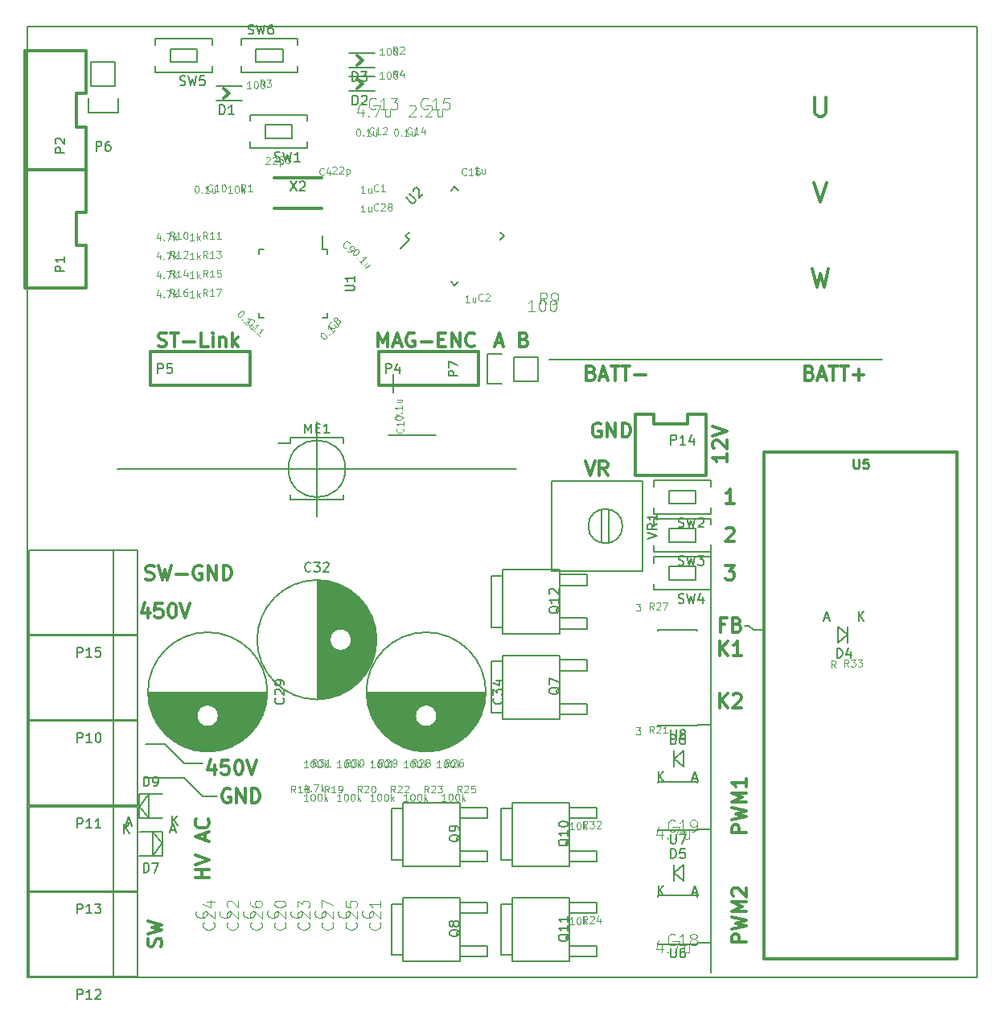
<source format=gbr>
G04 #@! TF.FileFunction,Legend,Top*
%FSLAX46Y46*%
G04 Gerber Fmt 4.6, Leading zero omitted, Abs format (unit mm)*
G04 Created by KiCad (PCBNEW 4.0.7) date 07/09/18 09:37:45*
%MOMM*%
%LPD*%
G01*
G04 APERTURE LIST*
%ADD10C,0.100000*%
%ADD11C,0.200000*%
%ADD12C,0.300000*%
%ADD13C,0.150000*%
%ADD14C,0.101600*%
%ADD15C,0.250000*%
G04 APERTURE END LIST*
D10*
D11*
X76000000Y-63000000D02*
X75500000Y-63000000D01*
X76500000Y-63500000D02*
X76000000Y-63000000D01*
X77500000Y-63500000D02*
X76500000Y-63500000D01*
D12*
X73464286Y-62892857D02*
X72964286Y-62892857D01*
X72964286Y-63678571D02*
X72964286Y-62178571D01*
X73678572Y-62178571D01*
X74750000Y-62892857D02*
X74964286Y-62964286D01*
X75035714Y-63035714D01*
X75107143Y-63178571D01*
X75107143Y-63392857D01*
X75035714Y-63535714D01*
X74964286Y-63607143D01*
X74821428Y-63678571D01*
X74250000Y-63678571D01*
X74250000Y-62178571D01*
X74750000Y-62178571D01*
X74892857Y-62250000D01*
X74964286Y-62321429D01*
X75035714Y-62464286D01*
X75035714Y-62607143D01*
X74964286Y-62750000D01*
X74892857Y-62821429D01*
X74750000Y-62892857D01*
X74250000Y-62892857D01*
X72892858Y-71678571D02*
X72892858Y-70178571D01*
X73750001Y-71678571D02*
X73107144Y-70821429D01*
X73750001Y-70178571D02*
X72892858Y-71035714D01*
X74321429Y-70321429D02*
X74392858Y-70250000D01*
X74535715Y-70178571D01*
X74892858Y-70178571D01*
X75035715Y-70250000D01*
X75107144Y-70321429D01*
X75178572Y-70464286D01*
X75178572Y-70607143D01*
X75107144Y-70821429D01*
X74250001Y-71678571D01*
X75178572Y-71678571D01*
X72892858Y-66178571D02*
X72892858Y-64678571D01*
X73750001Y-66178571D02*
X73107144Y-65321429D01*
X73750001Y-64678571D02*
X72892858Y-65535714D01*
X75178572Y-66178571D02*
X74321429Y-66178571D01*
X74750001Y-66178571D02*
X74750001Y-64678571D01*
X74607144Y-64892857D01*
X74464286Y-65035714D01*
X74321429Y-65107143D01*
X75678571Y-96321428D02*
X74178571Y-96321428D01*
X74178571Y-95750000D01*
X74250000Y-95607142D01*
X74321429Y-95535714D01*
X74464286Y-95464285D01*
X74678571Y-95464285D01*
X74821429Y-95535714D01*
X74892857Y-95607142D01*
X74964286Y-95750000D01*
X74964286Y-96321428D01*
X74178571Y-94964285D02*
X75678571Y-94607142D01*
X74607143Y-94321428D01*
X75678571Y-94035714D01*
X74178571Y-93678571D01*
X75678571Y-93107142D02*
X74178571Y-93107142D01*
X75250000Y-92607142D01*
X74178571Y-92107142D01*
X75678571Y-92107142D01*
X74321429Y-91464285D02*
X74250000Y-91392856D01*
X74178571Y-91249999D01*
X74178571Y-90892856D01*
X74250000Y-90749999D01*
X74321429Y-90678570D01*
X74464286Y-90607142D01*
X74607143Y-90607142D01*
X74821429Y-90678570D01*
X75678571Y-91535713D01*
X75678571Y-90607142D01*
X75678571Y-84821428D02*
X74178571Y-84821428D01*
X74178571Y-84250000D01*
X74250000Y-84107142D01*
X74321429Y-84035714D01*
X74464286Y-83964285D01*
X74678571Y-83964285D01*
X74821429Y-84035714D01*
X74892857Y-84107142D01*
X74964286Y-84250000D01*
X74964286Y-84821428D01*
X74178571Y-83464285D02*
X75678571Y-83107142D01*
X74607143Y-82821428D01*
X75678571Y-82535714D01*
X74178571Y-82178571D01*
X75678571Y-81607142D02*
X74178571Y-81607142D01*
X75250000Y-81107142D01*
X74178571Y-80607142D01*
X75678571Y-80607142D01*
X75678571Y-79107142D02*
X75678571Y-79964285D01*
X75678571Y-79535713D02*
X74178571Y-79535713D01*
X74392857Y-79678570D01*
X74535714Y-79821428D01*
X74607143Y-79964285D01*
X60357143Y-41750000D02*
X60214286Y-41678571D01*
X60000000Y-41678571D01*
X59785715Y-41750000D01*
X59642857Y-41892857D01*
X59571429Y-42035714D01*
X59500000Y-42321429D01*
X59500000Y-42535714D01*
X59571429Y-42821429D01*
X59642857Y-42964286D01*
X59785715Y-43107143D01*
X60000000Y-43178571D01*
X60142857Y-43178571D01*
X60357143Y-43107143D01*
X60428572Y-43035714D01*
X60428572Y-42535714D01*
X60142857Y-42535714D01*
X61071429Y-43178571D02*
X61071429Y-41678571D01*
X61928572Y-43178571D01*
X61928572Y-41678571D01*
X62642858Y-43178571D02*
X62642858Y-41678571D01*
X63000001Y-41678571D01*
X63214286Y-41750000D01*
X63357144Y-41892857D01*
X63428572Y-42035714D01*
X63500001Y-42321429D01*
X63500001Y-42535714D01*
X63428572Y-42821429D01*
X63357144Y-42964286D01*
X63214286Y-43107143D01*
X63000001Y-43178571D01*
X62642858Y-43178571D01*
X73678571Y-44928571D02*
X73678571Y-45785714D01*
X73678571Y-45357142D02*
X72178571Y-45357142D01*
X72392857Y-45499999D01*
X72535714Y-45642857D01*
X72607143Y-45785714D01*
X72321429Y-44357143D02*
X72250000Y-44285714D01*
X72178571Y-44142857D01*
X72178571Y-43785714D01*
X72250000Y-43642857D01*
X72321429Y-43571428D01*
X72464286Y-43500000D01*
X72607143Y-43500000D01*
X72821429Y-43571428D01*
X73678571Y-44428571D01*
X73678571Y-43500000D01*
X72178571Y-43071429D02*
X73678571Y-42571429D01*
X72178571Y-42071429D01*
X58750000Y-45678571D02*
X59250000Y-47178571D01*
X59750000Y-45678571D01*
X61107143Y-47178571D02*
X60607143Y-46464286D01*
X60250000Y-47178571D02*
X60250000Y-45678571D01*
X60821428Y-45678571D01*
X60964286Y-45750000D01*
X61035714Y-45821429D01*
X61107143Y-45964286D01*
X61107143Y-46178571D01*
X61035714Y-46321429D01*
X60964286Y-46392857D01*
X60821428Y-46464286D01*
X60250000Y-46464286D01*
X73500001Y-56678571D02*
X74428572Y-56678571D01*
X73928572Y-57250000D01*
X74142858Y-57250000D01*
X74285715Y-57321429D01*
X74357144Y-57392857D01*
X74428572Y-57535714D01*
X74428572Y-57892857D01*
X74357144Y-58035714D01*
X74285715Y-58107143D01*
X74142858Y-58178571D01*
X73714286Y-58178571D01*
X73571429Y-58107143D01*
X73500001Y-58035714D01*
X73571429Y-52821429D02*
X73642858Y-52750000D01*
X73785715Y-52678571D01*
X74142858Y-52678571D01*
X74285715Y-52750000D01*
X74357144Y-52821429D01*
X74428572Y-52964286D01*
X74428572Y-53107143D01*
X74357144Y-53321429D01*
X73500001Y-54178571D01*
X74428572Y-54178571D01*
X74428572Y-50178571D02*
X73571429Y-50178571D01*
X74000001Y-50178571D02*
X74000001Y-48678571D01*
X73857144Y-48892857D01*
X73714286Y-49035714D01*
X73571429Y-49107143D01*
X12714287Y-61178571D02*
X12714287Y-62178571D01*
X12357144Y-60607143D02*
X12000001Y-61678571D01*
X12928573Y-61678571D01*
X14214287Y-60678571D02*
X13500001Y-60678571D01*
X13428572Y-61392857D01*
X13500001Y-61321429D01*
X13642858Y-61250000D01*
X14000001Y-61250000D01*
X14142858Y-61321429D01*
X14214287Y-61392857D01*
X14285715Y-61535714D01*
X14285715Y-61892857D01*
X14214287Y-62035714D01*
X14142858Y-62107143D01*
X14000001Y-62178571D01*
X13642858Y-62178571D01*
X13500001Y-62107143D01*
X13428572Y-62035714D01*
X15214286Y-60678571D02*
X15357143Y-60678571D01*
X15500000Y-60750000D01*
X15571429Y-60821429D01*
X15642858Y-60964286D01*
X15714286Y-61250000D01*
X15714286Y-61607143D01*
X15642858Y-61892857D01*
X15571429Y-62035714D01*
X15500000Y-62107143D01*
X15357143Y-62178571D01*
X15214286Y-62178571D01*
X15071429Y-62107143D01*
X15000000Y-62035714D01*
X14928572Y-61892857D01*
X14857143Y-61607143D01*
X14857143Y-61250000D01*
X14928572Y-60964286D01*
X15000000Y-60821429D01*
X15071429Y-60750000D01*
X15214286Y-60678571D01*
X16142857Y-60678571D02*
X16642857Y-62178571D01*
X17142857Y-60678571D01*
X12500000Y-58107143D02*
X12714286Y-58178571D01*
X13071429Y-58178571D01*
X13214286Y-58107143D01*
X13285715Y-58035714D01*
X13357143Y-57892857D01*
X13357143Y-57750000D01*
X13285715Y-57607143D01*
X13214286Y-57535714D01*
X13071429Y-57464286D01*
X12785715Y-57392857D01*
X12642857Y-57321429D01*
X12571429Y-57250000D01*
X12500000Y-57107143D01*
X12500000Y-56964286D01*
X12571429Y-56821429D01*
X12642857Y-56750000D01*
X12785715Y-56678571D01*
X13142857Y-56678571D01*
X13357143Y-56750000D01*
X13857143Y-56678571D02*
X14214286Y-58178571D01*
X14500000Y-57107143D01*
X14785714Y-58178571D01*
X15142857Y-56678571D01*
X15714286Y-57607143D02*
X16857143Y-57607143D01*
X18357143Y-56750000D02*
X18214286Y-56678571D01*
X18000000Y-56678571D01*
X17785715Y-56750000D01*
X17642857Y-56892857D01*
X17571429Y-57035714D01*
X17500000Y-57321429D01*
X17500000Y-57535714D01*
X17571429Y-57821429D01*
X17642857Y-57964286D01*
X17785715Y-58107143D01*
X18000000Y-58178571D01*
X18142857Y-58178571D01*
X18357143Y-58107143D01*
X18428572Y-58035714D01*
X18428572Y-57535714D01*
X18142857Y-57535714D01*
X19071429Y-58178571D02*
X19071429Y-56678571D01*
X19928572Y-58178571D01*
X19928572Y-56678571D01*
X20642858Y-58178571D02*
X20642858Y-56678571D01*
X21000001Y-56678571D01*
X21214286Y-56750000D01*
X21357144Y-56892857D01*
X21428572Y-57035714D01*
X21500001Y-57321429D01*
X21500001Y-57535714D01*
X21428572Y-57821429D01*
X21357144Y-57964286D01*
X21214286Y-58107143D01*
X21000001Y-58178571D01*
X20642858Y-58178571D01*
X21357143Y-80250000D02*
X21214286Y-80178571D01*
X21000000Y-80178571D01*
X20785715Y-80250000D01*
X20642857Y-80392857D01*
X20571429Y-80535714D01*
X20500000Y-80821429D01*
X20500000Y-81035714D01*
X20571429Y-81321429D01*
X20642857Y-81464286D01*
X20785715Y-81607143D01*
X21000000Y-81678571D01*
X21142857Y-81678571D01*
X21357143Y-81607143D01*
X21428572Y-81535714D01*
X21428572Y-81035714D01*
X21142857Y-81035714D01*
X22071429Y-81678571D02*
X22071429Y-80178571D01*
X22928572Y-81678571D01*
X22928572Y-80178571D01*
X23642858Y-81678571D02*
X23642858Y-80178571D01*
X24000001Y-80178571D01*
X24214286Y-80250000D01*
X24357144Y-80392857D01*
X24428572Y-80535714D01*
X24500001Y-80821429D01*
X24500001Y-81035714D01*
X24428572Y-81321429D01*
X24357144Y-81464286D01*
X24214286Y-81607143D01*
X24000001Y-81678571D01*
X23642858Y-81678571D01*
D11*
X18500000Y-81000000D02*
X20000000Y-81000000D01*
X16500000Y-79000000D02*
X18500000Y-81000000D01*
X12500000Y-79000000D02*
X16500000Y-79000000D01*
X16500000Y-77500000D02*
X18500000Y-77500000D01*
X14500000Y-75500000D02*
X16500000Y-77500000D01*
X12500000Y-75500000D02*
X14500000Y-75500000D01*
D12*
X19714287Y-77678571D02*
X19714287Y-78678571D01*
X19357144Y-77107143D02*
X19000001Y-78178571D01*
X19928573Y-78178571D01*
X21214287Y-77178571D02*
X20500001Y-77178571D01*
X20428572Y-77892857D01*
X20500001Y-77821429D01*
X20642858Y-77750000D01*
X21000001Y-77750000D01*
X21142858Y-77821429D01*
X21214287Y-77892857D01*
X21285715Y-78035714D01*
X21285715Y-78392857D01*
X21214287Y-78535714D01*
X21142858Y-78607143D01*
X21000001Y-78678571D01*
X20642858Y-78678571D01*
X20500001Y-78607143D01*
X20428572Y-78535714D01*
X22214286Y-77178571D02*
X22357143Y-77178571D01*
X22500000Y-77250000D01*
X22571429Y-77321429D01*
X22642858Y-77464286D01*
X22714286Y-77750000D01*
X22714286Y-78107143D01*
X22642858Y-78392857D01*
X22571429Y-78535714D01*
X22500000Y-78607143D01*
X22357143Y-78678571D01*
X22214286Y-78678571D01*
X22071429Y-78607143D01*
X22000000Y-78535714D01*
X21928572Y-78392857D01*
X21857143Y-78107143D01*
X21857143Y-77750000D01*
X21928572Y-77464286D01*
X22000000Y-77321429D01*
X22071429Y-77250000D01*
X22214286Y-77178571D01*
X23142857Y-77178571D02*
X23642857Y-78678571D01*
X24142857Y-77178571D01*
X19178571Y-89535714D02*
X17678571Y-89535714D01*
X18392857Y-89535714D02*
X18392857Y-88678571D01*
X19178571Y-88678571D02*
X17678571Y-88678571D01*
X17678571Y-88178571D02*
X19178571Y-87678571D01*
X17678571Y-87178571D01*
X18750000Y-85607143D02*
X18750000Y-84892857D01*
X19178571Y-85750000D02*
X17678571Y-85250000D01*
X19178571Y-84750000D01*
X19035714Y-83392857D02*
X19107143Y-83464286D01*
X19178571Y-83678572D01*
X19178571Y-83821429D01*
X19107143Y-84035714D01*
X18964286Y-84178572D01*
X18821429Y-84250000D01*
X18535714Y-84321429D01*
X18321429Y-84321429D01*
X18035714Y-84250000D01*
X17892857Y-84178572D01*
X17750000Y-84035714D01*
X17678571Y-83821429D01*
X17678571Y-83678572D01*
X17750000Y-83464286D01*
X17821429Y-83392857D01*
X14107143Y-96785714D02*
X14178571Y-96571428D01*
X14178571Y-96214285D01*
X14107143Y-96071428D01*
X14035714Y-95999999D01*
X13892857Y-95928571D01*
X13750000Y-95928571D01*
X13607143Y-95999999D01*
X13535714Y-96071428D01*
X13464286Y-96214285D01*
X13392857Y-96499999D01*
X13321429Y-96642857D01*
X13250000Y-96714285D01*
X13107143Y-96785714D01*
X12964286Y-96785714D01*
X12821429Y-96714285D01*
X12750000Y-96642857D01*
X12678571Y-96499999D01*
X12678571Y-96142857D01*
X12750000Y-95928571D01*
X12678571Y-95428571D02*
X14178571Y-95071428D01*
X13107143Y-94785714D01*
X14178571Y-94500000D01*
X12678571Y-94142857D01*
X59392858Y-36392857D02*
X59607144Y-36464286D01*
X59678572Y-36535714D01*
X59750001Y-36678571D01*
X59750001Y-36892857D01*
X59678572Y-37035714D01*
X59607144Y-37107143D01*
X59464286Y-37178571D01*
X58892858Y-37178571D01*
X58892858Y-35678571D01*
X59392858Y-35678571D01*
X59535715Y-35750000D01*
X59607144Y-35821429D01*
X59678572Y-35964286D01*
X59678572Y-36107143D01*
X59607144Y-36250000D01*
X59535715Y-36321429D01*
X59392858Y-36392857D01*
X58892858Y-36392857D01*
X60321429Y-36750000D02*
X61035715Y-36750000D01*
X60178572Y-37178571D02*
X60678572Y-35678571D01*
X61178572Y-37178571D01*
X61464286Y-35678571D02*
X62321429Y-35678571D01*
X61892858Y-37178571D02*
X61892858Y-35678571D01*
X62607143Y-35678571D02*
X63464286Y-35678571D01*
X63035715Y-37178571D02*
X63035715Y-35678571D01*
X63964286Y-36607143D02*
X65107143Y-36607143D01*
X82392858Y-36392857D02*
X82607144Y-36464286D01*
X82678572Y-36535714D01*
X82750001Y-36678571D01*
X82750001Y-36892857D01*
X82678572Y-37035714D01*
X82607144Y-37107143D01*
X82464286Y-37178571D01*
X81892858Y-37178571D01*
X81892858Y-35678571D01*
X82392858Y-35678571D01*
X82535715Y-35750000D01*
X82607144Y-35821429D01*
X82678572Y-35964286D01*
X82678572Y-36107143D01*
X82607144Y-36250000D01*
X82535715Y-36321429D01*
X82392858Y-36392857D01*
X81892858Y-36392857D01*
X83321429Y-36750000D02*
X84035715Y-36750000D01*
X83178572Y-37178571D02*
X83678572Y-35678571D01*
X84178572Y-37178571D01*
X84464286Y-35678571D02*
X85321429Y-35678571D01*
X84892858Y-37178571D02*
X84892858Y-35678571D01*
X85607143Y-35678571D02*
X86464286Y-35678571D01*
X86035715Y-37178571D02*
X86035715Y-35678571D01*
X86964286Y-36607143D02*
X88107143Y-36607143D01*
X87535714Y-37178571D02*
X87535714Y-36035714D01*
D11*
X72000000Y-99500000D02*
X72000000Y-54500000D01*
X100000000Y0D02*
X0Y0D01*
X100000000Y-100000000D02*
X100000000Y0D01*
X0Y-100000000D02*
X100000000Y-100000000D01*
X0Y0D02*
X0Y-100000000D01*
X38500000Y-36500000D02*
X38500000Y-38500000D01*
X38000000Y-43000000D02*
X43000000Y-43000000D01*
X30500000Y-41500000D02*
X30500000Y-51500000D01*
X33500000Y-46500000D02*
G75*
G03X33500000Y-46500000I-3000000J0D01*
G01*
X9500000Y-46500000D02*
X51500000Y-46500000D01*
D12*
X49321429Y-33250000D02*
X50035715Y-33250000D01*
X49178572Y-33678571D02*
X49678572Y-32178571D01*
X50178572Y-33678571D01*
X52321429Y-32892857D02*
X52535715Y-32964286D01*
X52607143Y-33035714D01*
X52678572Y-33178571D01*
X52678572Y-33392857D01*
X52607143Y-33535714D01*
X52535715Y-33607143D01*
X52392857Y-33678571D01*
X51821429Y-33678571D01*
X51821429Y-32178571D01*
X52321429Y-32178571D01*
X52464286Y-32250000D01*
X52535715Y-32321429D01*
X52607143Y-32464286D01*
X52607143Y-32607143D01*
X52535715Y-32750000D01*
X52464286Y-32821429D01*
X52321429Y-32892857D01*
X51821429Y-32892857D01*
X36964286Y-33678571D02*
X36964286Y-32178571D01*
X37464286Y-33250000D01*
X37964286Y-32178571D01*
X37964286Y-33678571D01*
X38607143Y-33250000D02*
X39321429Y-33250000D01*
X38464286Y-33678571D02*
X38964286Y-32178571D01*
X39464286Y-33678571D01*
X40750000Y-32250000D02*
X40607143Y-32178571D01*
X40392857Y-32178571D01*
X40178572Y-32250000D01*
X40035714Y-32392857D01*
X39964286Y-32535714D01*
X39892857Y-32821429D01*
X39892857Y-33035714D01*
X39964286Y-33321429D01*
X40035714Y-33464286D01*
X40178572Y-33607143D01*
X40392857Y-33678571D01*
X40535714Y-33678571D01*
X40750000Y-33607143D01*
X40821429Y-33535714D01*
X40821429Y-33035714D01*
X40535714Y-33035714D01*
X41464286Y-33107143D02*
X42607143Y-33107143D01*
X43321429Y-32892857D02*
X43821429Y-32892857D01*
X44035715Y-33678571D02*
X43321429Y-33678571D01*
X43321429Y-32178571D01*
X44035715Y-32178571D01*
X44678572Y-33678571D02*
X44678572Y-32178571D01*
X45535715Y-33678571D01*
X45535715Y-32178571D01*
X47107144Y-33535714D02*
X47035715Y-33607143D01*
X46821429Y-33678571D01*
X46678572Y-33678571D01*
X46464287Y-33607143D01*
X46321429Y-33464286D01*
X46250001Y-33321429D01*
X46178572Y-33035714D01*
X46178572Y-32821429D01*
X46250001Y-32535714D01*
X46321429Y-32392857D01*
X46464287Y-32250000D01*
X46678572Y-32178571D01*
X46821429Y-32178571D01*
X47035715Y-32250000D01*
X47107144Y-32321429D01*
D11*
X90000000Y-35000000D02*
X55000000Y-35000000D01*
D12*
X13821428Y-33607143D02*
X14035714Y-33678571D01*
X14392857Y-33678571D01*
X14535714Y-33607143D01*
X14607143Y-33535714D01*
X14678571Y-33392857D01*
X14678571Y-33250000D01*
X14607143Y-33107143D01*
X14535714Y-33035714D01*
X14392857Y-32964286D01*
X14107143Y-32892857D01*
X13964285Y-32821429D01*
X13892857Y-32750000D01*
X13821428Y-32607143D01*
X13821428Y-32464286D01*
X13892857Y-32321429D01*
X13964285Y-32250000D01*
X14107143Y-32178571D01*
X14464285Y-32178571D01*
X14678571Y-32250000D01*
X15107142Y-32178571D02*
X15964285Y-32178571D01*
X15535714Y-33678571D02*
X15535714Y-32178571D01*
X16464285Y-33107143D02*
X17607142Y-33107143D01*
X19035714Y-33678571D02*
X18321428Y-33678571D01*
X18321428Y-32178571D01*
X19535714Y-33678571D02*
X19535714Y-32678571D01*
X19535714Y-32178571D02*
X19464285Y-32250000D01*
X19535714Y-32321429D01*
X19607142Y-32250000D01*
X19535714Y-32178571D01*
X19535714Y-32321429D01*
X20250000Y-32678571D02*
X20250000Y-33678571D01*
X20250000Y-32821429D02*
X20321428Y-32750000D01*
X20464286Y-32678571D01*
X20678571Y-32678571D01*
X20821428Y-32750000D01*
X20892857Y-32892857D01*
X20892857Y-33678571D01*
X21607143Y-33678571D02*
X21607143Y-32178571D01*
X21750000Y-33107143D02*
X22178571Y-33678571D01*
X22178571Y-32678571D02*
X21607143Y-33250000D01*
X82642857Y-25404762D02*
X83119048Y-27404762D01*
X83500000Y-25976190D01*
X83880953Y-27404762D01*
X84357143Y-25404762D01*
X82833333Y-16404762D02*
X83500000Y-18404762D01*
X84166667Y-16404762D01*
X82928571Y-7404762D02*
X82928571Y-9023810D01*
X83023810Y-9214286D01*
X83119048Y-9309524D01*
X83309524Y-9404762D01*
X83690476Y-9404762D01*
X83880952Y-9309524D01*
X83976191Y-9214286D01*
X84071429Y-9023810D01*
X84071429Y-7404762D01*
X21300000Y-7000000D02*
X20700000Y-6500000D01*
X21300000Y-7000000D02*
X20700000Y-7500000D01*
D13*
X22600000Y-6250000D02*
X19900000Y-6250000D01*
X22600000Y-7750000D02*
X19900000Y-7750000D01*
D12*
X35300000Y-6000000D02*
X34700000Y-5500000D01*
X35300000Y-6000000D02*
X34700000Y-6500000D01*
D13*
X36600000Y-5250000D02*
X33900000Y-5250000D01*
X36600000Y-6750000D02*
X33900000Y-6750000D01*
D12*
X6200000Y-27500000D02*
X6200000Y-23000000D01*
X6200000Y-23000000D02*
X5200000Y-23000000D01*
X5200000Y-23000000D02*
X5200000Y-19500000D01*
X5200000Y-19500000D02*
X6200000Y-19500000D01*
X6200000Y-19500000D02*
X6200000Y-15000000D01*
X-200000Y-15000000D02*
X-200000Y-27500000D01*
X6200000Y-15000000D02*
X-200000Y-15000000D01*
X-200000Y-27500000D02*
X6200000Y-27500000D01*
X6200000Y-15000000D02*
X6200000Y-10500000D01*
X6200000Y-10500000D02*
X5200000Y-10500000D01*
X5200000Y-10500000D02*
X5200000Y-7000000D01*
X5200000Y-7000000D02*
X6200000Y-7000000D01*
X6200000Y-7000000D02*
X6200000Y-2500000D01*
X-200000Y-2500000D02*
X-200000Y-15000000D01*
X6200000Y-2500000D02*
X-200000Y-2500000D01*
X-200000Y-15000000D02*
X6200000Y-15000000D01*
X13000000Y-34200000D02*
X23500000Y-34200000D01*
X23500000Y-34200000D02*
X23500000Y-37700000D01*
X23500000Y-37700000D02*
X13000000Y-37700000D01*
X13000000Y-37700000D02*
X13000000Y-34200000D01*
D13*
X6730000Y-6230000D02*
X6730000Y-3690000D01*
X6450000Y-9050000D02*
X6450000Y-7500000D01*
X6730000Y-6230000D02*
X9270000Y-6230000D01*
X9550000Y-7500000D02*
X9550000Y-9050000D01*
X9550000Y-9050000D02*
X6450000Y-9050000D01*
X9270000Y-6230000D02*
X9270000Y-3690000D01*
X9270000Y-3690000D02*
X6730000Y-3690000D01*
X27900000Y-11700000D02*
X25100000Y-11700000D01*
X25100000Y-11700000D02*
X25100000Y-10300000D01*
X25100000Y-10300000D02*
X27900000Y-10300000D01*
X27900000Y-10300000D02*
X27900000Y-11700000D01*
X23500000Y-12750000D02*
X23500000Y-12100000D01*
X23500000Y-9250000D02*
X23500000Y-9900000D01*
X29500000Y-9900000D02*
X29500000Y-9250000D01*
X29500000Y-12750000D02*
X29500000Y-12100000D01*
X23500000Y-12750000D02*
X29500000Y-12750000D01*
X29500000Y-9250000D02*
X23500000Y-9250000D01*
X31625000Y-23375000D02*
X31100000Y-23375000D01*
X31625000Y-30625000D02*
X31100000Y-30625000D01*
X24375000Y-30625000D02*
X24900000Y-30625000D01*
X24375000Y-23375000D02*
X24900000Y-23375000D01*
X31625000Y-23375000D02*
X31625000Y-23900000D01*
X24375000Y-23375000D02*
X24375000Y-23900000D01*
X24375000Y-30625000D02*
X24375000Y-30100000D01*
X31625000Y-30625000D02*
X31625000Y-30100000D01*
X31100000Y-23375000D02*
X31100000Y-22000000D01*
D12*
X31000000Y-15900000D02*
X26000000Y-15900000D01*
X31000000Y-19100000D02*
X26000000Y-19100000D01*
X35300000Y-3500000D02*
X34700000Y-3000000D01*
X35300000Y-3500000D02*
X34700000Y-4000000D01*
D13*
X36600000Y-2750000D02*
X33900000Y-2750000D01*
X36600000Y-4250000D02*
X33900000Y-4250000D01*
X39802765Y-22000000D02*
X40191674Y-22388909D01*
X45000000Y-16802765D02*
X45388909Y-17191674D01*
X50197235Y-22000000D02*
X49808326Y-21611091D01*
X45000000Y-27197235D02*
X44611091Y-26808326D01*
X39802765Y-22000000D02*
X40191674Y-21611091D01*
X45000000Y-27197235D02*
X45388909Y-26808326D01*
X50197235Y-22000000D02*
X49808326Y-22388909D01*
X45000000Y-16802765D02*
X44611091Y-17191674D01*
X40191674Y-22388909D02*
X39290113Y-23290470D01*
D12*
X37000000Y-34200000D02*
X47500000Y-34200000D01*
X47500000Y-34200000D02*
X47500000Y-37700000D01*
X47500000Y-37700000D02*
X37000000Y-37700000D01*
X37000000Y-37700000D02*
X37000000Y-34200000D01*
D13*
X51270000Y-34730000D02*
X53810000Y-34730000D01*
X48450000Y-34450000D02*
X50000000Y-34450000D01*
X51270000Y-34730000D02*
X51270000Y-37270000D01*
X50000000Y-37550000D02*
X48450000Y-37550000D01*
X48450000Y-37550000D02*
X48450000Y-34450000D01*
X51270000Y-37270000D02*
X53810000Y-37270000D01*
X53810000Y-37270000D02*
X53810000Y-34730000D01*
X27725000Y-43225000D02*
X27725000Y-43800000D01*
X33275000Y-43225000D02*
X33275000Y-43800000D01*
X33275000Y-49775000D02*
X33275000Y-49200000D01*
X27725000Y-49775000D02*
X27725000Y-49200000D01*
X27725000Y-43225000D02*
X33275000Y-43225000D01*
X27725000Y-49775000D02*
X33275000Y-49775000D01*
X27725000Y-43800000D02*
X26450000Y-43800000D01*
X14150620Y-86000000D02*
X13200660Y-87249680D01*
X13200660Y-87249680D02*
X13200660Y-84750320D01*
X13200660Y-84750320D02*
X14198880Y-86000000D01*
X14198880Y-87249680D02*
X14198880Y-84750320D01*
X11900180Y-87249680D02*
X11801120Y-87249680D01*
X11900180Y-84750320D02*
X11801120Y-84750320D01*
X14198880Y-87249680D02*
X11849380Y-87249680D01*
X14198880Y-84750320D02*
X11950980Y-84750320D01*
X11849380Y-82000000D02*
X12799340Y-80750320D01*
X12799340Y-80750320D02*
X12799340Y-83249680D01*
X12799340Y-83249680D02*
X11801120Y-82000000D01*
X11801120Y-80750320D02*
X11801120Y-83249680D01*
X14099820Y-80750320D02*
X14198880Y-80750320D01*
X14099820Y-83249680D02*
X14198880Y-83249680D01*
X11801120Y-80750320D02*
X14150620Y-80750320D01*
X11801120Y-83249680D02*
X14049020Y-83249680D01*
X9040000Y-72945000D02*
X9040000Y-64055000D01*
X6500000Y-72945000D02*
X785000Y-72945000D01*
X785000Y-72945000D02*
X150000Y-72945000D01*
X150000Y-72945000D02*
X150000Y-64055000D01*
X150000Y-64055000D02*
X6500000Y-64055000D01*
X6500000Y-64055000D02*
X11580000Y-64055000D01*
X11580000Y-64055000D02*
X11580000Y-72945000D01*
X11580000Y-72945000D02*
X6500000Y-72945000D01*
X9040000Y-81945000D02*
X9040000Y-73055000D01*
X6500000Y-81945000D02*
X785000Y-81945000D01*
X785000Y-81945000D02*
X150000Y-81945000D01*
X150000Y-81945000D02*
X150000Y-73055000D01*
X150000Y-73055000D02*
X6500000Y-73055000D01*
X6500000Y-73055000D02*
X11580000Y-73055000D01*
X11580000Y-73055000D02*
X11580000Y-81945000D01*
X11580000Y-81945000D02*
X6500000Y-81945000D01*
X50067700Y-72205100D02*
X48873900Y-72205100D01*
X48873900Y-72205100D02*
X48873900Y-66794900D01*
X48873900Y-66794900D02*
X50080400Y-66794900D01*
X56074800Y-67772800D02*
X58983100Y-67772800D01*
X58983100Y-66629800D02*
X56074800Y-66629800D01*
X58983100Y-67772800D02*
X58983100Y-66629800D01*
X58983100Y-72370200D02*
X58983100Y-71227200D01*
X58983100Y-71227200D02*
X56074800Y-71227200D01*
X56074800Y-72370200D02*
X58983100Y-72370200D01*
X56074800Y-66147200D02*
X50080400Y-66147200D01*
X50080400Y-66147200D02*
X50080400Y-72852800D01*
X50080400Y-72852800D02*
X56074800Y-72852800D01*
X56074800Y-66147200D02*
X56074800Y-72852800D01*
X39567700Y-97705100D02*
X38373900Y-97705100D01*
X38373900Y-97705100D02*
X38373900Y-92294900D01*
X38373900Y-92294900D02*
X39580400Y-92294900D01*
X45574800Y-93272800D02*
X48483100Y-93272800D01*
X48483100Y-92129800D02*
X45574800Y-92129800D01*
X48483100Y-93272800D02*
X48483100Y-92129800D01*
X48483100Y-97870200D02*
X48483100Y-96727200D01*
X48483100Y-96727200D02*
X45574800Y-96727200D01*
X45574800Y-97870200D02*
X48483100Y-97870200D01*
X45574800Y-91647200D02*
X39580400Y-91647200D01*
X39580400Y-91647200D02*
X39580400Y-98352800D01*
X39580400Y-98352800D02*
X45574800Y-98352800D01*
X45574800Y-91647200D02*
X45574800Y-98352800D01*
X39567700Y-87705100D02*
X38373900Y-87705100D01*
X38373900Y-87705100D02*
X38373900Y-82294900D01*
X38373900Y-82294900D02*
X39580400Y-82294900D01*
X45574800Y-83272800D02*
X48483100Y-83272800D01*
X48483100Y-82129800D02*
X45574800Y-82129800D01*
X48483100Y-83272800D02*
X48483100Y-82129800D01*
X48483100Y-87870200D02*
X48483100Y-86727200D01*
X48483100Y-86727200D02*
X45574800Y-86727200D01*
X45574800Y-87870200D02*
X48483100Y-87870200D01*
X45574800Y-81647200D02*
X39580400Y-81647200D01*
X39580400Y-81647200D02*
X39580400Y-88352800D01*
X39580400Y-88352800D02*
X45574800Y-88352800D01*
X45574800Y-81647200D02*
X45574800Y-88352800D01*
X51067700Y-87705100D02*
X49873900Y-87705100D01*
X49873900Y-87705100D02*
X49873900Y-82294900D01*
X49873900Y-82294900D02*
X51080400Y-82294900D01*
X57074800Y-83272800D02*
X59983100Y-83272800D01*
X59983100Y-82129800D02*
X57074800Y-82129800D01*
X59983100Y-83272800D02*
X59983100Y-82129800D01*
X59983100Y-87870200D02*
X59983100Y-86727200D01*
X59983100Y-86727200D02*
X57074800Y-86727200D01*
X57074800Y-87870200D02*
X59983100Y-87870200D01*
X57074800Y-81647200D02*
X51080400Y-81647200D01*
X51080400Y-81647200D02*
X51080400Y-88352800D01*
X51080400Y-88352800D02*
X57074800Y-88352800D01*
X57074800Y-81647200D02*
X57074800Y-88352800D01*
X70575000Y-84575000D02*
X70575000Y-84430000D01*
X66425000Y-84575000D02*
X66425000Y-84430000D01*
X66425000Y-79425000D02*
X66425000Y-79570000D01*
X70575000Y-79425000D02*
X70575000Y-79570000D01*
X70575000Y-84575000D02*
X66425000Y-84575000D01*
X70575000Y-79425000D02*
X66425000Y-79425000D01*
X70575000Y-84430000D02*
X71975000Y-84430000D01*
D12*
X77610000Y-98090000D02*
X77610000Y-44750000D01*
X77610000Y-44750000D02*
X97930000Y-44750000D01*
X97930000Y-44750000D02*
X97930000Y-98090000D01*
X97930000Y-98090000D02*
X77610000Y-98090000D01*
D13*
X86400240Y-63949200D02*
X85399480Y-64850000D01*
X85399480Y-64850000D02*
X85399480Y-63150000D01*
X85399480Y-63150000D02*
X86400240Y-64000000D01*
X86400240Y-64850000D02*
X86400240Y-63150000D01*
X68099760Y-77050800D02*
X69100520Y-76150000D01*
X69100520Y-76150000D02*
X69100520Y-77850000D01*
X69100520Y-77850000D02*
X68099760Y-77000000D01*
X68099760Y-76150000D02*
X68099760Y-77850000D01*
X68099760Y-89050800D02*
X69100520Y-88150000D01*
X69100520Y-88150000D02*
X69100520Y-89850000D01*
X69100520Y-89850000D02*
X68099760Y-89000000D01*
X68099760Y-88150000D02*
X68099760Y-89850000D01*
X9040000Y-99945000D02*
X9040000Y-91055000D01*
X6500000Y-99945000D02*
X785000Y-99945000D01*
X785000Y-99945000D02*
X150000Y-99945000D01*
X150000Y-99945000D02*
X150000Y-91055000D01*
X150000Y-91055000D02*
X6500000Y-91055000D01*
X6500000Y-91055000D02*
X11580000Y-91055000D01*
X11580000Y-91055000D02*
X11580000Y-99945000D01*
X11580000Y-99945000D02*
X6500000Y-99945000D01*
X9040000Y-63945000D02*
X9040000Y-55055000D01*
X6500000Y-63945000D02*
X785000Y-63945000D01*
X785000Y-63945000D02*
X150000Y-63945000D01*
X150000Y-63945000D02*
X150000Y-55055000D01*
X150000Y-55055000D02*
X6500000Y-55055000D01*
X6500000Y-55055000D02*
X11580000Y-55055000D01*
X11580000Y-55055000D02*
X11580000Y-63945000D01*
X11580000Y-63945000D02*
X6500000Y-63945000D01*
X51067700Y-97705100D02*
X49873900Y-97705100D01*
X49873900Y-97705100D02*
X49873900Y-92294900D01*
X49873900Y-92294900D02*
X51080400Y-92294900D01*
X57074800Y-93272800D02*
X59983100Y-93272800D01*
X59983100Y-92129800D02*
X57074800Y-92129800D01*
X59983100Y-93272800D02*
X59983100Y-92129800D01*
X59983100Y-97870200D02*
X59983100Y-96727200D01*
X59983100Y-96727200D02*
X57074800Y-96727200D01*
X57074800Y-97870200D02*
X59983100Y-97870200D01*
X57074800Y-91647200D02*
X51080400Y-91647200D01*
X51080400Y-91647200D02*
X51080400Y-98352800D01*
X51080400Y-98352800D02*
X57074800Y-98352800D01*
X57074800Y-91647200D02*
X57074800Y-98352800D01*
X50067700Y-63205100D02*
X48873900Y-63205100D01*
X48873900Y-63205100D02*
X48873900Y-57794900D01*
X48873900Y-57794900D02*
X50080400Y-57794900D01*
X56074800Y-58772800D02*
X58983100Y-58772800D01*
X58983100Y-57629800D02*
X56074800Y-57629800D01*
X58983100Y-58772800D02*
X58983100Y-57629800D01*
X58983100Y-63370200D02*
X58983100Y-62227200D01*
X58983100Y-62227200D02*
X56074800Y-62227200D01*
X56074800Y-63370200D02*
X58983100Y-63370200D01*
X56074800Y-57147200D02*
X50080400Y-57147200D01*
X50080400Y-57147200D02*
X50080400Y-63852800D01*
X50080400Y-63852800D02*
X56074800Y-63852800D01*
X56074800Y-57147200D02*
X56074800Y-63852800D01*
X70575000Y-96575000D02*
X70575000Y-96430000D01*
X66425000Y-96575000D02*
X66425000Y-96430000D01*
X66425000Y-91425000D02*
X66425000Y-91570000D01*
X70575000Y-91425000D02*
X70575000Y-91570000D01*
X70575000Y-96575000D02*
X66425000Y-96575000D01*
X70575000Y-91425000D02*
X66425000Y-91425000D01*
X70575000Y-96430000D02*
X71975000Y-96430000D01*
X70575000Y-73575000D02*
X70575000Y-73470000D01*
X66425000Y-73575000D02*
X66425000Y-73470000D01*
X66425000Y-63425000D02*
X66425000Y-63530000D01*
X70575000Y-63425000D02*
X70575000Y-63530000D01*
X70575000Y-73575000D02*
X66425000Y-73575000D01*
X70575000Y-63425000D02*
X66425000Y-63425000D01*
X70575000Y-73470000D02*
X71950000Y-73470000D01*
X9040000Y-90945000D02*
X9040000Y-82055000D01*
X6500000Y-90945000D02*
X785000Y-90945000D01*
X785000Y-90945000D02*
X150000Y-90945000D01*
X150000Y-90945000D02*
X150000Y-82055000D01*
X150000Y-82055000D02*
X6500000Y-82055000D01*
X6500000Y-82055000D02*
X11580000Y-82055000D01*
X11580000Y-82055000D02*
X11580000Y-90945000D01*
X11580000Y-90945000D02*
X6500000Y-90945000D01*
D12*
X71500000Y-40800000D02*
X69500000Y-40800000D01*
X69500000Y-40800000D02*
X69500000Y-41800000D01*
X69500000Y-41800000D02*
X66000000Y-41800000D01*
X66000000Y-41800000D02*
X66000000Y-40800000D01*
X66000000Y-40800000D02*
X64000000Y-40800000D01*
X71500000Y-47200000D02*
X71500000Y-40800000D01*
X64000000Y-40800000D02*
X64000000Y-47200000D01*
X64000000Y-47200000D02*
X71500000Y-47200000D01*
D13*
X70400000Y-50200000D02*
X67600000Y-50200000D01*
X67600000Y-50200000D02*
X67600000Y-48800000D01*
X67600000Y-48800000D02*
X70400000Y-48800000D01*
X70400000Y-48800000D02*
X70400000Y-50200000D01*
X66000000Y-51250000D02*
X66000000Y-50600000D01*
X66000000Y-47750000D02*
X66000000Y-48400000D01*
X72000000Y-48400000D02*
X72000000Y-47750000D01*
X72000000Y-51250000D02*
X72000000Y-50600000D01*
X66000000Y-51250000D02*
X72000000Y-51250000D01*
X72000000Y-47750000D02*
X66000000Y-47750000D01*
X70400000Y-54200000D02*
X67600000Y-54200000D01*
X67600000Y-54200000D02*
X67600000Y-52800000D01*
X67600000Y-52800000D02*
X70400000Y-52800000D01*
X70400000Y-52800000D02*
X70400000Y-54200000D01*
X66000000Y-55250000D02*
X66000000Y-54600000D01*
X66000000Y-51750000D02*
X66000000Y-52400000D01*
X72000000Y-52400000D02*
X72000000Y-51750000D01*
X72000000Y-55250000D02*
X72000000Y-54600000D01*
X66000000Y-55250000D02*
X72000000Y-55250000D01*
X72000000Y-51750000D02*
X66000000Y-51750000D01*
X70400000Y-58200000D02*
X67600000Y-58200000D01*
X67600000Y-58200000D02*
X67600000Y-56800000D01*
X67600000Y-56800000D02*
X70400000Y-56800000D01*
X70400000Y-56800000D02*
X70400000Y-58200000D01*
X66000000Y-59250000D02*
X66000000Y-58600000D01*
X66000000Y-55750000D02*
X66000000Y-56400000D01*
X72000000Y-56400000D02*
X72000000Y-55750000D01*
X72000000Y-59250000D02*
X72000000Y-58600000D01*
X66000000Y-59250000D02*
X72000000Y-59250000D01*
X72000000Y-55750000D02*
X66000000Y-55750000D01*
X61255000Y-50840000D02*
X61255000Y-54240000D01*
X60495000Y-50840000D02*
X60495000Y-54240000D01*
X64765000Y-47775000D02*
X64765000Y-57305000D01*
X64765000Y-57305000D02*
X55235000Y-57305000D01*
X55235000Y-57305000D02*
X55235000Y-47775000D01*
X55235000Y-47775000D02*
X64765000Y-47775000D01*
X62676735Y-52540000D02*
G75*
G03X62676735Y-52540000I-1801735J0D01*
G01*
X25250000Y-70075000D02*
X12750000Y-70075000D01*
X25246000Y-70215000D02*
X12754000Y-70215000D01*
X25240000Y-70355000D02*
X12760000Y-70355000D01*
X25230000Y-70495000D02*
X12770000Y-70495000D01*
X25218000Y-70635000D02*
X12782000Y-70635000D01*
X25202000Y-70775000D02*
X12798000Y-70775000D01*
X25183000Y-70915000D02*
X12817000Y-70915000D01*
X25160000Y-71055000D02*
X12840000Y-71055000D01*
X25135000Y-71195000D02*
X12865000Y-71195000D01*
X25106000Y-71335000D02*
X12894000Y-71335000D01*
X25073000Y-71475000D02*
X19521000Y-71475000D01*
X18479000Y-71475000D02*
X12927000Y-71475000D01*
X25038000Y-71615000D02*
X19734000Y-71615000D01*
X18266000Y-71615000D02*
X12962000Y-71615000D01*
X24999000Y-71755000D02*
X19876000Y-71755000D01*
X18124000Y-71755000D02*
X13001000Y-71755000D01*
X24956000Y-71895000D02*
X19978000Y-71895000D01*
X18022000Y-71895000D02*
X13044000Y-71895000D01*
X24909000Y-72035000D02*
X20052000Y-72035000D01*
X17948000Y-72035000D02*
X13091000Y-72035000D01*
X24859000Y-72175000D02*
X20103000Y-72175000D01*
X17897000Y-72175000D02*
X13141000Y-72175000D01*
X24805000Y-72315000D02*
X20135000Y-72315000D01*
X17865000Y-72315000D02*
X13195000Y-72315000D01*
X24748000Y-72455000D02*
X20149000Y-72455000D01*
X17851000Y-72455000D02*
X13252000Y-72455000D01*
X24686000Y-72595000D02*
X20146000Y-72595000D01*
X17854000Y-72595000D02*
X13314000Y-72595000D01*
X24620000Y-72735000D02*
X20126000Y-72735000D01*
X17874000Y-72735000D02*
X13380000Y-72735000D01*
X24549000Y-72875000D02*
X20087000Y-72875000D01*
X17913000Y-72875000D02*
X13451000Y-72875000D01*
X24475000Y-73015000D02*
X20028000Y-73015000D01*
X17972000Y-73015000D02*
X13525000Y-73015000D01*
X24395000Y-73155000D02*
X19945000Y-73155000D01*
X18055000Y-73155000D02*
X13605000Y-73155000D01*
X24311000Y-73295000D02*
X19831000Y-73295000D01*
X18169000Y-73295000D02*
X13689000Y-73295000D01*
X24221000Y-73435000D02*
X19670000Y-73435000D01*
X18330000Y-73435000D02*
X13779000Y-73435000D01*
X24127000Y-73575000D02*
X19409000Y-73575000D01*
X18591000Y-73575000D02*
X13873000Y-73575000D01*
X24026000Y-73715000D02*
X13974000Y-73715000D01*
X23919000Y-73855000D02*
X14081000Y-73855000D01*
X23807000Y-73995000D02*
X14193000Y-73995000D01*
X23687000Y-74135000D02*
X14313000Y-74135000D01*
X23559000Y-74275000D02*
X14441000Y-74275000D01*
X23424000Y-74415000D02*
X14576000Y-74415000D01*
X23280000Y-74555000D02*
X14720000Y-74555000D01*
X23125000Y-74695000D02*
X14875000Y-74695000D01*
X22960000Y-74835000D02*
X15040000Y-74835000D01*
X22783000Y-74975000D02*
X15217000Y-74975000D01*
X22592000Y-75115000D02*
X15408000Y-75115000D01*
X22383000Y-75255000D02*
X15617000Y-75255000D01*
X22155000Y-75395000D02*
X15845000Y-75395000D01*
X21903000Y-75535000D02*
X16097000Y-75535000D01*
X21619000Y-75675000D02*
X16381000Y-75675000D01*
X21291000Y-75815000D02*
X16709000Y-75815000D01*
X20897000Y-75955000D02*
X17103000Y-75955000D01*
X20383000Y-76095000D02*
X17617000Y-76095000D01*
X19433000Y-76235000D02*
X18567000Y-76235000D01*
X20150000Y-72500000D02*
G75*
G03X20150000Y-72500000I-1150000J0D01*
G01*
X25287500Y-70000000D02*
G75*
G03X25287500Y-70000000I-6287500J0D01*
G01*
X30575000Y-58250000D02*
X30575000Y-70750000D01*
X30715000Y-58254000D02*
X30715000Y-70746000D01*
X30855000Y-58260000D02*
X30855000Y-70740000D01*
X30995000Y-58270000D02*
X30995000Y-70730000D01*
X31135000Y-58282000D02*
X31135000Y-70718000D01*
X31275000Y-58298000D02*
X31275000Y-70702000D01*
X31415000Y-58317000D02*
X31415000Y-70683000D01*
X31555000Y-58340000D02*
X31555000Y-70660000D01*
X31695000Y-58365000D02*
X31695000Y-70635000D01*
X31835000Y-58394000D02*
X31835000Y-70606000D01*
X31975000Y-58427000D02*
X31975000Y-63979000D01*
X31975000Y-65021000D02*
X31975000Y-70573000D01*
X32115000Y-58462000D02*
X32115000Y-63766000D01*
X32115000Y-65234000D02*
X32115000Y-70538000D01*
X32255000Y-58501000D02*
X32255000Y-63624000D01*
X32255000Y-65376000D02*
X32255000Y-70499000D01*
X32395000Y-58544000D02*
X32395000Y-63522000D01*
X32395000Y-65478000D02*
X32395000Y-70456000D01*
X32535000Y-58591000D02*
X32535000Y-63448000D01*
X32535000Y-65552000D02*
X32535000Y-70409000D01*
X32675000Y-58641000D02*
X32675000Y-63397000D01*
X32675000Y-65603000D02*
X32675000Y-70359000D01*
X32815000Y-58695000D02*
X32815000Y-63365000D01*
X32815000Y-65635000D02*
X32815000Y-70305000D01*
X32955000Y-58752000D02*
X32955000Y-63351000D01*
X32955000Y-65649000D02*
X32955000Y-70248000D01*
X33095000Y-58814000D02*
X33095000Y-63354000D01*
X33095000Y-65646000D02*
X33095000Y-70186000D01*
X33235000Y-58880000D02*
X33235000Y-63374000D01*
X33235000Y-65626000D02*
X33235000Y-70120000D01*
X33375000Y-58951000D02*
X33375000Y-63413000D01*
X33375000Y-65587000D02*
X33375000Y-70049000D01*
X33515000Y-59025000D02*
X33515000Y-63472000D01*
X33515000Y-65528000D02*
X33515000Y-69975000D01*
X33655000Y-59105000D02*
X33655000Y-63555000D01*
X33655000Y-65445000D02*
X33655000Y-69895000D01*
X33795000Y-59189000D02*
X33795000Y-63669000D01*
X33795000Y-65331000D02*
X33795000Y-69811000D01*
X33935000Y-59279000D02*
X33935000Y-63830000D01*
X33935000Y-65170000D02*
X33935000Y-69721000D01*
X34075000Y-59373000D02*
X34075000Y-64091000D01*
X34075000Y-64909000D02*
X34075000Y-69627000D01*
X34215000Y-59474000D02*
X34215000Y-69526000D01*
X34355000Y-59581000D02*
X34355000Y-69419000D01*
X34495000Y-59693000D02*
X34495000Y-69307000D01*
X34635000Y-59813000D02*
X34635000Y-69187000D01*
X34775000Y-59941000D02*
X34775000Y-69059000D01*
X34915000Y-60076000D02*
X34915000Y-68924000D01*
X35055000Y-60220000D02*
X35055000Y-68780000D01*
X35195000Y-60375000D02*
X35195000Y-68625000D01*
X35335000Y-60540000D02*
X35335000Y-68460000D01*
X35475000Y-60717000D02*
X35475000Y-68283000D01*
X35615000Y-60908000D02*
X35615000Y-68092000D01*
X35755000Y-61117000D02*
X35755000Y-67883000D01*
X35895000Y-61345000D02*
X35895000Y-67655000D01*
X36035000Y-61597000D02*
X36035000Y-67403000D01*
X36175000Y-61881000D02*
X36175000Y-67119000D01*
X36315000Y-62209000D02*
X36315000Y-66791000D01*
X36455000Y-62603000D02*
X36455000Y-66397000D01*
X36595000Y-63117000D02*
X36595000Y-65883000D01*
X36735000Y-64067000D02*
X36735000Y-64933000D01*
X34150000Y-64500000D02*
G75*
G03X34150000Y-64500000I-1150000J0D01*
G01*
X36787500Y-64500000D02*
G75*
G03X36787500Y-64500000I-6287500J0D01*
G01*
X48250000Y-70075000D02*
X35750000Y-70075000D01*
X48246000Y-70215000D02*
X35754000Y-70215000D01*
X48240000Y-70355000D02*
X35760000Y-70355000D01*
X48230000Y-70495000D02*
X35770000Y-70495000D01*
X48218000Y-70635000D02*
X35782000Y-70635000D01*
X48202000Y-70775000D02*
X35798000Y-70775000D01*
X48183000Y-70915000D02*
X35817000Y-70915000D01*
X48160000Y-71055000D02*
X35840000Y-71055000D01*
X48135000Y-71195000D02*
X35865000Y-71195000D01*
X48106000Y-71335000D02*
X35894000Y-71335000D01*
X48073000Y-71475000D02*
X42521000Y-71475000D01*
X41479000Y-71475000D02*
X35927000Y-71475000D01*
X48038000Y-71615000D02*
X42734000Y-71615000D01*
X41266000Y-71615000D02*
X35962000Y-71615000D01*
X47999000Y-71755000D02*
X42876000Y-71755000D01*
X41124000Y-71755000D02*
X36001000Y-71755000D01*
X47956000Y-71895000D02*
X42978000Y-71895000D01*
X41022000Y-71895000D02*
X36044000Y-71895000D01*
X47909000Y-72035000D02*
X43052000Y-72035000D01*
X40948000Y-72035000D02*
X36091000Y-72035000D01*
X47859000Y-72175000D02*
X43103000Y-72175000D01*
X40897000Y-72175000D02*
X36141000Y-72175000D01*
X47805000Y-72315000D02*
X43135000Y-72315000D01*
X40865000Y-72315000D02*
X36195000Y-72315000D01*
X47748000Y-72455000D02*
X43149000Y-72455000D01*
X40851000Y-72455000D02*
X36252000Y-72455000D01*
X47686000Y-72595000D02*
X43146000Y-72595000D01*
X40854000Y-72595000D02*
X36314000Y-72595000D01*
X47620000Y-72735000D02*
X43126000Y-72735000D01*
X40874000Y-72735000D02*
X36380000Y-72735000D01*
X47549000Y-72875000D02*
X43087000Y-72875000D01*
X40913000Y-72875000D02*
X36451000Y-72875000D01*
X47475000Y-73015000D02*
X43028000Y-73015000D01*
X40972000Y-73015000D02*
X36525000Y-73015000D01*
X47395000Y-73155000D02*
X42945000Y-73155000D01*
X41055000Y-73155000D02*
X36605000Y-73155000D01*
X47311000Y-73295000D02*
X42831000Y-73295000D01*
X41169000Y-73295000D02*
X36689000Y-73295000D01*
X47221000Y-73435000D02*
X42670000Y-73435000D01*
X41330000Y-73435000D02*
X36779000Y-73435000D01*
X47127000Y-73575000D02*
X42409000Y-73575000D01*
X41591000Y-73575000D02*
X36873000Y-73575000D01*
X47026000Y-73715000D02*
X36974000Y-73715000D01*
X46919000Y-73855000D02*
X37081000Y-73855000D01*
X46807000Y-73995000D02*
X37193000Y-73995000D01*
X46687000Y-74135000D02*
X37313000Y-74135000D01*
X46559000Y-74275000D02*
X37441000Y-74275000D01*
X46424000Y-74415000D02*
X37576000Y-74415000D01*
X46280000Y-74555000D02*
X37720000Y-74555000D01*
X46125000Y-74695000D02*
X37875000Y-74695000D01*
X45960000Y-74835000D02*
X38040000Y-74835000D01*
X45783000Y-74975000D02*
X38217000Y-74975000D01*
X45592000Y-75115000D02*
X38408000Y-75115000D01*
X45383000Y-75255000D02*
X38617000Y-75255000D01*
X45155000Y-75395000D02*
X38845000Y-75395000D01*
X44903000Y-75535000D02*
X39097000Y-75535000D01*
X44619000Y-75675000D02*
X39381000Y-75675000D01*
X44291000Y-75815000D02*
X39709000Y-75815000D01*
X43897000Y-75955000D02*
X40103000Y-75955000D01*
X43383000Y-76095000D02*
X40617000Y-76095000D01*
X42433000Y-76235000D02*
X41567000Y-76235000D01*
X43150000Y-72500000D02*
G75*
G03X43150000Y-72500000I-1150000J0D01*
G01*
X48287500Y-70000000D02*
G75*
G03X48287500Y-70000000I-6287500J0D01*
G01*
X17900000Y-3700000D02*
X15100000Y-3700000D01*
X15100000Y-3700000D02*
X15100000Y-2300000D01*
X15100000Y-2300000D02*
X17900000Y-2300000D01*
X17900000Y-2300000D02*
X17900000Y-3700000D01*
X13500000Y-4750000D02*
X13500000Y-4100000D01*
X13500000Y-1250000D02*
X13500000Y-1900000D01*
X19500000Y-1900000D02*
X19500000Y-1250000D01*
X19500000Y-4750000D02*
X19500000Y-4100000D01*
X13500000Y-4750000D02*
X19500000Y-4750000D01*
X19500000Y-1250000D02*
X13500000Y-1250000D01*
X24100000Y-2300000D02*
X26900000Y-2300000D01*
X26900000Y-2300000D02*
X26900000Y-3700000D01*
X26900000Y-3700000D02*
X24100000Y-3700000D01*
X24100000Y-3700000D02*
X24100000Y-2300000D01*
X28500000Y-1250000D02*
X28500000Y-1900000D01*
X28500000Y-4750000D02*
X28500000Y-4100000D01*
X22500000Y-4100000D02*
X22500000Y-4750000D01*
X22500000Y-1250000D02*
X22500000Y-1900000D01*
X28500000Y-1250000D02*
X22500000Y-1250000D01*
X22500000Y-4750000D02*
X28500000Y-4750000D01*
X20261905Y-9202381D02*
X20261905Y-8202381D01*
X20500000Y-8202381D01*
X20642858Y-8250000D01*
X20738096Y-8345238D01*
X20785715Y-8440476D01*
X20833334Y-8630952D01*
X20833334Y-8773810D01*
X20785715Y-8964286D01*
X20738096Y-9059524D01*
X20642858Y-9154762D01*
X20500000Y-9202381D01*
X20261905Y-9202381D01*
X21785715Y-9202381D02*
X21214286Y-9202381D01*
X21500000Y-9202381D02*
X21500000Y-8202381D01*
X21404762Y-8345238D01*
X21309524Y-8440476D01*
X21214286Y-8488095D01*
X34261905Y-8202381D02*
X34261905Y-7202381D01*
X34500000Y-7202381D01*
X34642858Y-7250000D01*
X34738096Y-7345238D01*
X34785715Y-7440476D01*
X34833334Y-7630952D01*
X34833334Y-7773810D01*
X34785715Y-7964286D01*
X34738096Y-8059524D01*
X34642858Y-8154762D01*
X34500000Y-8202381D01*
X34261905Y-8202381D01*
X35214286Y-7297619D02*
X35261905Y-7250000D01*
X35357143Y-7202381D01*
X35595239Y-7202381D01*
X35690477Y-7250000D01*
X35738096Y-7297619D01*
X35785715Y-7392857D01*
X35785715Y-7488095D01*
X35738096Y-7630952D01*
X35166667Y-8202381D01*
X35785715Y-8202381D01*
X3952381Y-25738095D02*
X2952381Y-25738095D01*
X2952381Y-25357142D01*
X3000000Y-25261904D01*
X3047619Y-25214285D01*
X3142857Y-25166666D01*
X3285714Y-25166666D01*
X3380952Y-25214285D01*
X3428571Y-25261904D01*
X3476190Y-25357142D01*
X3476190Y-25738095D01*
X3952381Y-24214285D02*
X3952381Y-24785714D01*
X3952381Y-24500000D02*
X2952381Y-24500000D01*
X3095238Y-24595238D01*
X3190476Y-24690476D01*
X3238095Y-24785714D01*
X3952381Y-13238095D02*
X2952381Y-13238095D01*
X2952381Y-12857142D01*
X3000000Y-12761904D01*
X3047619Y-12714285D01*
X3142857Y-12666666D01*
X3285714Y-12666666D01*
X3380952Y-12714285D01*
X3428571Y-12761904D01*
X3476190Y-12857142D01*
X3476190Y-13238095D01*
X3047619Y-12285714D02*
X3000000Y-12238095D01*
X2952381Y-12142857D01*
X2952381Y-11904761D01*
X3000000Y-11809523D01*
X3047619Y-11761904D01*
X3142857Y-11714285D01*
X3238095Y-11714285D01*
X3380952Y-11761904D01*
X3952381Y-12333333D01*
X3952381Y-11714285D01*
X13761905Y-36452381D02*
X13761905Y-35452381D01*
X14142858Y-35452381D01*
X14238096Y-35500000D01*
X14285715Y-35547619D01*
X14333334Y-35642857D01*
X14333334Y-35785714D01*
X14285715Y-35880952D01*
X14238096Y-35928571D01*
X14142858Y-35976190D01*
X13761905Y-35976190D01*
X15238096Y-35452381D02*
X14761905Y-35452381D01*
X14714286Y-35928571D01*
X14761905Y-35880952D01*
X14857143Y-35833333D01*
X15095239Y-35833333D01*
X15190477Y-35880952D01*
X15238096Y-35928571D01*
X15285715Y-36023810D01*
X15285715Y-36261905D01*
X15238096Y-36357143D01*
X15190477Y-36404762D01*
X15095239Y-36452381D01*
X14857143Y-36452381D01*
X14761905Y-36404762D01*
X14714286Y-36357143D01*
X7261905Y-13052381D02*
X7261905Y-12052381D01*
X7642858Y-12052381D01*
X7738096Y-12100000D01*
X7785715Y-12147619D01*
X7833334Y-12242857D01*
X7833334Y-12385714D01*
X7785715Y-12480952D01*
X7738096Y-12528571D01*
X7642858Y-12576190D01*
X7261905Y-12576190D01*
X8690477Y-12052381D02*
X8500000Y-12052381D01*
X8404762Y-12100000D01*
X8357143Y-12147619D01*
X8261905Y-12290476D01*
X8214286Y-12480952D01*
X8214286Y-12861905D01*
X8261905Y-12957143D01*
X8309524Y-13004762D01*
X8404762Y-13052381D01*
X8595239Y-13052381D01*
X8690477Y-13004762D01*
X8738096Y-12957143D01*
X8785715Y-12861905D01*
X8785715Y-12623810D01*
X8738096Y-12528571D01*
X8690477Y-12480952D01*
X8595239Y-12433333D01*
X8404762Y-12433333D01*
X8309524Y-12480952D01*
X8261905Y-12528571D01*
X8214286Y-12623810D01*
X26066667Y-14104762D02*
X26209524Y-14152381D01*
X26447620Y-14152381D01*
X26542858Y-14104762D01*
X26590477Y-14057143D01*
X26638096Y-13961905D01*
X26638096Y-13866667D01*
X26590477Y-13771429D01*
X26542858Y-13723810D01*
X26447620Y-13676190D01*
X26257143Y-13628571D01*
X26161905Y-13580952D01*
X26114286Y-13533333D01*
X26066667Y-13438095D01*
X26066667Y-13342857D01*
X26114286Y-13247619D01*
X26161905Y-13200000D01*
X26257143Y-13152381D01*
X26495239Y-13152381D01*
X26638096Y-13200000D01*
X26971429Y-13152381D02*
X27209524Y-14152381D01*
X27400001Y-13438095D01*
X27590477Y-14152381D01*
X27828572Y-13152381D01*
X28733334Y-14152381D02*
X28161905Y-14152381D01*
X28447619Y-14152381D02*
X28447619Y-13152381D01*
X28352381Y-13295238D01*
X28257143Y-13390476D01*
X28161905Y-13438095D01*
X33452381Y-27761905D02*
X34261905Y-27761905D01*
X34357143Y-27714286D01*
X34404762Y-27666667D01*
X34452381Y-27571429D01*
X34452381Y-27380952D01*
X34404762Y-27285714D01*
X34357143Y-27238095D01*
X34261905Y-27190476D01*
X33452381Y-27190476D01*
X34452381Y-26190476D02*
X34452381Y-26761905D01*
X34452381Y-26476191D02*
X33452381Y-26476191D01*
X33595238Y-26571429D01*
X33690476Y-26666667D01*
X33738095Y-26761905D01*
X27690476Y-16252381D02*
X28357143Y-17252381D01*
X28357143Y-16252381D02*
X27690476Y-17252381D01*
X28690476Y-16347619D02*
X28738095Y-16300000D01*
X28833333Y-16252381D01*
X29071429Y-16252381D01*
X29166667Y-16300000D01*
X29214286Y-16347619D01*
X29261905Y-16442857D01*
X29261905Y-16538095D01*
X29214286Y-16680952D01*
X28642857Y-17252381D01*
X29261905Y-17252381D01*
D10*
X36972143Y-17257857D02*
X36936429Y-17293571D01*
X36829286Y-17329286D01*
X36757857Y-17329286D01*
X36650714Y-17293571D01*
X36579286Y-17222143D01*
X36543571Y-17150714D01*
X36507857Y-17007857D01*
X36507857Y-16900714D01*
X36543571Y-16757857D01*
X36579286Y-16686429D01*
X36650714Y-16615000D01*
X36757857Y-16579286D01*
X36829286Y-16579286D01*
X36936429Y-16615000D01*
X36972143Y-16650714D01*
X37686429Y-17329286D02*
X37257857Y-17329286D01*
X37472143Y-17329286D02*
X37472143Y-16579286D01*
X37400714Y-16686429D01*
X37329286Y-16757857D01*
X37257857Y-16793571D01*
X35571429Y-17464286D02*
X35142857Y-17464286D01*
X35357143Y-17464286D02*
X35357143Y-16714286D01*
X35285714Y-16821429D01*
X35214286Y-16892857D01*
X35142857Y-16928571D01*
X36214286Y-16964286D02*
X36214286Y-17464286D01*
X35892857Y-16964286D02*
X35892857Y-17357143D01*
X35928572Y-17428571D01*
X36000000Y-17464286D01*
X36107143Y-17464286D01*
X36178572Y-17428571D01*
X36214286Y-17392857D01*
X47972143Y-28757857D02*
X47936429Y-28793571D01*
X47829286Y-28829286D01*
X47757857Y-28829286D01*
X47650714Y-28793571D01*
X47579286Y-28722143D01*
X47543571Y-28650714D01*
X47507857Y-28507857D01*
X47507857Y-28400714D01*
X47543571Y-28257857D01*
X47579286Y-28186429D01*
X47650714Y-28115000D01*
X47757857Y-28079286D01*
X47829286Y-28079286D01*
X47936429Y-28115000D01*
X47972143Y-28150714D01*
X48257857Y-28150714D02*
X48293571Y-28115000D01*
X48365000Y-28079286D01*
X48543571Y-28079286D01*
X48615000Y-28115000D01*
X48650714Y-28150714D01*
X48686429Y-28222143D01*
X48686429Y-28293571D01*
X48650714Y-28400714D01*
X48222143Y-28829286D01*
X48686429Y-28829286D01*
X46571429Y-28964286D02*
X46142857Y-28964286D01*
X46357143Y-28964286D02*
X46357143Y-28214286D01*
X46285714Y-28321429D01*
X46214286Y-28392857D01*
X46142857Y-28428571D01*
X47214286Y-28464286D02*
X47214286Y-28964286D01*
X46892857Y-28464286D02*
X46892857Y-28857143D01*
X46928572Y-28928571D01*
X47000000Y-28964286D01*
X47107143Y-28964286D01*
X47178572Y-28928571D01*
X47214286Y-28892857D01*
X36472143Y-11257857D02*
X36436429Y-11293571D01*
X36329286Y-11329286D01*
X36257857Y-11329286D01*
X36150714Y-11293571D01*
X36079286Y-11222143D01*
X36043571Y-11150714D01*
X36007857Y-11007857D01*
X36007857Y-10900714D01*
X36043571Y-10757857D01*
X36079286Y-10686429D01*
X36150714Y-10615000D01*
X36257857Y-10579286D01*
X36329286Y-10579286D01*
X36436429Y-10615000D01*
X36472143Y-10650714D01*
X37186429Y-11329286D02*
X36757857Y-11329286D01*
X36972143Y-11329286D02*
X36972143Y-10579286D01*
X36900714Y-10686429D01*
X36829286Y-10757857D01*
X36757857Y-10793571D01*
X37472143Y-10650714D02*
X37507857Y-10615000D01*
X37579286Y-10579286D01*
X37757857Y-10579286D01*
X37829286Y-10615000D01*
X37865000Y-10650714D01*
X37900715Y-10722143D01*
X37900715Y-10793571D01*
X37865000Y-10900714D01*
X37436429Y-11329286D01*
X37900715Y-11329286D01*
X34821429Y-10714286D02*
X34892857Y-10714286D01*
X34964286Y-10750000D01*
X35000000Y-10785714D01*
X35035714Y-10857143D01*
X35071429Y-11000000D01*
X35071429Y-11178571D01*
X35035714Y-11321429D01*
X35000000Y-11392857D01*
X34964286Y-11428571D01*
X34892857Y-11464286D01*
X34821429Y-11464286D01*
X34750000Y-11428571D01*
X34714286Y-11392857D01*
X34678571Y-11321429D01*
X34642857Y-11178571D01*
X34642857Y-11000000D01*
X34678571Y-10857143D01*
X34714286Y-10785714D01*
X34750000Y-10750000D01*
X34821429Y-10714286D01*
X35392857Y-11392857D02*
X35428572Y-11428571D01*
X35392857Y-11464286D01*
X35357143Y-11428571D01*
X35392857Y-11392857D01*
X35392857Y-11464286D01*
X36142858Y-11464286D02*
X35714286Y-11464286D01*
X35928572Y-11464286D02*
X35928572Y-10714286D01*
X35857143Y-10821429D01*
X35785715Y-10892857D01*
X35714286Y-10928571D01*
X36785715Y-10964286D02*
X36785715Y-11464286D01*
X36464286Y-10964286D02*
X36464286Y-11357143D01*
X36500001Y-11428571D01*
X36571429Y-11464286D01*
X36678572Y-11464286D01*
X36750001Y-11428571D01*
X36785715Y-11392857D01*
D14*
X36706690Y-8557643D02*
X36649238Y-8615095D01*
X36476881Y-8672548D01*
X36361976Y-8672548D01*
X36189619Y-8615095D01*
X36074714Y-8500190D01*
X36017262Y-8385286D01*
X35959810Y-8155476D01*
X35959810Y-7983119D01*
X36017262Y-7753310D01*
X36074714Y-7638405D01*
X36189619Y-7523500D01*
X36361976Y-7466048D01*
X36476881Y-7466048D01*
X36649238Y-7523500D01*
X36706690Y-7580952D01*
X37855738Y-8672548D02*
X37166310Y-8672548D01*
X37511024Y-8672548D02*
X37511024Y-7466048D01*
X37396119Y-7638405D01*
X37281214Y-7753310D01*
X37166310Y-7810762D01*
X38257905Y-7466048D02*
X39004786Y-7466048D01*
X38602619Y-7925667D01*
X38774977Y-7925667D01*
X38889881Y-7983119D01*
X38947334Y-8040571D01*
X39004786Y-8155476D01*
X39004786Y-8442738D01*
X38947334Y-8557643D01*
X38889881Y-8615095D01*
X38774977Y-8672548D01*
X38430262Y-8672548D01*
X38315358Y-8615095D01*
X38257905Y-8557643D01*
X35304333Y-8638214D02*
X35304333Y-9442548D01*
X35017071Y-8178595D02*
X34729810Y-9040381D01*
X35476690Y-9040381D01*
X35936310Y-9327643D02*
X35993762Y-9385095D01*
X35936310Y-9442548D01*
X35878858Y-9385095D01*
X35936310Y-9327643D01*
X35936310Y-9442548D01*
X36395929Y-8236048D02*
X37200262Y-8236048D01*
X36683191Y-9442548D01*
X38176953Y-8638214D02*
X38176953Y-9442548D01*
X37659882Y-8638214D02*
X37659882Y-9270190D01*
X37717334Y-9385095D01*
X37832239Y-9442548D01*
X38004596Y-9442548D01*
X38119501Y-9385095D01*
X38176953Y-9327643D01*
D10*
X40472143Y-11257857D02*
X40436429Y-11293571D01*
X40329286Y-11329286D01*
X40257857Y-11329286D01*
X40150714Y-11293571D01*
X40079286Y-11222143D01*
X40043571Y-11150714D01*
X40007857Y-11007857D01*
X40007857Y-10900714D01*
X40043571Y-10757857D01*
X40079286Y-10686429D01*
X40150714Y-10615000D01*
X40257857Y-10579286D01*
X40329286Y-10579286D01*
X40436429Y-10615000D01*
X40472143Y-10650714D01*
X41186429Y-11329286D02*
X40757857Y-11329286D01*
X40972143Y-11329286D02*
X40972143Y-10579286D01*
X40900714Y-10686429D01*
X40829286Y-10757857D01*
X40757857Y-10793571D01*
X41829286Y-10829286D02*
X41829286Y-11329286D01*
X41650715Y-10543571D02*
X41472143Y-11079286D01*
X41936429Y-11079286D01*
X38821429Y-10714286D02*
X38892857Y-10714286D01*
X38964286Y-10750000D01*
X39000000Y-10785714D01*
X39035714Y-10857143D01*
X39071429Y-11000000D01*
X39071429Y-11178571D01*
X39035714Y-11321429D01*
X39000000Y-11392857D01*
X38964286Y-11428571D01*
X38892857Y-11464286D01*
X38821429Y-11464286D01*
X38750000Y-11428571D01*
X38714286Y-11392857D01*
X38678571Y-11321429D01*
X38642857Y-11178571D01*
X38642857Y-11000000D01*
X38678571Y-10857143D01*
X38714286Y-10785714D01*
X38750000Y-10750000D01*
X38821429Y-10714286D01*
X39392857Y-11392857D02*
X39428572Y-11428571D01*
X39392857Y-11464286D01*
X39357143Y-11428571D01*
X39392857Y-11392857D01*
X39392857Y-11464286D01*
X40142858Y-11464286D02*
X39714286Y-11464286D01*
X39928572Y-11464286D02*
X39928572Y-10714286D01*
X39857143Y-10821429D01*
X39785715Y-10892857D01*
X39714286Y-10928571D01*
X40785715Y-10964286D02*
X40785715Y-11464286D01*
X40464286Y-10964286D02*
X40464286Y-11357143D01*
X40500001Y-11428571D01*
X40571429Y-11464286D01*
X40678572Y-11464286D01*
X40750001Y-11428571D01*
X40785715Y-11392857D01*
D14*
X42206690Y-8557643D02*
X42149238Y-8615095D01*
X41976881Y-8672548D01*
X41861976Y-8672548D01*
X41689619Y-8615095D01*
X41574714Y-8500190D01*
X41517262Y-8385286D01*
X41459810Y-8155476D01*
X41459810Y-7983119D01*
X41517262Y-7753310D01*
X41574714Y-7638405D01*
X41689619Y-7523500D01*
X41861976Y-7466048D01*
X41976881Y-7466048D01*
X42149238Y-7523500D01*
X42206690Y-7580952D01*
X43355738Y-8672548D02*
X42666310Y-8672548D01*
X43011024Y-8672548D02*
X43011024Y-7466048D01*
X42896119Y-7638405D01*
X42781214Y-7753310D01*
X42666310Y-7810762D01*
X44447334Y-7466048D02*
X43872810Y-7466048D01*
X43815358Y-8040571D01*
X43872810Y-7983119D01*
X43987715Y-7925667D01*
X44274977Y-7925667D01*
X44389881Y-7983119D01*
X44447334Y-8040571D01*
X44504786Y-8155476D01*
X44504786Y-8442738D01*
X44447334Y-8557643D01*
X44389881Y-8615095D01*
X44274977Y-8672548D01*
X43987715Y-8672548D01*
X43872810Y-8615095D01*
X43815358Y-8557643D01*
X40229810Y-8350952D02*
X40287262Y-8293500D01*
X40402167Y-8236048D01*
X40689429Y-8236048D01*
X40804333Y-8293500D01*
X40861786Y-8350952D01*
X40919238Y-8465857D01*
X40919238Y-8580762D01*
X40861786Y-8753119D01*
X40172357Y-9442548D01*
X40919238Y-9442548D01*
X41436310Y-9327643D02*
X41493762Y-9385095D01*
X41436310Y-9442548D01*
X41378858Y-9385095D01*
X41436310Y-9327643D01*
X41436310Y-9442548D01*
X41953382Y-8350952D02*
X42010834Y-8293500D01*
X42125739Y-8236048D01*
X42413001Y-8236048D01*
X42527905Y-8293500D01*
X42585358Y-8350952D01*
X42642810Y-8465857D01*
X42642810Y-8580762D01*
X42585358Y-8753119D01*
X41895929Y-9442548D01*
X42642810Y-9442548D01*
X43676953Y-8638214D02*
X43676953Y-9442548D01*
X43159882Y-8638214D02*
X43159882Y-9270190D01*
X43217334Y-9385095D01*
X43332239Y-9442548D01*
X43504596Y-9442548D01*
X43619501Y-9385095D01*
X43676953Y-9327643D01*
D10*
X46242143Y-15527857D02*
X46206429Y-15563571D01*
X46099286Y-15599286D01*
X46027857Y-15599286D01*
X45920714Y-15563571D01*
X45849286Y-15492143D01*
X45813571Y-15420714D01*
X45777857Y-15277857D01*
X45777857Y-15170714D01*
X45813571Y-15027857D01*
X45849286Y-14956429D01*
X45920714Y-14885000D01*
X46027857Y-14849286D01*
X46099286Y-14849286D01*
X46206429Y-14885000D01*
X46242143Y-14920714D01*
X46956429Y-15599286D02*
X46527857Y-15599286D01*
X46742143Y-15599286D02*
X46742143Y-14849286D01*
X46670714Y-14956429D01*
X46599286Y-15027857D01*
X46527857Y-15063571D01*
X47599286Y-14849286D02*
X47456429Y-14849286D01*
X47385000Y-14885000D01*
X47349286Y-14920714D01*
X47277857Y-15027857D01*
X47242143Y-15170714D01*
X47242143Y-15456429D01*
X47277857Y-15527857D01*
X47313572Y-15563571D01*
X47385000Y-15599286D01*
X47527857Y-15599286D01*
X47599286Y-15563571D01*
X47635000Y-15527857D01*
X47670715Y-15456429D01*
X47670715Y-15277857D01*
X47635000Y-15206429D01*
X47599286Y-15170714D01*
X47527857Y-15135000D01*
X47385000Y-15135000D01*
X47313572Y-15170714D01*
X47277857Y-15206429D01*
X47242143Y-15277857D01*
X47571429Y-15464286D02*
X47142857Y-15464286D01*
X47357143Y-15464286D02*
X47357143Y-14714286D01*
X47285714Y-14821429D01*
X47214286Y-14892857D01*
X47142857Y-14928571D01*
X48214286Y-14964286D02*
X48214286Y-15464286D01*
X47892857Y-14964286D02*
X47892857Y-15357143D01*
X47928572Y-15428571D01*
X48000000Y-15464286D01*
X48107143Y-15464286D01*
X48178572Y-15428571D01*
X48214286Y-15392857D01*
D13*
X34261905Y-5702381D02*
X34261905Y-4702381D01*
X34500000Y-4702381D01*
X34642858Y-4750000D01*
X34738096Y-4845238D01*
X34785715Y-4940476D01*
X34833334Y-5130952D01*
X34833334Y-5273810D01*
X34785715Y-5464286D01*
X34738096Y-5559524D01*
X34642858Y-5654762D01*
X34500000Y-5702381D01*
X34261905Y-5702381D01*
X35166667Y-4702381D02*
X35785715Y-4702381D01*
X35452381Y-5083333D01*
X35595239Y-5083333D01*
X35690477Y-5130952D01*
X35738096Y-5178571D01*
X35785715Y-5273810D01*
X35785715Y-5511905D01*
X35738096Y-5607143D01*
X35690477Y-5654762D01*
X35595239Y-5702381D01*
X35309524Y-5702381D01*
X35214286Y-5654762D01*
X35166667Y-5607143D01*
X39866742Y-17944238D02*
X40439162Y-18516658D01*
X40540177Y-18550330D01*
X40607520Y-18550330D01*
X40708535Y-18516658D01*
X40843223Y-18381970D01*
X40876895Y-18280955D01*
X40876895Y-18213612D01*
X40843223Y-18112597D01*
X40270803Y-17540177D01*
X40641192Y-17304475D02*
X40641192Y-17237131D01*
X40674864Y-17136116D01*
X40843223Y-16967757D01*
X40944238Y-16934085D01*
X41011582Y-16934085D01*
X41112597Y-16967757D01*
X41179940Y-17035100D01*
X41247284Y-17169787D01*
X41247284Y-17977910D01*
X41685017Y-17540177D01*
D10*
X31242143Y-15527857D02*
X31206429Y-15563571D01*
X31099286Y-15599286D01*
X31027857Y-15599286D01*
X30920714Y-15563571D01*
X30849286Y-15492143D01*
X30813571Y-15420714D01*
X30777857Y-15277857D01*
X30777857Y-15170714D01*
X30813571Y-15027857D01*
X30849286Y-14956429D01*
X30920714Y-14885000D01*
X31027857Y-14849286D01*
X31099286Y-14849286D01*
X31206429Y-14885000D01*
X31242143Y-14920714D01*
X31885000Y-15099286D02*
X31885000Y-15599286D01*
X31706429Y-14813571D02*
X31527857Y-15349286D01*
X31992143Y-15349286D01*
X32142857Y-14785714D02*
X32178571Y-14750000D01*
X32250000Y-14714286D01*
X32428571Y-14714286D01*
X32500000Y-14750000D01*
X32535714Y-14785714D01*
X32571429Y-14857143D01*
X32571429Y-14928571D01*
X32535714Y-15035714D01*
X32107143Y-15464286D01*
X32571429Y-15464286D01*
X32857143Y-14785714D02*
X32892857Y-14750000D01*
X32964286Y-14714286D01*
X33142857Y-14714286D01*
X33214286Y-14750000D01*
X33250000Y-14785714D01*
X33285715Y-14857143D01*
X33285715Y-14928571D01*
X33250000Y-15035714D01*
X32821429Y-15464286D01*
X33285715Y-15464286D01*
X33607143Y-14964286D02*
X33607143Y-15714286D01*
X33607143Y-15000000D02*
X33678572Y-14964286D01*
X33821429Y-14964286D01*
X33892858Y-15000000D01*
X33928572Y-15035714D01*
X33964286Y-15107143D01*
X33964286Y-15321429D01*
X33928572Y-15392857D01*
X33892858Y-15428571D01*
X33821429Y-15464286D01*
X33678572Y-15464286D01*
X33607143Y-15428571D01*
X26972143Y-14257857D02*
X26936429Y-14293571D01*
X26829286Y-14329286D01*
X26757857Y-14329286D01*
X26650714Y-14293571D01*
X26579286Y-14222143D01*
X26543571Y-14150714D01*
X26507857Y-14007857D01*
X26507857Y-13900714D01*
X26543571Y-13757857D01*
X26579286Y-13686429D01*
X26650714Y-13615000D01*
X26757857Y-13579286D01*
X26829286Y-13579286D01*
X26936429Y-13615000D01*
X26972143Y-13650714D01*
X27650714Y-13579286D02*
X27293571Y-13579286D01*
X27257857Y-13936429D01*
X27293571Y-13900714D01*
X27365000Y-13865000D01*
X27543571Y-13865000D01*
X27615000Y-13900714D01*
X27650714Y-13936429D01*
X27686429Y-14007857D01*
X27686429Y-14186429D01*
X27650714Y-14257857D01*
X27615000Y-14293571D01*
X27543571Y-14329286D01*
X27365000Y-14329286D01*
X27293571Y-14293571D01*
X27257857Y-14257857D01*
X25142857Y-13785714D02*
X25178571Y-13750000D01*
X25250000Y-13714286D01*
X25428571Y-13714286D01*
X25500000Y-13750000D01*
X25535714Y-13785714D01*
X25571429Y-13857143D01*
X25571429Y-13928571D01*
X25535714Y-14035714D01*
X25107143Y-14464286D01*
X25571429Y-14464286D01*
X25857143Y-13785714D02*
X25892857Y-13750000D01*
X25964286Y-13714286D01*
X26142857Y-13714286D01*
X26214286Y-13750000D01*
X26250000Y-13785714D01*
X26285715Y-13857143D01*
X26285715Y-13928571D01*
X26250000Y-14035714D01*
X25821429Y-14464286D01*
X26285715Y-14464286D01*
X26607143Y-13964286D02*
X26607143Y-14714286D01*
X26607143Y-14000000D02*
X26678572Y-13964286D01*
X26821429Y-13964286D01*
X26892858Y-14000000D01*
X26928572Y-14035714D01*
X26964286Y-14107143D01*
X26964286Y-14321429D01*
X26928572Y-14392857D01*
X26892858Y-14428571D01*
X26821429Y-14464286D01*
X26678572Y-14464286D01*
X26607143Y-14428571D01*
X32455527Y-31494924D02*
X32455527Y-31545431D01*
X32405020Y-31646447D01*
X32354512Y-31696955D01*
X32253496Y-31747462D01*
X32152482Y-31747462D01*
X32076720Y-31722208D01*
X31950451Y-31646447D01*
X31874689Y-31570685D01*
X31798928Y-31444416D01*
X31773675Y-31368655D01*
X31773674Y-31267640D01*
X31824182Y-31166624D01*
X31874690Y-31116117D01*
X31975705Y-31065609D01*
X32026212Y-31065609D01*
X32506035Y-30939340D02*
X32430274Y-30964593D01*
X32379766Y-30964594D01*
X32304004Y-30939340D01*
X32278751Y-30914086D01*
X32253496Y-30838325D01*
X32253497Y-30787817D01*
X32278751Y-30712056D01*
X32379766Y-30611041D01*
X32455527Y-30585786D01*
X32506035Y-30585786D01*
X32581797Y-30611040D01*
X32607050Y-30636294D01*
X32632304Y-30712056D01*
X32632304Y-30762563D01*
X32607050Y-30838325D01*
X32506035Y-30939340D01*
X32480782Y-31015101D01*
X32480781Y-31065609D01*
X32506035Y-31141370D01*
X32607050Y-31242386D01*
X32682811Y-31267640D01*
X32733319Y-31267639D01*
X32809081Y-31242386D01*
X32910096Y-31141371D01*
X32935350Y-31065609D01*
X32935350Y-31015101D01*
X32910097Y-30939340D01*
X32809081Y-30838324D01*
X32733319Y-30813071D01*
X32682812Y-30813071D01*
X32607050Y-30838325D01*
X30903934Y-32277792D02*
X30954441Y-32227284D01*
X31030203Y-32202030D01*
X31080710Y-32202030D01*
X31156471Y-32227284D01*
X31282741Y-32303045D01*
X31409010Y-32429314D01*
X31484771Y-32555584D01*
X31510025Y-32631345D01*
X31510025Y-32681852D01*
X31484771Y-32757615D01*
X31434264Y-32808122D01*
X31358502Y-32833375D01*
X31307995Y-32833375D01*
X31232233Y-32808122D01*
X31105964Y-32732360D01*
X30979695Y-32606091D01*
X30903933Y-32479823D01*
X30878680Y-32404060D01*
X30878680Y-32353553D01*
X30903934Y-32277792D01*
X31787817Y-32353553D02*
X31838325Y-32353553D01*
X31838325Y-32404061D01*
X31787817Y-32404060D01*
X31787817Y-32353553D01*
X31838325Y-32404061D01*
X32368655Y-31873730D02*
X32065609Y-32176777D01*
X32217132Y-32025253D02*
X31686802Y-31494923D01*
X31712056Y-31621193D01*
X31712056Y-31722207D01*
X31686802Y-31797969D01*
X32469671Y-31065608D02*
X32823224Y-31419162D01*
X32242386Y-31292893D02*
X32520178Y-31570685D01*
X32595939Y-31595938D01*
X32671701Y-31570685D01*
X32747462Y-31494923D01*
X32772716Y-31419161D01*
X32772716Y-31368654D01*
X33505076Y-23251579D02*
X33454569Y-23251579D01*
X33353553Y-23201072D01*
X33303045Y-23150564D01*
X33252538Y-23049548D01*
X33252538Y-22948534D01*
X33277792Y-22872772D01*
X33353553Y-22746503D01*
X33429315Y-22670741D01*
X33555584Y-22594980D01*
X33631345Y-22569727D01*
X33732360Y-22569726D01*
X33833376Y-22620234D01*
X33883883Y-22670742D01*
X33934391Y-22771757D01*
X33934391Y-22822264D01*
X33707107Y-23554626D02*
X33808122Y-23655641D01*
X33883883Y-23680894D01*
X33934391Y-23680894D01*
X34060660Y-23655640D01*
X34186930Y-23579879D01*
X34388960Y-23377849D01*
X34414214Y-23302087D01*
X34414214Y-23251579D01*
X34388959Y-23175818D01*
X34287944Y-23074803D01*
X34212183Y-23049549D01*
X34161675Y-23049548D01*
X34085914Y-23074803D01*
X33959645Y-23201071D01*
X33934391Y-23276833D01*
X33934391Y-23327341D01*
X33959645Y-23403102D01*
X34060660Y-23504117D01*
X34136422Y-23529371D01*
X34186929Y-23529371D01*
X34262691Y-23504118D01*
X34843528Y-23439468D02*
X34894036Y-23489975D01*
X34919290Y-23565737D01*
X34919290Y-23616244D01*
X34894036Y-23692005D01*
X34818275Y-23818275D01*
X34692006Y-23944544D01*
X34565736Y-24020305D01*
X34489975Y-24045559D01*
X34439468Y-24045559D01*
X34363705Y-24020305D01*
X34313198Y-23969798D01*
X34287945Y-23894036D01*
X34287945Y-23843529D01*
X34313198Y-23767767D01*
X34388960Y-23641498D01*
X34515229Y-23515229D01*
X34641497Y-23439467D01*
X34717260Y-23414214D01*
X34767767Y-23414214D01*
X34843528Y-23439468D01*
X34767767Y-24323351D02*
X34767767Y-24373859D01*
X34717259Y-24373859D01*
X34717260Y-24323351D01*
X34767767Y-24323351D01*
X34717259Y-24373859D01*
X35247590Y-24904189D02*
X34944543Y-24601143D01*
X35096067Y-24752666D02*
X35626397Y-24222336D01*
X35500127Y-24247590D01*
X35399113Y-24247590D01*
X35323351Y-24222336D01*
X36055712Y-25005205D02*
X35702158Y-25358758D01*
X35828427Y-24777920D02*
X35550635Y-25055712D01*
X35525382Y-25131473D01*
X35550635Y-25207235D01*
X35626397Y-25282996D01*
X35702159Y-25308250D01*
X35752666Y-25308250D01*
X19472143Y-17257857D02*
X19436429Y-17293571D01*
X19329286Y-17329286D01*
X19257857Y-17329286D01*
X19150714Y-17293571D01*
X19079286Y-17222143D01*
X19043571Y-17150714D01*
X19007857Y-17007857D01*
X19007857Y-16900714D01*
X19043571Y-16757857D01*
X19079286Y-16686429D01*
X19150714Y-16615000D01*
X19257857Y-16579286D01*
X19329286Y-16579286D01*
X19436429Y-16615000D01*
X19472143Y-16650714D01*
X20186429Y-17329286D02*
X19757857Y-17329286D01*
X19972143Y-17329286D02*
X19972143Y-16579286D01*
X19900714Y-16686429D01*
X19829286Y-16757857D01*
X19757857Y-16793571D01*
X20650715Y-16579286D02*
X20722143Y-16579286D01*
X20793572Y-16615000D01*
X20829286Y-16650714D01*
X20865000Y-16722143D01*
X20900715Y-16865000D01*
X20900715Y-17043571D01*
X20865000Y-17186429D01*
X20829286Y-17257857D01*
X20793572Y-17293571D01*
X20722143Y-17329286D01*
X20650715Y-17329286D01*
X20579286Y-17293571D01*
X20543572Y-17257857D01*
X20507857Y-17186429D01*
X20472143Y-17043571D01*
X20472143Y-16865000D01*
X20507857Y-16722143D01*
X20543572Y-16650714D01*
X20579286Y-16615000D01*
X20650715Y-16579286D01*
X17821429Y-16714286D02*
X17892857Y-16714286D01*
X17964286Y-16750000D01*
X18000000Y-16785714D01*
X18035714Y-16857143D01*
X18071429Y-17000000D01*
X18071429Y-17178571D01*
X18035714Y-17321429D01*
X18000000Y-17392857D01*
X17964286Y-17428571D01*
X17892857Y-17464286D01*
X17821429Y-17464286D01*
X17750000Y-17428571D01*
X17714286Y-17392857D01*
X17678571Y-17321429D01*
X17642857Y-17178571D01*
X17642857Y-17000000D01*
X17678571Y-16857143D01*
X17714286Y-16785714D01*
X17750000Y-16750000D01*
X17821429Y-16714286D01*
X18392857Y-17392857D02*
X18428572Y-17428571D01*
X18392857Y-17464286D01*
X18357143Y-17428571D01*
X18392857Y-17392857D01*
X18392857Y-17464286D01*
X19142858Y-17464286D02*
X18714286Y-17464286D01*
X18928572Y-17464286D02*
X18928572Y-16714286D01*
X18857143Y-16821429D01*
X18785715Y-16892857D01*
X18714286Y-16928571D01*
X19785715Y-16964286D02*
X19785715Y-17464286D01*
X19464286Y-16964286D02*
X19464286Y-17357143D01*
X19500001Y-17428571D01*
X19571429Y-17464286D01*
X19678572Y-17464286D01*
X19750001Y-17428571D01*
X19785715Y-17392857D01*
X23505076Y-31455527D02*
X23454569Y-31455527D01*
X23353553Y-31405020D01*
X23303045Y-31354512D01*
X23252538Y-31253496D01*
X23252538Y-31152482D01*
X23277792Y-31076720D01*
X23353553Y-30950451D01*
X23429315Y-30874689D01*
X23555584Y-30798928D01*
X23631345Y-30773675D01*
X23732360Y-30773674D01*
X23833376Y-30824182D01*
X23883883Y-30874690D01*
X23934391Y-30975705D01*
X23934391Y-31026212D01*
X23959645Y-32011112D02*
X23656599Y-31708066D01*
X23808122Y-31859589D02*
X24338452Y-31329259D01*
X24212183Y-31354512D01*
X24111168Y-31354512D01*
X24035407Y-31329258D01*
X24464721Y-32516188D02*
X24161675Y-32213142D01*
X24313198Y-32364665D02*
X24843528Y-31834335D01*
X24717259Y-31859589D01*
X24616245Y-31859589D01*
X24540483Y-31834334D01*
X22722208Y-29903934D02*
X22772716Y-29954441D01*
X22797970Y-30030203D01*
X22797970Y-30080710D01*
X22772716Y-30156471D01*
X22696955Y-30282741D01*
X22570686Y-30409010D01*
X22444416Y-30484771D01*
X22368655Y-30510025D01*
X22318148Y-30510025D01*
X22242385Y-30484771D01*
X22191878Y-30434264D01*
X22166625Y-30358502D01*
X22166625Y-30307995D01*
X22191878Y-30232233D01*
X22267640Y-30105964D01*
X22393909Y-29979695D01*
X22520177Y-29903933D01*
X22595940Y-29878680D01*
X22646447Y-29878680D01*
X22722208Y-29903934D01*
X22646447Y-30787817D02*
X22646447Y-30838325D01*
X22595939Y-30838325D01*
X22595940Y-30787817D01*
X22646447Y-30787817D01*
X22595939Y-30838325D01*
X23126270Y-31368655D02*
X22823223Y-31065609D01*
X22974747Y-31217132D02*
X23505077Y-30686802D01*
X23378807Y-30712056D01*
X23277793Y-30712056D01*
X23202031Y-30686802D01*
X23934392Y-31469671D02*
X23580838Y-31823224D01*
X23707107Y-31242386D02*
X23429315Y-31520178D01*
X23404062Y-31595939D01*
X23429315Y-31671701D01*
X23505077Y-31747462D01*
X23580839Y-31772716D01*
X23631346Y-31772716D01*
X22972143Y-17329286D02*
X22722143Y-16972143D01*
X22543571Y-17329286D02*
X22543571Y-16579286D01*
X22829286Y-16579286D01*
X22900714Y-16615000D01*
X22936429Y-16650714D01*
X22972143Y-16722143D01*
X22972143Y-16829286D01*
X22936429Y-16900714D01*
X22900714Y-16936429D01*
X22829286Y-16972143D01*
X22543571Y-16972143D01*
X23686429Y-17329286D02*
X23257857Y-17329286D01*
X23472143Y-17329286D02*
X23472143Y-16579286D01*
X23400714Y-16686429D01*
X23329286Y-16757857D01*
X23257857Y-16793571D01*
X21571429Y-17464286D02*
X21142857Y-17464286D01*
X21357143Y-17464286D02*
X21357143Y-16714286D01*
X21285714Y-16821429D01*
X21214286Y-16892857D01*
X21142857Y-16928571D01*
X22035715Y-16714286D02*
X22107143Y-16714286D01*
X22178572Y-16750000D01*
X22214286Y-16785714D01*
X22250000Y-16857143D01*
X22285715Y-17000000D01*
X22285715Y-17178571D01*
X22250000Y-17321429D01*
X22214286Y-17392857D01*
X22178572Y-17428571D01*
X22107143Y-17464286D01*
X22035715Y-17464286D01*
X21964286Y-17428571D01*
X21928572Y-17392857D01*
X21892857Y-17321429D01*
X21857143Y-17178571D01*
X21857143Y-17000000D01*
X21892857Y-16857143D01*
X21928572Y-16785714D01*
X21964286Y-16750000D01*
X22035715Y-16714286D01*
X22607143Y-17464286D02*
X22607143Y-16714286D01*
X22678572Y-17178571D02*
X22892858Y-17464286D01*
X22892858Y-16964286D02*
X22607143Y-17250000D01*
X38972143Y-2829286D02*
X38722143Y-2472143D01*
X38543571Y-2829286D02*
X38543571Y-2079286D01*
X38829286Y-2079286D01*
X38900714Y-2115000D01*
X38936429Y-2150714D01*
X38972143Y-2222143D01*
X38972143Y-2329286D01*
X38936429Y-2400714D01*
X38900714Y-2436429D01*
X38829286Y-2472143D01*
X38543571Y-2472143D01*
X39257857Y-2150714D02*
X39293571Y-2115000D01*
X39365000Y-2079286D01*
X39543571Y-2079286D01*
X39615000Y-2115000D01*
X39650714Y-2150714D01*
X39686429Y-2222143D01*
X39686429Y-2293571D01*
X39650714Y-2400714D01*
X39222143Y-2829286D01*
X39686429Y-2829286D01*
X37571429Y-2964286D02*
X37142857Y-2964286D01*
X37357143Y-2964286D02*
X37357143Y-2214286D01*
X37285714Y-2321429D01*
X37214286Y-2392857D01*
X37142857Y-2428571D01*
X38035715Y-2214286D02*
X38107143Y-2214286D01*
X38178572Y-2250000D01*
X38214286Y-2285714D01*
X38250000Y-2357143D01*
X38285715Y-2500000D01*
X38285715Y-2678571D01*
X38250000Y-2821429D01*
X38214286Y-2892857D01*
X38178572Y-2928571D01*
X38107143Y-2964286D01*
X38035715Y-2964286D01*
X37964286Y-2928571D01*
X37928572Y-2892857D01*
X37892857Y-2821429D01*
X37857143Y-2678571D01*
X37857143Y-2500000D01*
X37892857Y-2357143D01*
X37928572Y-2285714D01*
X37964286Y-2250000D01*
X38035715Y-2214286D01*
X38750001Y-2214286D02*
X38821429Y-2214286D01*
X38892858Y-2250000D01*
X38928572Y-2285714D01*
X38964286Y-2357143D01*
X39000001Y-2500000D01*
X39000001Y-2678571D01*
X38964286Y-2821429D01*
X38928572Y-2892857D01*
X38892858Y-2928571D01*
X38821429Y-2964286D01*
X38750001Y-2964286D01*
X38678572Y-2928571D01*
X38642858Y-2892857D01*
X38607143Y-2821429D01*
X38571429Y-2678571D01*
X38571429Y-2500000D01*
X38607143Y-2357143D01*
X38642858Y-2285714D01*
X38678572Y-2250000D01*
X38750001Y-2214286D01*
X24972143Y-6329286D02*
X24722143Y-5972143D01*
X24543571Y-6329286D02*
X24543571Y-5579286D01*
X24829286Y-5579286D01*
X24900714Y-5615000D01*
X24936429Y-5650714D01*
X24972143Y-5722143D01*
X24972143Y-5829286D01*
X24936429Y-5900714D01*
X24900714Y-5936429D01*
X24829286Y-5972143D01*
X24543571Y-5972143D01*
X25222143Y-5579286D02*
X25686429Y-5579286D01*
X25436429Y-5865000D01*
X25543571Y-5865000D01*
X25615000Y-5900714D01*
X25650714Y-5936429D01*
X25686429Y-6007857D01*
X25686429Y-6186429D01*
X25650714Y-6257857D01*
X25615000Y-6293571D01*
X25543571Y-6329286D01*
X25329286Y-6329286D01*
X25257857Y-6293571D01*
X25222143Y-6257857D01*
X23571429Y-6464286D02*
X23142857Y-6464286D01*
X23357143Y-6464286D02*
X23357143Y-5714286D01*
X23285714Y-5821429D01*
X23214286Y-5892857D01*
X23142857Y-5928571D01*
X24035715Y-5714286D02*
X24107143Y-5714286D01*
X24178572Y-5750000D01*
X24214286Y-5785714D01*
X24250000Y-5857143D01*
X24285715Y-6000000D01*
X24285715Y-6178571D01*
X24250000Y-6321429D01*
X24214286Y-6392857D01*
X24178572Y-6428571D01*
X24107143Y-6464286D01*
X24035715Y-6464286D01*
X23964286Y-6428571D01*
X23928572Y-6392857D01*
X23892857Y-6321429D01*
X23857143Y-6178571D01*
X23857143Y-6000000D01*
X23892857Y-5857143D01*
X23928572Y-5785714D01*
X23964286Y-5750000D01*
X24035715Y-5714286D01*
X24750001Y-5714286D02*
X24821429Y-5714286D01*
X24892858Y-5750000D01*
X24928572Y-5785714D01*
X24964286Y-5857143D01*
X25000001Y-6000000D01*
X25000001Y-6178571D01*
X24964286Y-6321429D01*
X24928572Y-6392857D01*
X24892858Y-6428571D01*
X24821429Y-6464286D01*
X24750001Y-6464286D01*
X24678572Y-6428571D01*
X24642858Y-6392857D01*
X24607143Y-6321429D01*
X24571429Y-6178571D01*
X24571429Y-6000000D01*
X24607143Y-5857143D01*
X24642858Y-5785714D01*
X24678572Y-5750000D01*
X24750001Y-5714286D01*
X38972143Y-5329286D02*
X38722143Y-4972143D01*
X38543571Y-5329286D02*
X38543571Y-4579286D01*
X38829286Y-4579286D01*
X38900714Y-4615000D01*
X38936429Y-4650714D01*
X38972143Y-4722143D01*
X38972143Y-4829286D01*
X38936429Y-4900714D01*
X38900714Y-4936429D01*
X38829286Y-4972143D01*
X38543571Y-4972143D01*
X39615000Y-4829286D02*
X39615000Y-5329286D01*
X39436429Y-4543571D02*
X39257857Y-5079286D01*
X39722143Y-5079286D01*
X37571429Y-5464286D02*
X37142857Y-5464286D01*
X37357143Y-5464286D02*
X37357143Y-4714286D01*
X37285714Y-4821429D01*
X37214286Y-4892857D01*
X37142857Y-4928571D01*
X38035715Y-4714286D02*
X38107143Y-4714286D01*
X38178572Y-4750000D01*
X38214286Y-4785714D01*
X38250000Y-4857143D01*
X38285715Y-5000000D01*
X38285715Y-5178571D01*
X38250000Y-5321429D01*
X38214286Y-5392857D01*
X38178572Y-5428571D01*
X38107143Y-5464286D01*
X38035715Y-5464286D01*
X37964286Y-5428571D01*
X37928572Y-5392857D01*
X37892857Y-5321429D01*
X37857143Y-5178571D01*
X37857143Y-5000000D01*
X37892857Y-4857143D01*
X37928572Y-4785714D01*
X37964286Y-4750000D01*
X38035715Y-4714286D01*
X38750001Y-4714286D02*
X38821429Y-4714286D01*
X38892858Y-4750000D01*
X38928572Y-4785714D01*
X38964286Y-4857143D01*
X39000001Y-5000000D01*
X39000001Y-5178571D01*
X38964286Y-5321429D01*
X38928572Y-5392857D01*
X38892858Y-5428571D01*
X38821429Y-5464286D01*
X38750001Y-5464286D01*
X38678572Y-5428571D01*
X38642858Y-5392857D01*
X38607143Y-5321429D01*
X38571429Y-5178571D01*
X38571429Y-5000000D01*
X38607143Y-4857143D01*
X38642858Y-4785714D01*
X38678572Y-4750000D01*
X38750001Y-4714286D01*
X15472143Y-22329286D02*
X15222143Y-21972143D01*
X15043571Y-22329286D02*
X15043571Y-21579286D01*
X15329286Y-21579286D01*
X15400714Y-21615000D01*
X15436429Y-21650714D01*
X15472143Y-21722143D01*
X15472143Y-21829286D01*
X15436429Y-21900714D01*
X15400714Y-21936429D01*
X15329286Y-21972143D01*
X15043571Y-21972143D01*
X16186429Y-22329286D02*
X15757857Y-22329286D01*
X15972143Y-22329286D02*
X15972143Y-21579286D01*
X15900714Y-21686429D01*
X15829286Y-21757857D01*
X15757857Y-21793571D01*
X16650715Y-21579286D02*
X16722143Y-21579286D01*
X16793572Y-21615000D01*
X16829286Y-21650714D01*
X16865000Y-21722143D01*
X16900715Y-21865000D01*
X16900715Y-22043571D01*
X16865000Y-22186429D01*
X16829286Y-22257857D01*
X16793572Y-22293571D01*
X16722143Y-22329286D01*
X16650715Y-22329286D01*
X16579286Y-22293571D01*
X16543572Y-22257857D01*
X16507857Y-22186429D01*
X16472143Y-22043571D01*
X16472143Y-21865000D01*
X16507857Y-21722143D01*
X16543572Y-21650714D01*
X16579286Y-21615000D01*
X16650715Y-21579286D01*
X14000000Y-21964286D02*
X14000000Y-22464286D01*
X13821429Y-21678571D02*
X13642857Y-22214286D01*
X14107143Y-22214286D01*
X14392857Y-22392857D02*
X14428572Y-22428571D01*
X14392857Y-22464286D01*
X14357143Y-22428571D01*
X14392857Y-22392857D01*
X14392857Y-22464286D01*
X14678572Y-21714286D02*
X15178572Y-21714286D01*
X14857143Y-22464286D01*
X15464286Y-22464286D02*
X15464286Y-21714286D01*
X15535715Y-22178571D02*
X15750001Y-22464286D01*
X15750001Y-21964286D02*
X15464286Y-22250000D01*
X18972143Y-22329286D02*
X18722143Y-21972143D01*
X18543571Y-22329286D02*
X18543571Y-21579286D01*
X18829286Y-21579286D01*
X18900714Y-21615000D01*
X18936429Y-21650714D01*
X18972143Y-21722143D01*
X18972143Y-21829286D01*
X18936429Y-21900714D01*
X18900714Y-21936429D01*
X18829286Y-21972143D01*
X18543571Y-21972143D01*
X19686429Y-22329286D02*
X19257857Y-22329286D01*
X19472143Y-22329286D02*
X19472143Y-21579286D01*
X19400714Y-21686429D01*
X19329286Y-21757857D01*
X19257857Y-21793571D01*
X20400715Y-22329286D02*
X19972143Y-22329286D01*
X20186429Y-22329286D02*
X20186429Y-21579286D01*
X20115000Y-21686429D01*
X20043572Y-21757857D01*
X19972143Y-21793571D01*
X17571429Y-22464286D02*
X17142857Y-22464286D01*
X17357143Y-22464286D02*
X17357143Y-21714286D01*
X17285714Y-21821429D01*
X17214286Y-21892857D01*
X17142857Y-21928571D01*
X17892857Y-22464286D02*
X17892857Y-21714286D01*
X17964286Y-22178571D02*
X18178572Y-22464286D01*
X18178572Y-21964286D02*
X17892857Y-22250000D01*
X15472143Y-24329286D02*
X15222143Y-23972143D01*
X15043571Y-24329286D02*
X15043571Y-23579286D01*
X15329286Y-23579286D01*
X15400714Y-23615000D01*
X15436429Y-23650714D01*
X15472143Y-23722143D01*
X15472143Y-23829286D01*
X15436429Y-23900714D01*
X15400714Y-23936429D01*
X15329286Y-23972143D01*
X15043571Y-23972143D01*
X16186429Y-24329286D02*
X15757857Y-24329286D01*
X15972143Y-24329286D02*
X15972143Y-23579286D01*
X15900714Y-23686429D01*
X15829286Y-23757857D01*
X15757857Y-23793571D01*
X16472143Y-23650714D02*
X16507857Y-23615000D01*
X16579286Y-23579286D01*
X16757857Y-23579286D01*
X16829286Y-23615000D01*
X16865000Y-23650714D01*
X16900715Y-23722143D01*
X16900715Y-23793571D01*
X16865000Y-23900714D01*
X16436429Y-24329286D01*
X16900715Y-24329286D01*
X14000000Y-23964286D02*
X14000000Y-24464286D01*
X13821429Y-23678571D02*
X13642857Y-24214286D01*
X14107143Y-24214286D01*
X14392857Y-24392857D02*
X14428572Y-24428571D01*
X14392857Y-24464286D01*
X14357143Y-24428571D01*
X14392857Y-24392857D01*
X14392857Y-24464286D01*
X14678572Y-23714286D02*
X15178572Y-23714286D01*
X14857143Y-24464286D01*
X15464286Y-24464286D02*
X15464286Y-23714286D01*
X15535715Y-24178571D02*
X15750001Y-24464286D01*
X15750001Y-23964286D02*
X15464286Y-24250000D01*
X18972143Y-24329286D02*
X18722143Y-23972143D01*
X18543571Y-24329286D02*
X18543571Y-23579286D01*
X18829286Y-23579286D01*
X18900714Y-23615000D01*
X18936429Y-23650714D01*
X18972143Y-23722143D01*
X18972143Y-23829286D01*
X18936429Y-23900714D01*
X18900714Y-23936429D01*
X18829286Y-23972143D01*
X18543571Y-23972143D01*
X19686429Y-24329286D02*
X19257857Y-24329286D01*
X19472143Y-24329286D02*
X19472143Y-23579286D01*
X19400714Y-23686429D01*
X19329286Y-23757857D01*
X19257857Y-23793571D01*
X19936429Y-23579286D02*
X20400715Y-23579286D01*
X20150715Y-23865000D01*
X20257857Y-23865000D01*
X20329286Y-23900714D01*
X20365000Y-23936429D01*
X20400715Y-24007857D01*
X20400715Y-24186429D01*
X20365000Y-24257857D01*
X20329286Y-24293571D01*
X20257857Y-24329286D01*
X20043572Y-24329286D01*
X19972143Y-24293571D01*
X19936429Y-24257857D01*
X17571429Y-24464286D02*
X17142857Y-24464286D01*
X17357143Y-24464286D02*
X17357143Y-23714286D01*
X17285714Y-23821429D01*
X17214286Y-23892857D01*
X17142857Y-23928571D01*
X17892857Y-24464286D02*
X17892857Y-23714286D01*
X17964286Y-24178571D02*
X18178572Y-24464286D01*
X18178572Y-23964286D02*
X17892857Y-24250000D01*
X15472143Y-26329286D02*
X15222143Y-25972143D01*
X15043571Y-26329286D02*
X15043571Y-25579286D01*
X15329286Y-25579286D01*
X15400714Y-25615000D01*
X15436429Y-25650714D01*
X15472143Y-25722143D01*
X15472143Y-25829286D01*
X15436429Y-25900714D01*
X15400714Y-25936429D01*
X15329286Y-25972143D01*
X15043571Y-25972143D01*
X16186429Y-26329286D02*
X15757857Y-26329286D01*
X15972143Y-26329286D02*
X15972143Y-25579286D01*
X15900714Y-25686429D01*
X15829286Y-25757857D01*
X15757857Y-25793571D01*
X16829286Y-25829286D02*
X16829286Y-26329286D01*
X16650715Y-25543571D02*
X16472143Y-26079286D01*
X16936429Y-26079286D01*
X14000000Y-25964286D02*
X14000000Y-26464286D01*
X13821429Y-25678571D02*
X13642857Y-26214286D01*
X14107143Y-26214286D01*
X14392857Y-26392857D02*
X14428572Y-26428571D01*
X14392857Y-26464286D01*
X14357143Y-26428571D01*
X14392857Y-26392857D01*
X14392857Y-26464286D01*
X14678572Y-25714286D02*
X15178572Y-25714286D01*
X14857143Y-26464286D01*
X15464286Y-26464286D02*
X15464286Y-25714286D01*
X15535715Y-26178571D02*
X15750001Y-26464286D01*
X15750001Y-25964286D02*
X15464286Y-26250000D01*
X18972143Y-26329286D02*
X18722143Y-25972143D01*
X18543571Y-26329286D02*
X18543571Y-25579286D01*
X18829286Y-25579286D01*
X18900714Y-25615000D01*
X18936429Y-25650714D01*
X18972143Y-25722143D01*
X18972143Y-25829286D01*
X18936429Y-25900714D01*
X18900714Y-25936429D01*
X18829286Y-25972143D01*
X18543571Y-25972143D01*
X19686429Y-26329286D02*
X19257857Y-26329286D01*
X19472143Y-26329286D02*
X19472143Y-25579286D01*
X19400714Y-25686429D01*
X19329286Y-25757857D01*
X19257857Y-25793571D01*
X20365000Y-25579286D02*
X20007857Y-25579286D01*
X19972143Y-25936429D01*
X20007857Y-25900714D01*
X20079286Y-25865000D01*
X20257857Y-25865000D01*
X20329286Y-25900714D01*
X20365000Y-25936429D01*
X20400715Y-26007857D01*
X20400715Y-26186429D01*
X20365000Y-26257857D01*
X20329286Y-26293571D01*
X20257857Y-26329286D01*
X20079286Y-26329286D01*
X20007857Y-26293571D01*
X19972143Y-26257857D01*
X17571429Y-26464286D02*
X17142857Y-26464286D01*
X17357143Y-26464286D02*
X17357143Y-25714286D01*
X17285714Y-25821429D01*
X17214286Y-25892857D01*
X17142857Y-25928571D01*
X17892857Y-26464286D02*
X17892857Y-25714286D01*
X17964286Y-26178571D02*
X18178572Y-26464286D01*
X18178572Y-25964286D02*
X17892857Y-26250000D01*
X15472143Y-28329286D02*
X15222143Y-27972143D01*
X15043571Y-28329286D02*
X15043571Y-27579286D01*
X15329286Y-27579286D01*
X15400714Y-27615000D01*
X15436429Y-27650714D01*
X15472143Y-27722143D01*
X15472143Y-27829286D01*
X15436429Y-27900714D01*
X15400714Y-27936429D01*
X15329286Y-27972143D01*
X15043571Y-27972143D01*
X16186429Y-28329286D02*
X15757857Y-28329286D01*
X15972143Y-28329286D02*
X15972143Y-27579286D01*
X15900714Y-27686429D01*
X15829286Y-27757857D01*
X15757857Y-27793571D01*
X16829286Y-27579286D02*
X16686429Y-27579286D01*
X16615000Y-27615000D01*
X16579286Y-27650714D01*
X16507857Y-27757857D01*
X16472143Y-27900714D01*
X16472143Y-28186429D01*
X16507857Y-28257857D01*
X16543572Y-28293571D01*
X16615000Y-28329286D01*
X16757857Y-28329286D01*
X16829286Y-28293571D01*
X16865000Y-28257857D01*
X16900715Y-28186429D01*
X16900715Y-28007857D01*
X16865000Y-27936429D01*
X16829286Y-27900714D01*
X16757857Y-27865000D01*
X16615000Y-27865000D01*
X16543572Y-27900714D01*
X16507857Y-27936429D01*
X16472143Y-28007857D01*
X14000000Y-27964286D02*
X14000000Y-28464286D01*
X13821429Y-27678571D02*
X13642857Y-28214286D01*
X14107143Y-28214286D01*
X14392857Y-28392857D02*
X14428572Y-28428571D01*
X14392857Y-28464286D01*
X14357143Y-28428571D01*
X14392857Y-28392857D01*
X14392857Y-28464286D01*
X14678572Y-27714286D02*
X15178572Y-27714286D01*
X14857143Y-28464286D01*
X15464286Y-28464286D02*
X15464286Y-27714286D01*
X15535715Y-28178571D02*
X15750001Y-28464286D01*
X15750001Y-27964286D02*
X15464286Y-28250000D01*
X18972143Y-28329286D02*
X18722143Y-27972143D01*
X18543571Y-28329286D02*
X18543571Y-27579286D01*
X18829286Y-27579286D01*
X18900714Y-27615000D01*
X18936429Y-27650714D01*
X18972143Y-27722143D01*
X18972143Y-27829286D01*
X18936429Y-27900714D01*
X18900714Y-27936429D01*
X18829286Y-27972143D01*
X18543571Y-27972143D01*
X19686429Y-28329286D02*
X19257857Y-28329286D01*
X19472143Y-28329286D02*
X19472143Y-27579286D01*
X19400714Y-27686429D01*
X19329286Y-27757857D01*
X19257857Y-27793571D01*
X19936429Y-27579286D02*
X20436429Y-27579286D01*
X20115000Y-28329286D01*
X17571429Y-28464286D02*
X17142857Y-28464286D01*
X17357143Y-28464286D02*
X17357143Y-27714286D01*
X17285714Y-27821429D01*
X17214286Y-27892857D01*
X17142857Y-27928571D01*
X17892857Y-28464286D02*
X17892857Y-27714286D01*
X17964286Y-28178571D02*
X18178572Y-28464286D01*
X18178572Y-27964286D02*
X17892857Y-28250000D01*
D13*
X37761905Y-36452381D02*
X37761905Y-35452381D01*
X38142858Y-35452381D01*
X38238096Y-35500000D01*
X38285715Y-35547619D01*
X38333334Y-35642857D01*
X38333334Y-35785714D01*
X38285715Y-35880952D01*
X38238096Y-35928571D01*
X38142858Y-35976190D01*
X37761905Y-35976190D01*
X39190477Y-35785714D02*
X39190477Y-36452381D01*
X38952381Y-35404762D02*
X38714286Y-36119048D01*
X39333334Y-36119048D01*
X45352381Y-36738095D02*
X44352381Y-36738095D01*
X44352381Y-36357142D01*
X44400000Y-36261904D01*
X44447619Y-36214285D01*
X44542857Y-36166666D01*
X44685714Y-36166666D01*
X44780952Y-36214285D01*
X44828571Y-36261904D01*
X44876190Y-36357142D01*
X44876190Y-36738095D01*
X44352381Y-35833333D02*
X44352381Y-35166666D01*
X45352381Y-35595238D01*
D10*
X39527857Y-42257857D02*
X39563571Y-42293571D01*
X39599286Y-42400714D01*
X39599286Y-42472143D01*
X39563571Y-42579286D01*
X39492143Y-42650714D01*
X39420714Y-42686429D01*
X39277857Y-42722143D01*
X39170714Y-42722143D01*
X39027857Y-42686429D01*
X38956429Y-42650714D01*
X38885000Y-42579286D01*
X38849286Y-42472143D01*
X38849286Y-42400714D01*
X38885000Y-42293571D01*
X38920714Y-42257857D01*
X39599286Y-41543571D02*
X39599286Y-41972143D01*
X39599286Y-41757857D02*
X38849286Y-41757857D01*
X38956429Y-41829286D01*
X39027857Y-41900714D01*
X39063571Y-41972143D01*
X38849286Y-41293571D02*
X38849286Y-40793571D01*
X39599286Y-41115000D01*
X38714286Y-41178571D02*
X38714286Y-41107143D01*
X38750000Y-41035714D01*
X38785714Y-41000000D01*
X38857143Y-40964286D01*
X39000000Y-40928571D01*
X39178571Y-40928571D01*
X39321429Y-40964286D01*
X39392857Y-41000000D01*
X39428571Y-41035714D01*
X39464286Y-41107143D01*
X39464286Y-41178571D01*
X39428571Y-41250000D01*
X39392857Y-41285714D01*
X39321429Y-41321429D01*
X39178571Y-41357143D01*
X39000000Y-41357143D01*
X38857143Y-41321429D01*
X38785714Y-41285714D01*
X38750000Y-41250000D01*
X38714286Y-41178571D01*
X39392857Y-40607143D02*
X39428571Y-40571428D01*
X39464286Y-40607143D01*
X39428571Y-40642857D01*
X39392857Y-40607143D01*
X39464286Y-40607143D01*
X39464286Y-39857142D02*
X39464286Y-40285714D01*
X39464286Y-40071428D02*
X38714286Y-40071428D01*
X38821429Y-40142857D01*
X38892857Y-40214285D01*
X38928571Y-40285714D01*
X38964286Y-39214285D02*
X39464286Y-39214285D01*
X38964286Y-39535714D02*
X39357143Y-39535714D01*
X39428571Y-39499999D01*
X39464286Y-39428571D01*
X39464286Y-39321428D01*
X39428571Y-39249999D01*
X39392857Y-39214285D01*
D13*
X29238095Y-42752381D02*
X29238095Y-41752381D01*
X29571429Y-42466667D01*
X29904762Y-41752381D01*
X29904762Y-42752381D01*
X30380952Y-42228571D02*
X30714286Y-42228571D01*
X30857143Y-42752381D02*
X30380952Y-42752381D01*
X30380952Y-41752381D01*
X30857143Y-41752381D01*
X31809524Y-42752381D02*
X31238095Y-42752381D01*
X31523809Y-42752381D02*
X31523809Y-41752381D01*
X31428571Y-41895238D01*
X31333333Y-41990476D01*
X31238095Y-42038095D01*
D14*
X68206690Y-84557643D02*
X68149238Y-84615095D01*
X67976881Y-84672548D01*
X67861976Y-84672548D01*
X67689619Y-84615095D01*
X67574714Y-84500190D01*
X67517262Y-84385286D01*
X67459810Y-84155476D01*
X67459810Y-83983119D01*
X67517262Y-83753310D01*
X67574714Y-83638405D01*
X67689619Y-83523500D01*
X67861976Y-83466048D01*
X67976881Y-83466048D01*
X68149238Y-83523500D01*
X68206690Y-83580952D01*
X69355738Y-84672548D02*
X68666310Y-84672548D01*
X69011024Y-84672548D02*
X69011024Y-83466048D01*
X68896119Y-83638405D01*
X68781214Y-83753310D01*
X68666310Y-83810762D01*
X69930262Y-84672548D02*
X70160072Y-84672548D01*
X70274977Y-84615095D01*
X70332429Y-84557643D01*
X70447334Y-84385286D01*
X70504786Y-84155476D01*
X70504786Y-83695857D01*
X70447334Y-83580952D01*
X70389881Y-83523500D01*
X70274977Y-83466048D01*
X70045167Y-83466048D01*
X69930262Y-83523500D01*
X69872810Y-83580952D01*
X69815358Y-83695857D01*
X69815358Y-83983119D01*
X69872810Y-84098024D01*
X69930262Y-84155476D01*
X70045167Y-84212929D01*
X70274977Y-84212929D01*
X70389881Y-84155476D01*
X70447334Y-84098024D01*
X70504786Y-83983119D01*
X66804333Y-84638214D02*
X66804333Y-85442548D01*
X66517071Y-84178595D02*
X66229810Y-85040381D01*
X66976690Y-85040381D01*
X67436310Y-85327643D02*
X67493762Y-85385095D01*
X67436310Y-85442548D01*
X67378858Y-85385095D01*
X67436310Y-85327643D01*
X67436310Y-85442548D01*
X67895929Y-84236048D02*
X68700262Y-84236048D01*
X68183191Y-85442548D01*
X69676953Y-84638214D02*
X69676953Y-85442548D01*
X69159882Y-84638214D02*
X69159882Y-85270190D01*
X69217334Y-85385095D01*
X69332239Y-85442548D01*
X69504596Y-85442548D01*
X69619501Y-85385095D01*
X69676953Y-85327643D01*
X27097643Y-94253310D02*
X27155095Y-94310762D01*
X27212548Y-94483119D01*
X27212548Y-94598024D01*
X27155095Y-94770381D01*
X27040190Y-94885286D01*
X26925286Y-94942738D01*
X26695476Y-95000190D01*
X26523119Y-95000190D01*
X26293310Y-94942738D01*
X26178405Y-94885286D01*
X26063500Y-94770381D01*
X26006048Y-94598024D01*
X26006048Y-94483119D01*
X26063500Y-94310762D01*
X26120952Y-94253310D01*
X26120952Y-93793690D02*
X26063500Y-93736238D01*
X26006048Y-93621333D01*
X26006048Y-93334071D01*
X26063500Y-93219167D01*
X26120952Y-93161714D01*
X26235857Y-93104262D01*
X26350762Y-93104262D01*
X26523119Y-93161714D01*
X27212548Y-93851143D01*
X27212548Y-93104262D01*
X26006048Y-92357381D02*
X26006048Y-92242476D01*
X26063500Y-92127571D01*
X26120952Y-92070119D01*
X26235857Y-92012666D01*
X26465667Y-91955214D01*
X26752929Y-91955214D01*
X26982738Y-92012666D01*
X27097643Y-92070119D01*
X27155095Y-92127571D01*
X27212548Y-92242476D01*
X27212548Y-92357381D01*
X27155095Y-92472285D01*
X27097643Y-92529738D01*
X26982738Y-92587190D01*
X26752929Y-92644642D01*
X26465667Y-92644642D01*
X26235857Y-92587190D01*
X26120952Y-92529738D01*
X26063500Y-92472285D01*
X26006048Y-92357381D01*
X26327643Y-93023310D02*
X26385095Y-93080762D01*
X26442548Y-93253119D01*
X26442548Y-93368024D01*
X26385095Y-93540381D01*
X26270190Y-93655286D01*
X26155286Y-93712738D01*
X25925476Y-93770190D01*
X25753119Y-93770190D01*
X25523310Y-93712738D01*
X25408405Y-93655286D01*
X25293500Y-93540381D01*
X25236048Y-93368024D01*
X25236048Y-93253119D01*
X25293500Y-93080762D01*
X25350952Y-93023310D01*
X37097643Y-94253310D02*
X37155095Y-94310762D01*
X37212548Y-94483119D01*
X37212548Y-94598024D01*
X37155095Y-94770381D01*
X37040190Y-94885286D01*
X36925286Y-94942738D01*
X36695476Y-95000190D01*
X36523119Y-95000190D01*
X36293310Y-94942738D01*
X36178405Y-94885286D01*
X36063500Y-94770381D01*
X36006048Y-94598024D01*
X36006048Y-94483119D01*
X36063500Y-94310762D01*
X36120952Y-94253310D01*
X36120952Y-93793690D02*
X36063500Y-93736238D01*
X36006048Y-93621333D01*
X36006048Y-93334071D01*
X36063500Y-93219167D01*
X36120952Y-93161714D01*
X36235857Y-93104262D01*
X36350762Y-93104262D01*
X36523119Y-93161714D01*
X37212548Y-93851143D01*
X37212548Y-93104262D01*
X37212548Y-91955214D02*
X37212548Y-92644642D01*
X37212548Y-92299928D02*
X36006048Y-92299928D01*
X36178405Y-92414833D01*
X36293310Y-92529738D01*
X36350762Y-92644642D01*
X36327643Y-93023310D02*
X36385095Y-93080762D01*
X36442548Y-93253119D01*
X36442548Y-93368024D01*
X36385095Y-93540381D01*
X36270190Y-93655286D01*
X36155286Y-93712738D01*
X35925476Y-93770190D01*
X35753119Y-93770190D01*
X35523310Y-93712738D01*
X35408405Y-93655286D01*
X35293500Y-93540381D01*
X35236048Y-93368024D01*
X35236048Y-93253119D01*
X35293500Y-93080762D01*
X35350952Y-93023310D01*
X22097643Y-94253310D02*
X22155095Y-94310762D01*
X22212548Y-94483119D01*
X22212548Y-94598024D01*
X22155095Y-94770381D01*
X22040190Y-94885286D01*
X21925286Y-94942738D01*
X21695476Y-95000190D01*
X21523119Y-95000190D01*
X21293310Y-94942738D01*
X21178405Y-94885286D01*
X21063500Y-94770381D01*
X21006048Y-94598024D01*
X21006048Y-94483119D01*
X21063500Y-94310762D01*
X21120952Y-94253310D01*
X21120952Y-93793690D02*
X21063500Y-93736238D01*
X21006048Y-93621333D01*
X21006048Y-93334071D01*
X21063500Y-93219167D01*
X21120952Y-93161714D01*
X21235857Y-93104262D01*
X21350762Y-93104262D01*
X21523119Y-93161714D01*
X22212548Y-93851143D01*
X22212548Y-93104262D01*
X21120952Y-92644642D02*
X21063500Y-92587190D01*
X21006048Y-92472285D01*
X21006048Y-92185023D01*
X21063500Y-92070119D01*
X21120952Y-92012666D01*
X21235857Y-91955214D01*
X21350762Y-91955214D01*
X21523119Y-92012666D01*
X22212548Y-92702095D01*
X22212548Y-91955214D01*
X21327643Y-93023310D02*
X21385095Y-93080762D01*
X21442548Y-93253119D01*
X21442548Y-93368024D01*
X21385095Y-93540381D01*
X21270190Y-93655286D01*
X21155286Y-93712738D01*
X20925476Y-93770190D01*
X20753119Y-93770190D01*
X20523310Y-93712738D01*
X20408405Y-93655286D01*
X20293500Y-93540381D01*
X20236048Y-93368024D01*
X20236048Y-93253119D01*
X20293500Y-93080762D01*
X20350952Y-93023310D01*
X29597643Y-94253310D02*
X29655095Y-94310762D01*
X29712548Y-94483119D01*
X29712548Y-94598024D01*
X29655095Y-94770381D01*
X29540190Y-94885286D01*
X29425286Y-94942738D01*
X29195476Y-95000190D01*
X29023119Y-95000190D01*
X28793310Y-94942738D01*
X28678405Y-94885286D01*
X28563500Y-94770381D01*
X28506048Y-94598024D01*
X28506048Y-94483119D01*
X28563500Y-94310762D01*
X28620952Y-94253310D01*
X28620952Y-93793690D02*
X28563500Y-93736238D01*
X28506048Y-93621333D01*
X28506048Y-93334071D01*
X28563500Y-93219167D01*
X28620952Y-93161714D01*
X28735857Y-93104262D01*
X28850762Y-93104262D01*
X29023119Y-93161714D01*
X29712548Y-93851143D01*
X29712548Y-93104262D01*
X28506048Y-92702095D02*
X28506048Y-91955214D01*
X28965667Y-92357381D01*
X28965667Y-92185023D01*
X29023119Y-92070119D01*
X29080571Y-92012666D01*
X29195476Y-91955214D01*
X29482738Y-91955214D01*
X29597643Y-92012666D01*
X29655095Y-92070119D01*
X29712548Y-92185023D01*
X29712548Y-92529738D01*
X29655095Y-92644642D01*
X29597643Y-92702095D01*
X28827643Y-93023310D02*
X28885095Y-93080762D01*
X28942548Y-93253119D01*
X28942548Y-93368024D01*
X28885095Y-93540381D01*
X28770190Y-93655286D01*
X28655286Y-93712738D01*
X28425476Y-93770190D01*
X28253119Y-93770190D01*
X28023310Y-93712738D01*
X27908405Y-93655286D01*
X27793500Y-93540381D01*
X27736048Y-93368024D01*
X27736048Y-93253119D01*
X27793500Y-93080762D01*
X27850952Y-93023310D01*
X19597643Y-94253310D02*
X19655095Y-94310762D01*
X19712548Y-94483119D01*
X19712548Y-94598024D01*
X19655095Y-94770381D01*
X19540190Y-94885286D01*
X19425286Y-94942738D01*
X19195476Y-95000190D01*
X19023119Y-95000190D01*
X18793310Y-94942738D01*
X18678405Y-94885286D01*
X18563500Y-94770381D01*
X18506048Y-94598024D01*
X18506048Y-94483119D01*
X18563500Y-94310762D01*
X18620952Y-94253310D01*
X18620952Y-93793690D02*
X18563500Y-93736238D01*
X18506048Y-93621333D01*
X18506048Y-93334071D01*
X18563500Y-93219167D01*
X18620952Y-93161714D01*
X18735857Y-93104262D01*
X18850762Y-93104262D01*
X19023119Y-93161714D01*
X19712548Y-93851143D01*
X19712548Y-93104262D01*
X18908214Y-92070119D02*
X19712548Y-92070119D01*
X18448595Y-92357381D02*
X19310381Y-92644642D01*
X19310381Y-91897762D01*
X18827643Y-93023310D02*
X18885095Y-93080762D01*
X18942548Y-93253119D01*
X18942548Y-93368024D01*
X18885095Y-93540381D01*
X18770190Y-93655286D01*
X18655286Y-93712738D01*
X18425476Y-93770190D01*
X18253119Y-93770190D01*
X18023310Y-93712738D01*
X17908405Y-93655286D01*
X17793500Y-93540381D01*
X17736048Y-93368024D01*
X17736048Y-93253119D01*
X17793500Y-93080762D01*
X17850952Y-93023310D01*
X34597643Y-94253310D02*
X34655095Y-94310762D01*
X34712548Y-94483119D01*
X34712548Y-94598024D01*
X34655095Y-94770381D01*
X34540190Y-94885286D01*
X34425286Y-94942738D01*
X34195476Y-95000190D01*
X34023119Y-95000190D01*
X33793310Y-94942738D01*
X33678405Y-94885286D01*
X33563500Y-94770381D01*
X33506048Y-94598024D01*
X33506048Y-94483119D01*
X33563500Y-94310762D01*
X33620952Y-94253310D01*
X33620952Y-93793690D02*
X33563500Y-93736238D01*
X33506048Y-93621333D01*
X33506048Y-93334071D01*
X33563500Y-93219167D01*
X33620952Y-93161714D01*
X33735857Y-93104262D01*
X33850762Y-93104262D01*
X34023119Y-93161714D01*
X34712548Y-93851143D01*
X34712548Y-93104262D01*
X33506048Y-92012666D02*
X33506048Y-92587190D01*
X34080571Y-92644642D01*
X34023119Y-92587190D01*
X33965667Y-92472285D01*
X33965667Y-92185023D01*
X34023119Y-92070119D01*
X34080571Y-92012666D01*
X34195476Y-91955214D01*
X34482738Y-91955214D01*
X34597643Y-92012666D01*
X34655095Y-92070119D01*
X34712548Y-92185023D01*
X34712548Y-92472285D01*
X34655095Y-92587190D01*
X34597643Y-92644642D01*
X33827643Y-93023310D02*
X33885095Y-93080762D01*
X33942548Y-93253119D01*
X33942548Y-93368024D01*
X33885095Y-93540381D01*
X33770190Y-93655286D01*
X33655286Y-93712738D01*
X33425476Y-93770190D01*
X33253119Y-93770190D01*
X33023310Y-93712738D01*
X32908405Y-93655286D01*
X32793500Y-93540381D01*
X32736048Y-93368024D01*
X32736048Y-93253119D01*
X32793500Y-93080762D01*
X32850952Y-93023310D01*
X24597643Y-94253310D02*
X24655095Y-94310762D01*
X24712548Y-94483119D01*
X24712548Y-94598024D01*
X24655095Y-94770381D01*
X24540190Y-94885286D01*
X24425286Y-94942738D01*
X24195476Y-95000190D01*
X24023119Y-95000190D01*
X23793310Y-94942738D01*
X23678405Y-94885286D01*
X23563500Y-94770381D01*
X23506048Y-94598024D01*
X23506048Y-94483119D01*
X23563500Y-94310762D01*
X23620952Y-94253310D01*
X23620952Y-93793690D02*
X23563500Y-93736238D01*
X23506048Y-93621333D01*
X23506048Y-93334071D01*
X23563500Y-93219167D01*
X23620952Y-93161714D01*
X23735857Y-93104262D01*
X23850762Y-93104262D01*
X24023119Y-93161714D01*
X24712548Y-93851143D01*
X24712548Y-93104262D01*
X23506048Y-92070119D02*
X23506048Y-92299928D01*
X23563500Y-92414833D01*
X23620952Y-92472285D01*
X23793310Y-92587190D01*
X24023119Y-92644642D01*
X24482738Y-92644642D01*
X24597643Y-92587190D01*
X24655095Y-92529738D01*
X24712548Y-92414833D01*
X24712548Y-92185023D01*
X24655095Y-92070119D01*
X24597643Y-92012666D01*
X24482738Y-91955214D01*
X24195476Y-91955214D01*
X24080571Y-92012666D01*
X24023119Y-92070119D01*
X23965667Y-92185023D01*
X23965667Y-92414833D01*
X24023119Y-92529738D01*
X24080571Y-92587190D01*
X24195476Y-92644642D01*
X23827643Y-93023310D02*
X23885095Y-93080762D01*
X23942548Y-93253119D01*
X23942548Y-93368024D01*
X23885095Y-93540381D01*
X23770190Y-93655286D01*
X23655286Y-93712738D01*
X23425476Y-93770190D01*
X23253119Y-93770190D01*
X23023310Y-93712738D01*
X22908405Y-93655286D01*
X22793500Y-93540381D01*
X22736048Y-93368024D01*
X22736048Y-93253119D01*
X22793500Y-93080762D01*
X22850952Y-93023310D01*
X32097643Y-94253310D02*
X32155095Y-94310762D01*
X32212548Y-94483119D01*
X32212548Y-94598024D01*
X32155095Y-94770381D01*
X32040190Y-94885286D01*
X31925286Y-94942738D01*
X31695476Y-95000190D01*
X31523119Y-95000190D01*
X31293310Y-94942738D01*
X31178405Y-94885286D01*
X31063500Y-94770381D01*
X31006048Y-94598024D01*
X31006048Y-94483119D01*
X31063500Y-94310762D01*
X31120952Y-94253310D01*
X31120952Y-93793690D02*
X31063500Y-93736238D01*
X31006048Y-93621333D01*
X31006048Y-93334071D01*
X31063500Y-93219167D01*
X31120952Y-93161714D01*
X31235857Y-93104262D01*
X31350762Y-93104262D01*
X31523119Y-93161714D01*
X32212548Y-93851143D01*
X32212548Y-93104262D01*
X31006048Y-92702095D02*
X31006048Y-91897762D01*
X32212548Y-92414833D01*
X31327643Y-93023310D02*
X31385095Y-93080762D01*
X31442548Y-93253119D01*
X31442548Y-93368024D01*
X31385095Y-93540381D01*
X31270190Y-93655286D01*
X31155286Y-93712738D01*
X30925476Y-93770190D01*
X30753119Y-93770190D01*
X30523310Y-93712738D01*
X30408405Y-93655286D01*
X30293500Y-93540381D01*
X30236048Y-93368024D01*
X30236048Y-93253119D01*
X30293500Y-93080762D01*
X30350952Y-93023310D01*
D13*
X12261905Y-88992381D02*
X12261905Y-87992381D01*
X12500000Y-87992381D01*
X12642858Y-88040000D01*
X12738096Y-88135238D01*
X12785715Y-88230476D01*
X12833334Y-88420952D01*
X12833334Y-88563810D01*
X12785715Y-88754286D01*
X12738096Y-88849524D01*
X12642858Y-88944762D01*
X12500000Y-88992381D01*
X12261905Y-88992381D01*
X13166667Y-87992381D02*
X13833334Y-87992381D01*
X13404762Y-88992381D01*
X15288095Y-84052381D02*
X15288095Y-83052381D01*
X15859524Y-84052381D02*
X15430952Y-83480952D01*
X15859524Y-83052381D02*
X15288095Y-83623810D01*
X10411905Y-83816667D02*
X10888096Y-83816667D01*
X10316667Y-84102381D02*
X10650000Y-83102381D01*
X10983334Y-84102381D01*
X12261905Y-79912381D02*
X12261905Y-78912381D01*
X12500000Y-78912381D01*
X12642858Y-78960000D01*
X12738096Y-79055238D01*
X12785715Y-79150476D01*
X12833334Y-79340952D01*
X12833334Y-79483810D01*
X12785715Y-79674286D01*
X12738096Y-79769524D01*
X12642858Y-79864762D01*
X12500000Y-79912381D01*
X12261905Y-79912381D01*
X13309524Y-79912381D02*
X13500000Y-79912381D01*
X13595239Y-79864762D01*
X13642858Y-79817143D01*
X13738096Y-79674286D01*
X13785715Y-79483810D01*
X13785715Y-79102857D01*
X13738096Y-79007619D01*
X13690477Y-78960000D01*
X13595239Y-78912381D01*
X13404762Y-78912381D01*
X13309524Y-78960000D01*
X13261905Y-79007619D01*
X13214286Y-79102857D01*
X13214286Y-79340952D01*
X13261905Y-79436190D01*
X13309524Y-79483810D01*
X13404762Y-79531429D01*
X13595239Y-79531429D01*
X13690477Y-79483810D01*
X13738096Y-79436190D01*
X13785715Y-79340952D01*
X10188095Y-84852381D02*
X10188095Y-83852381D01*
X10759524Y-84852381D02*
X10330952Y-84280952D01*
X10759524Y-83852381D02*
X10188095Y-84423810D01*
X15111905Y-84516667D02*
X15588096Y-84516667D01*
X15016667Y-84802381D02*
X15350000Y-83802381D01*
X15683334Y-84802381D01*
X5285714Y-75302381D02*
X5285714Y-74302381D01*
X5666667Y-74302381D01*
X5761905Y-74350000D01*
X5809524Y-74397619D01*
X5857143Y-74492857D01*
X5857143Y-74635714D01*
X5809524Y-74730952D01*
X5761905Y-74778571D01*
X5666667Y-74826190D01*
X5285714Y-74826190D01*
X6809524Y-75302381D02*
X6238095Y-75302381D01*
X6523809Y-75302381D02*
X6523809Y-74302381D01*
X6428571Y-74445238D01*
X6333333Y-74540476D01*
X6238095Y-74588095D01*
X7428571Y-74302381D02*
X7523810Y-74302381D01*
X7619048Y-74350000D01*
X7666667Y-74397619D01*
X7714286Y-74492857D01*
X7761905Y-74683333D01*
X7761905Y-74921429D01*
X7714286Y-75111905D01*
X7666667Y-75207143D01*
X7619048Y-75254762D01*
X7523810Y-75302381D01*
X7428571Y-75302381D01*
X7333333Y-75254762D01*
X7285714Y-75207143D01*
X7238095Y-75111905D01*
X7190476Y-74921429D01*
X7190476Y-74683333D01*
X7238095Y-74492857D01*
X7285714Y-74397619D01*
X7333333Y-74350000D01*
X7428571Y-74302381D01*
X5285714Y-84302381D02*
X5285714Y-83302381D01*
X5666667Y-83302381D01*
X5761905Y-83350000D01*
X5809524Y-83397619D01*
X5857143Y-83492857D01*
X5857143Y-83635714D01*
X5809524Y-83730952D01*
X5761905Y-83778571D01*
X5666667Y-83826190D01*
X5285714Y-83826190D01*
X6809524Y-84302381D02*
X6238095Y-84302381D01*
X6523809Y-84302381D02*
X6523809Y-83302381D01*
X6428571Y-83445238D01*
X6333333Y-83540476D01*
X6238095Y-83588095D01*
X7761905Y-84302381D02*
X7190476Y-84302381D01*
X7476190Y-84302381D02*
X7476190Y-83302381D01*
X7380952Y-83445238D01*
X7285714Y-83540476D01*
X7190476Y-83588095D01*
X56048379Y-69496178D02*
X56000760Y-69591416D01*
X55905522Y-69686654D01*
X55762665Y-69829511D01*
X55715046Y-69924750D01*
X55715046Y-70019988D01*
X55953141Y-69972369D02*
X55905522Y-70067607D01*
X55810284Y-70162845D01*
X55619808Y-70210464D01*
X55286474Y-70210464D01*
X55095998Y-70162845D01*
X55000760Y-70067607D01*
X54953141Y-69972369D01*
X54953141Y-69781892D01*
X55000760Y-69686654D01*
X55095998Y-69591416D01*
X55286474Y-69543797D01*
X55619808Y-69543797D01*
X55810284Y-69591416D01*
X55905522Y-69686654D01*
X55953141Y-69781892D01*
X55953141Y-69972369D01*
X54953141Y-69210464D02*
X54953141Y-68543797D01*
X55953141Y-68972369D01*
X45548379Y-94996178D02*
X45500760Y-95091416D01*
X45405522Y-95186654D01*
X45262665Y-95329511D01*
X45215046Y-95424750D01*
X45215046Y-95519988D01*
X45453141Y-95472369D02*
X45405522Y-95567607D01*
X45310284Y-95662845D01*
X45119808Y-95710464D01*
X44786474Y-95710464D01*
X44595998Y-95662845D01*
X44500760Y-95567607D01*
X44453141Y-95472369D01*
X44453141Y-95281892D01*
X44500760Y-95186654D01*
X44595998Y-95091416D01*
X44786474Y-95043797D01*
X45119808Y-95043797D01*
X45310284Y-95091416D01*
X45405522Y-95186654D01*
X45453141Y-95281892D01*
X45453141Y-95472369D01*
X44881712Y-94472369D02*
X44834093Y-94567607D01*
X44786474Y-94615226D01*
X44691236Y-94662845D01*
X44643617Y-94662845D01*
X44548379Y-94615226D01*
X44500760Y-94567607D01*
X44453141Y-94472369D01*
X44453141Y-94281892D01*
X44500760Y-94186654D01*
X44548379Y-94139035D01*
X44643617Y-94091416D01*
X44691236Y-94091416D01*
X44786474Y-94139035D01*
X44834093Y-94186654D01*
X44881712Y-94281892D01*
X44881712Y-94472369D01*
X44929331Y-94567607D01*
X44976950Y-94615226D01*
X45072189Y-94662845D01*
X45262665Y-94662845D01*
X45357903Y-94615226D01*
X45405522Y-94567607D01*
X45453141Y-94472369D01*
X45453141Y-94281892D01*
X45405522Y-94186654D01*
X45357903Y-94139035D01*
X45262665Y-94091416D01*
X45072189Y-94091416D01*
X44976950Y-94139035D01*
X44929331Y-94186654D01*
X44881712Y-94281892D01*
X45548379Y-84996178D02*
X45500760Y-85091416D01*
X45405522Y-85186654D01*
X45262665Y-85329511D01*
X45215046Y-85424750D01*
X45215046Y-85519988D01*
X45453141Y-85472369D02*
X45405522Y-85567607D01*
X45310284Y-85662845D01*
X45119808Y-85710464D01*
X44786474Y-85710464D01*
X44595998Y-85662845D01*
X44500760Y-85567607D01*
X44453141Y-85472369D01*
X44453141Y-85281892D01*
X44500760Y-85186654D01*
X44595998Y-85091416D01*
X44786474Y-85043797D01*
X45119808Y-85043797D01*
X45310284Y-85091416D01*
X45405522Y-85186654D01*
X45453141Y-85281892D01*
X45453141Y-85472369D01*
X45453141Y-84567607D02*
X45453141Y-84377131D01*
X45405522Y-84281892D01*
X45357903Y-84234273D01*
X45215046Y-84139035D01*
X45024570Y-84091416D01*
X44643617Y-84091416D01*
X44548379Y-84139035D01*
X44500760Y-84186654D01*
X44453141Y-84281892D01*
X44453141Y-84472369D01*
X44500760Y-84567607D01*
X44548379Y-84615226D01*
X44643617Y-84662845D01*
X44881712Y-84662845D01*
X44976950Y-84615226D01*
X45024570Y-84567607D01*
X45072189Y-84472369D01*
X45072189Y-84281892D01*
X45024570Y-84186654D01*
X44976950Y-84139035D01*
X44881712Y-84091416D01*
X57048379Y-85472368D02*
X57000760Y-85567606D01*
X56905522Y-85662844D01*
X56762665Y-85805701D01*
X56715046Y-85900940D01*
X56715046Y-85996178D01*
X56953141Y-85948559D02*
X56905522Y-86043797D01*
X56810284Y-86139035D01*
X56619808Y-86186654D01*
X56286474Y-86186654D01*
X56095998Y-86139035D01*
X56000760Y-86043797D01*
X55953141Y-85948559D01*
X55953141Y-85758082D01*
X56000760Y-85662844D01*
X56095998Y-85567606D01*
X56286474Y-85519987D01*
X56619808Y-85519987D01*
X56810284Y-85567606D01*
X56905522Y-85662844D01*
X56953141Y-85758082D01*
X56953141Y-85948559D01*
X56953141Y-84567606D02*
X56953141Y-85139035D01*
X56953141Y-84853321D02*
X55953141Y-84853321D01*
X56095998Y-84948559D01*
X56191236Y-85043797D01*
X56238855Y-85139035D01*
X55953141Y-83948559D02*
X55953141Y-83853320D01*
X56000760Y-83758082D01*
X56048379Y-83710463D01*
X56143617Y-83662844D01*
X56334093Y-83615225D01*
X56572189Y-83615225D01*
X56762665Y-83662844D01*
X56857903Y-83710463D01*
X56905522Y-83758082D01*
X56953141Y-83853320D01*
X56953141Y-83948559D01*
X56905522Y-84043797D01*
X56857903Y-84091416D01*
X56762665Y-84139035D01*
X56572189Y-84186654D01*
X56334093Y-84186654D01*
X56143617Y-84139035D01*
X56048379Y-84091416D01*
X56000760Y-84043797D01*
X55953141Y-83948559D01*
D10*
X28242143Y-80599286D02*
X27992143Y-80242143D01*
X27813571Y-80599286D02*
X27813571Y-79849286D01*
X28099286Y-79849286D01*
X28170714Y-79885000D01*
X28206429Y-79920714D01*
X28242143Y-79992143D01*
X28242143Y-80099286D01*
X28206429Y-80170714D01*
X28170714Y-80206429D01*
X28099286Y-80242143D01*
X27813571Y-80242143D01*
X28956429Y-80599286D02*
X28527857Y-80599286D01*
X28742143Y-80599286D02*
X28742143Y-79849286D01*
X28670714Y-79956429D01*
X28599286Y-80027857D01*
X28527857Y-80063571D01*
X29385000Y-80170714D02*
X29313572Y-80135000D01*
X29277857Y-80099286D01*
X29242143Y-80027857D01*
X29242143Y-79992143D01*
X29277857Y-79920714D01*
X29313572Y-79885000D01*
X29385000Y-79849286D01*
X29527857Y-79849286D01*
X29599286Y-79885000D01*
X29635000Y-79920714D01*
X29670715Y-79992143D01*
X29670715Y-80027857D01*
X29635000Y-80099286D01*
X29599286Y-80135000D01*
X29527857Y-80170714D01*
X29385000Y-80170714D01*
X29313572Y-80206429D01*
X29277857Y-80242143D01*
X29242143Y-80313571D01*
X29242143Y-80456429D01*
X29277857Y-80527857D01*
X29313572Y-80563571D01*
X29385000Y-80599286D01*
X29527857Y-80599286D01*
X29599286Y-80563571D01*
X29635000Y-80527857D01*
X29670715Y-80456429D01*
X29670715Y-80313571D01*
X29635000Y-80242143D01*
X29599286Y-80206429D01*
X29527857Y-80170714D01*
X29500000Y-79964286D02*
X29500000Y-80464286D01*
X29321429Y-79678571D02*
X29142857Y-80214286D01*
X29607143Y-80214286D01*
X29892857Y-80392857D02*
X29928572Y-80428571D01*
X29892857Y-80464286D01*
X29857143Y-80428571D01*
X29892857Y-80392857D01*
X29892857Y-80464286D01*
X30178572Y-79714286D02*
X30678572Y-79714286D01*
X30357143Y-80464286D01*
X30964286Y-80464286D02*
X30964286Y-79714286D01*
X31035715Y-80178571D02*
X31250001Y-80464286D01*
X31250001Y-79964286D02*
X30964286Y-80250000D01*
X31742143Y-80599286D02*
X31492143Y-80242143D01*
X31313571Y-80599286D02*
X31313571Y-79849286D01*
X31599286Y-79849286D01*
X31670714Y-79885000D01*
X31706429Y-79920714D01*
X31742143Y-79992143D01*
X31742143Y-80099286D01*
X31706429Y-80170714D01*
X31670714Y-80206429D01*
X31599286Y-80242143D01*
X31313571Y-80242143D01*
X32456429Y-80599286D02*
X32027857Y-80599286D01*
X32242143Y-80599286D02*
X32242143Y-79849286D01*
X32170714Y-79956429D01*
X32099286Y-80027857D01*
X32027857Y-80063571D01*
X32813572Y-80599286D02*
X32956429Y-80599286D01*
X33027857Y-80563571D01*
X33063572Y-80527857D01*
X33135000Y-80420714D01*
X33170715Y-80277857D01*
X33170715Y-79992143D01*
X33135000Y-79920714D01*
X33099286Y-79885000D01*
X33027857Y-79849286D01*
X32885000Y-79849286D01*
X32813572Y-79885000D01*
X32777857Y-79920714D01*
X32742143Y-79992143D01*
X32742143Y-80170714D01*
X32777857Y-80242143D01*
X32813572Y-80277857D01*
X32885000Y-80313571D01*
X33027857Y-80313571D01*
X33099286Y-80277857D01*
X33135000Y-80242143D01*
X33170715Y-80170714D01*
X29571429Y-81464286D02*
X29142857Y-81464286D01*
X29357143Y-81464286D02*
X29357143Y-80714286D01*
X29285714Y-80821429D01*
X29214286Y-80892857D01*
X29142857Y-80928571D01*
X30035715Y-80714286D02*
X30107143Y-80714286D01*
X30178572Y-80750000D01*
X30214286Y-80785714D01*
X30250000Y-80857143D01*
X30285715Y-81000000D01*
X30285715Y-81178571D01*
X30250000Y-81321429D01*
X30214286Y-81392857D01*
X30178572Y-81428571D01*
X30107143Y-81464286D01*
X30035715Y-81464286D01*
X29964286Y-81428571D01*
X29928572Y-81392857D01*
X29892857Y-81321429D01*
X29857143Y-81178571D01*
X29857143Y-81000000D01*
X29892857Y-80857143D01*
X29928572Y-80785714D01*
X29964286Y-80750000D01*
X30035715Y-80714286D01*
X30750001Y-80714286D02*
X30821429Y-80714286D01*
X30892858Y-80750000D01*
X30928572Y-80785714D01*
X30964286Y-80857143D01*
X31000001Y-81000000D01*
X31000001Y-81178571D01*
X30964286Y-81321429D01*
X30928572Y-81392857D01*
X30892858Y-81428571D01*
X30821429Y-81464286D01*
X30750001Y-81464286D01*
X30678572Y-81428571D01*
X30642858Y-81392857D01*
X30607143Y-81321429D01*
X30571429Y-81178571D01*
X30571429Y-81000000D01*
X30607143Y-80857143D01*
X30642858Y-80785714D01*
X30678572Y-80750000D01*
X30750001Y-80714286D01*
X31321429Y-81464286D02*
X31321429Y-80714286D01*
X31392858Y-81178571D02*
X31607144Y-81464286D01*
X31607144Y-80964286D02*
X31321429Y-81250000D01*
X35242143Y-80599286D02*
X34992143Y-80242143D01*
X34813571Y-80599286D02*
X34813571Y-79849286D01*
X35099286Y-79849286D01*
X35170714Y-79885000D01*
X35206429Y-79920714D01*
X35242143Y-79992143D01*
X35242143Y-80099286D01*
X35206429Y-80170714D01*
X35170714Y-80206429D01*
X35099286Y-80242143D01*
X34813571Y-80242143D01*
X35527857Y-79920714D02*
X35563571Y-79885000D01*
X35635000Y-79849286D01*
X35813571Y-79849286D01*
X35885000Y-79885000D01*
X35920714Y-79920714D01*
X35956429Y-79992143D01*
X35956429Y-80063571D01*
X35920714Y-80170714D01*
X35492143Y-80599286D01*
X35956429Y-80599286D01*
X36420715Y-79849286D02*
X36492143Y-79849286D01*
X36563572Y-79885000D01*
X36599286Y-79920714D01*
X36635000Y-79992143D01*
X36670715Y-80135000D01*
X36670715Y-80313571D01*
X36635000Y-80456429D01*
X36599286Y-80527857D01*
X36563572Y-80563571D01*
X36492143Y-80599286D01*
X36420715Y-80599286D01*
X36349286Y-80563571D01*
X36313572Y-80527857D01*
X36277857Y-80456429D01*
X36242143Y-80313571D01*
X36242143Y-80135000D01*
X36277857Y-79992143D01*
X36313572Y-79920714D01*
X36349286Y-79885000D01*
X36420715Y-79849286D01*
X33071429Y-81464286D02*
X32642857Y-81464286D01*
X32857143Y-81464286D02*
X32857143Y-80714286D01*
X32785714Y-80821429D01*
X32714286Y-80892857D01*
X32642857Y-80928571D01*
X33535715Y-80714286D02*
X33607143Y-80714286D01*
X33678572Y-80750000D01*
X33714286Y-80785714D01*
X33750000Y-80857143D01*
X33785715Y-81000000D01*
X33785715Y-81178571D01*
X33750000Y-81321429D01*
X33714286Y-81392857D01*
X33678572Y-81428571D01*
X33607143Y-81464286D01*
X33535715Y-81464286D01*
X33464286Y-81428571D01*
X33428572Y-81392857D01*
X33392857Y-81321429D01*
X33357143Y-81178571D01*
X33357143Y-81000000D01*
X33392857Y-80857143D01*
X33428572Y-80785714D01*
X33464286Y-80750000D01*
X33535715Y-80714286D01*
X34250001Y-80714286D02*
X34321429Y-80714286D01*
X34392858Y-80750000D01*
X34428572Y-80785714D01*
X34464286Y-80857143D01*
X34500001Y-81000000D01*
X34500001Y-81178571D01*
X34464286Y-81321429D01*
X34428572Y-81392857D01*
X34392858Y-81428571D01*
X34321429Y-81464286D01*
X34250001Y-81464286D01*
X34178572Y-81428571D01*
X34142858Y-81392857D01*
X34107143Y-81321429D01*
X34071429Y-81178571D01*
X34071429Y-81000000D01*
X34107143Y-80857143D01*
X34142858Y-80785714D01*
X34178572Y-80750000D01*
X34250001Y-80714286D01*
X34821429Y-81464286D02*
X34821429Y-80714286D01*
X34892858Y-81178571D02*
X35107144Y-81464286D01*
X35107144Y-80964286D02*
X34821429Y-81250000D01*
X65972143Y-74329286D02*
X65722143Y-73972143D01*
X65543571Y-74329286D02*
X65543571Y-73579286D01*
X65829286Y-73579286D01*
X65900714Y-73615000D01*
X65936429Y-73650714D01*
X65972143Y-73722143D01*
X65972143Y-73829286D01*
X65936429Y-73900714D01*
X65900714Y-73936429D01*
X65829286Y-73972143D01*
X65543571Y-73972143D01*
X66257857Y-73650714D02*
X66293571Y-73615000D01*
X66365000Y-73579286D01*
X66543571Y-73579286D01*
X66615000Y-73615000D01*
X66650714Y-73650714D01*
X66686429Y-73722143D01*
X66686429Y-73793571D01*
X66650714Y-73900714D01*
X66222143Y-74329286D01*
X66686429Y-74329286D01*
X67400715Y-74329286D02*
X66972143Y-74329286D01*
X67186429Y-74329286D02*
X67186429Y-73579286D01*
X67115000Y-73686429D01*
X67043572Y-73757857D01*
X66972143Y-73793571D01*
X64107143Y-73714286D02*
X64571429Y-73714286D01*
X64321429Y-74000000D01*
X64428571Y-74000000D01*
X64500000Y-74035714D01*
X64535714Y-74071429D01*
X64571429Y-74142857D01*
X64571429Y-74321429D01*
X64535714Y-74392857D01*
X64500000Y-74428571D01*
X64428571Y-74464286D01*
X64214286Y-74464286D01*
X64142857Y-74428571D01*
X64107143Y-74392857D01*
X38742143Y-80599286D02*
X38492143Y-80242143D01*
X38313571Y-80599286D02*
X38313571Y-79849286D01*
X38599286Y-79849286D01*
X38670714Y-79885000D01*
X38706429Y-79920714D01*
X38742143Y-79992143D01*
X38742143Y-80099286D01*
X38706429Y-80170714D01*
X38670714Y-80206429D01*
X38599286Y-80242143D01*
X38313571Y-80242143D01*
X39027857Y-79920714D02*
X39063571Y-79885000D01*
X39135000Y-79849286D01*
X39313571Y-79849286D01*
X39385000Y-79885000D01*
X39420714Y-79920714D01*
X39456429Y-79992143D01*
X39456429Y-80063571D01*
X39420714Y-80170714D01*
X38992143Y-80599286D01*
X39456429Y-80599286D01*
X39742143Y-79920714D02*
X39777857Y-79885000D01*
X39849286Y-79849286D01*
X40027857Y-79849286D01*
X40099286Y-79885000D01*
X40135000Y-79920714D01*
X40170715Y-79992143D01*
X40170715Y-80063571D01*
X40135000Y-80170714D01*
X39706429Y-80599286D01*
X40170715Y-80599286D01*
X36571429Y-81464286D02*
X36142857Y-81464286D01*
X36357143Y-81464286D02*
X36357143Y-80714286D01*
X36285714Y-80821429D01*
X36214286Y-80892857D01*
X36142857Y-80928571D01*
X37035715Y-80714286D02*
X37107143Y-80714286D01*
X37178572Y-80750000D01*
X37214286Y-80785714D01*
X37250000Y-80857143D01*
X37285715Y-81000000D01*
X37285715Y-81178571D01*
X37250000Y-81321429D01*
X37214286Y-81392857D01*
X37178572Y-81428571D01*
X37107143Y-81464286D01*
X37035715Y-81464286D01*
X36964286Y-81428571D01*
X36928572Y-81392857D01*
X36892857Y-81321429D01*
X36857143Y-81178571D01*
X36857143Y-81000000D01*
X36892857Y-80857143D01*
X36928572Y-80785714D01*
X36964286Y-80750000D01*
X37035715Y-80714286D01*
X37750001Y-80714286D02*
X37821429Y-80714286D01*
X37892858Y-80750000D01*
X37928572Y-80785714D01*
X37964286Y-80857143D01*
X38000001Y-81000000D01*
X38000001Y-81178571D01*
X37964286Y-81321429D01*
X37928572Y-81392857D01*
X37892858Y-81428571D01*
X37821429Y-81464286D01*
X37750001Y-81464286D01*
X37678572Y-81428571D01*
X37642858Y-81392857D01*
X37607143Y-81321429D01*
X37571429Y-81178571D01*
X37571429Y-81000000D01*
X37607143Y-80857143D01*
X37642858Y-80785714D01*
X37678572Y-80750000D01*
X37750001Y-80714286D01*
X38321429Y-81464286D02*
X38321429Y-80714286D01*
X38392858Y-81178571D02*
X38607144Y-81464286D01*
X38607144Y-80964286D02*
X38321429Y-81250000D01*
X42242143Y-80599286D02*
X41992143Y-80242143D01*
X41813571Y-80599286D02*
X41813571Y-79849286D01*
X42099286Y-79849286D01*
X42170714Y-79885000D01*
X42206429Y-79920714D01*
X42242143Y-79992143D01*
X42242143Y-80099286D01*
X42206429Y-80170714D01*
X42170714Y-80206429D01*
X42099286Y-80242143D01*
X41813571Y-80242143D01*
X42527857Y-79920714D02*
X42563571Y-79885000D01*
X42635000Y-79849286D01*
X42813571Y-79849286D01*
X42885000Y-79885000D01*
X42920714Y-79920714D01*
X42956429Y-79992143D01*
X42956429Y-80063571D01*
X42920714Y-80170714D01*
X42492143Y-80599286D01*
X42956429Y-80599286D01*
X43206429Y-79849286D02*
X43670715Y-79849286D01*
X43420715Y-80135000D01*
X43527857Y-80135000D01*
X43599286Y-80170714D01*
X43635000Y-80206429D01*
X43670715Y-80277857D01*
X43670715Y-80456429D01*
X43635000Y-80527857D01*
X43599286Y-80563571D01*
X43527857Y-80599286D01*
X43313572Y-80599286D01*
X43242143Y-80563571D01*
X43206429Y-80527857D01*
X40071429Y-81464286D02*
X39642857Y-81464286D01*
X39857143Y-81464286D02*
X39857143Y-80714286D01*
X39785714Y-80821429D01*
X39714286Y-80892857D01*
X39642857Y-80928571D01*
X40535715Y-80714286D02*
X40607143Y-80714286D01*
X40678572Y-80750000D01*
X40714286Y-80785714D01*
X40750000Y-80857143D01*
X40785715Y-81000000D01*
X40785715Y-81178571D01*
X40750000Y-81321429D01*
X40714286Y-81392857D01*
X40678572Y-81428571D01*
X40607143Y-81464286D01*
X40535715Y-81464286D01*
X40464286Y-81428571D01*
X40428572Y-81392857D01*
X40392857Y-81321429D01*
X40357143Y-81178571D01*
X40357143Y-81000000D01*
X40392857Y-80857143D01*
X40428572Y-80785714D01*
X40464286Y-80750000D01*
X40535715Y-80714286D01*
X41250001Y-80714286D02*
X41321429Y-80714286D01*
X41392858Y-80750000D01*
X41428572Y-80785714D01*
X41464286Y-80857143D01*
X41500001Y-81000000D01*
X41500001Y-81178571D01*
X41464286Y-81321429D01*
X41428572Y-81392857D01*
X41392858Y-81428571D01*
X41321429Y-81464286D01*
X41250001Y-81464286D01*
X41178572Y-81428571D01*
X41142858Y-81392857D01*
X41107143Y-81321429D01*
X41071429Y-81178571D01*
X41071429Y-81000000D01*
X41107143Y-80857143D01*
X41142858Y-80785714D01*
X41178572Y-80750000D01*
X41250001Y-80714286D01*
X41821429Y-81464286D02*
X41821429Y-80714286D01*
X41892858Y-81178571D02*
X42107144Y-81464286D01*
X42107144Y-80964286D02*
X41821429Y-81250000D01*
X58972143Y-94329286D02*
X58722143Y-93972143D01*
X58543571Y-94329286D02*
X58543571Y-93579286D01*
X58829286Y-93579286D01*
X58900714Y-93615000D01*
X58936429Y-93650714D01*
X58972143Y-93722143D01*
X58972143Y-93829286D01*
X58936429Y-93900714D01*
X58900714Y-93936429D01*
X58829286Y-93972143D01*
X58543571Y-93972143D01*
X59257857Y-93650714D02*
X59293571Y-93615000D01*
X59365000Y-93579286D01*
X59543571Y-93579286D01*
X59615000Y-93615000D01*
X59650714Y-93650714D01*
X59686429Y-93722143D01*
X59686429Y-93793571D01*
X59650714Y-93900714D01*
X59222143Y-94329286D01*
X59686429Y-94329286D01*
X60329286Y-93829286D02*
X60329286Y-94329286D01*
X60150715Y-93543571D02*
X59972143Y-94079286D01*
X60436429Y-94079286D01*
X57571429Y-94464286D02*
X57142857Y-94464286D01*
X57357143Y-94464286D02*
X57357143Y-93714286D01*
X57285714Y-93821429D01*
X57214286Y-93892857D01*
X57142857Y-93928571D01*
X58035715Y-93714286D02*
X58107143Y-93714286D01*
X58178572Y-93750000D01*
X58214286Y-93785714D01*
X58250000Y-93857143D01*
X58285715Y-94000000D01*
X58285715Y-94178571D01*
X58250000Y-94321429D01*
X58214286Y-94392857D01*
X58178572Y-94428571D01*
X58107143Y-94464286D01*
X58035715Y-94464286D01*
X57964286Y-94428571D01*
X57928572Y-94392857D01*
X57892857Y-94321429D01*
X57857143Y-94178571D01*
X57857143Y-94000000D01*
X57892857Y-93857143D01*
X57928572Y-93785714D01*
X57964286Y-93750000D01*
X58035715Y-93714286D01*
X58607143Y-94464286D02*
X58607143Y-93714286D01*
X58678572Y-94178571D02*
X58892858Y-94464286D01*
X58892858Y-93964286D02*
X58607143Y-94250000D01*
X45742143Y-80599286D02*
X45492143Y-80242143D01*
X45313571Y-80599286D02*
X45313571Y-79849286D01*
X45599286Y-79849286D01*
X45670714Y-79885000D01*
X45706429Y-79920714D01*
X45742143Y-79992143D01*
X45742143Y-80099286D01*
X45706429Y-80170714D01*
X45670714Y-80206429D01*
X45599286Y-80242143D01*
X45313571Y-80242143D01*
X46027857Y-79920714D02*
X46063571Y-79885000D01*
X46135000Y-79849286D01*
X46313571Y-79849286D01*
X46385000Y-79885000D01*
X46420714Y-79920714D01*
X46456429Y-79992143D01*
X46456429Y-80063571D01*
X46420714Y-80170714D01*
X45992143Y-80599286D01*
X46456429Y-80599286D01*
X47135000Y-79849286D02*
X46777857Y-79849286D01*
X46742143Y-80206429D01*
X46777857Y-80170714D01*
X46849286Y-80135000D01*
X47027857Y-80135000D01*
X47099286Y-80170714D01*
X47135000Y-80206429D01*
X47170715Y-80277857D01*
X47170715Y-80456429D01*
X47135000Y-80527857D01*
X47099286Y-80563571D01*
X47027857Y-80599286D01*
X46849286Y-80599286D01*
X46777857Y-80563571D01*
X46742143Y-80527857D01*
X44071429Y-81464286D02*
X43642857Y-81464286D01*
X43857143Y-81464286D02*
X43857143Y-80714286D01*
X43785714Y-80821429D01*
X43714286Y-80892857D01*
X43642857Y-80928571D01*
X44535715Y-80714286D02*
X44607143Y-80714286D01*
X44678572Y-80750000D01*
X44714286Y-80785714D01*
X44750000Y-80857143D01*
X44785715Y-81000000D01*
X44785715Y-81178571D01*
X44750000Y-81321429D01*
X44714286Y-81392857D01*
X44678572Y-81428571D01*
X44607143Y-81464286D01*
X44535715Y-81464286D01*
X44464286Y-81428571D01*
X44428572Y-81392857D01*
X44392857Y-81321429D01*
X44357143Y-81178571D01*
X44357143Y-81000000D01*
X44392857Y-80857143D01*
X44428572Y-80785714D01*
X44464286Y-80750000D01*
X44535715Y-80714286D01*
X45250001Y-80714286D02*
X45321429Y-80714286D01*
X45392858Y-80750000D01*
X45428572Y-80785714D01*
X45464286Y-80857143D01*
X45500001Y-81000000D01*
X45500001Y-81178571D01*
X45464286Y-81321429D01*
X45428572Y-81392857D01*
X45392858Y-81428571D01*
X45321429Y-81464286D01*
X45250001Y-81464286D01*
X45178572Y-81428571D01*
X45142858Y-81392857D01*
X45107143Y-81321429D01*
X45071429Y-81178571D01*
X45071429Y-81000000D01*
X45107143Y-80857143D01*
X45142858Y-80785714D01*
X45178572Y-80750000D01*
X45250001Y-80714286D01*
X45821429Y-81464286D02*
X45821429Y-80714286D01*
X45892858Y-81178571D02*
X46107144Y-81464286D01*
X46107144Y-80964286D02*
X45821429Y-81250000D01*
X44472143Y-77829286D02*
X44222143Y-77472143D01*
X44043571Y-77829286D02*
X44043571Y-77079286D01*
X44329286Y-77079286D01*
X44400714Y-77115000D01*
X44436429Y-77150714D01*
X44472143Y-77222143D01*
X44472143Y-77329286D01*
X44436429Y-77400714D01*
X44400714Y-77436429D01*
X44329286Y-77472143D01*
X44043571Y-77472143D01*
X44757857Y-77150714D02*
X44793571Y-77115000D01*
X44865000Y-77079286D01*
X45043571Y-77079286D01*
X45115000Y-77115000D01*
X45150714Y-77150714D01*
X45186429Y-77222143D01*
X45186429Y-77293571D01*
X45150714Y-77400714D01*
X44722143Y-77829286D01*
X45186429Y-77829286D01*
X45829286Y-77079286D02*
X45686429Y-77079286D01*
X45615000Y-77115000D01*
X45579286Y-77150714D01*
X45507857Y-77257857D01*
X45472143Y-77400714D01*
X45472143Y-77686429D01*
X45507857Y-77757857D01*
X45543572Y-77793571D01*
X45615000Y-77829286D01*
X45757857Y-77829286D01*
X45829286Y-77793571D01*
X45865000Y-77757857D01*
X45900715Y-77686429D01*
X45900715Y-77507857D01*
X45865000Y-77436429D01*
X45829286Y-77400714D01*
X45757857Y-77365000D01*
X45615000Y-77365000D01*
X45543572Y-77400714D01*
X45507857Y-77436429D01*
X45472143Y-77507857D01*
X43571429Y-77964286D02*
X43142857Y-77964286D01*
X43357143Y-77964286D02*
X43357143Y-77214286D01*
X43285714Y-77321429D01*
X43214286Y-77392857D01*
X43142857Y-77428571D01*
X44035715Y-77214286D02*
X44107143Y-77214286D01*
X44178572Y-77250000D01*
X44214286Y-77285714D01*
X44250000Y-77357143D01*
X44285715Y-77500000D01*
X44285715Y-77678571D01*
X44250000Y-77821429D01*
X44214286Y-77892857D01*
X44178572Y-77928571D01*
X44107143Y-77964286D01*
X44035715Y-77964286D01*
X43964286Y-77928571D01*
X43928572Y-77892857D01*
X43892857Y-77821429D01*
X43857143Y-77678571D01*
X43857143Y-77500000D01*
X43892857Y-77357143D01*
X43928572Y-77285714D01*
X43964286Y-77250000D01*
X44035715Y-77214286D01*
X44750001Y-77214286D02*
X44821429Y-77214286D01*
X44892858Y-77250000D01*
X44928572Y-77285714D01*
X44964286Y-77357143D01*
X45000001Y-77500000D01*
X45000001Y-77678571D01*
X44964286Y-77821429D01*
X44928572Y-77892857D01*
X44892858Y-77928571D01*
X44821429Y-77964286D01*
X44750001Y-77964286D01*
X44678572Y-77928571D01*
X44642858Y-77892857D01*
X44607143Y-77821429D01*
X44571429Y-77678571D01*
X44571429Y-77500000D01*
X44607143Y-77357143D01*
X44642858Y-77285714D01*
X44678572Y-77250000D01*
X44750001Y-77214286D01*
X45321429Y-77964286D02*
X45321429Y-77214286D01*
X45392858Y-77678571D02*
X45607144Y-77964286D01*
X45607144Y-77464286D02*
X45321429Y-77750000D01*
X40972143Y-77829286D02*
X40722143Y-77472143D01*
X40543571Y-77829286D02*
X40543571Y-77079286D01*
X40829286Y-77079286D01*
X40900714Y-77115000D01*
X40936429Y-77150714D01*
X40972143Y-77222143D01*
X40972143Y-77329286D01*
X40936429Y-77400714D01*
X40900714Y-77436429D01*
X40829286Y-77472143D01*
X40543571Y-77472143D01*
X41257857Y-77150714D02*
X41293571Y-77115000D01*
X41365000Y-77079286D01*
X41543571Y-77079286D01*
X41615000Y-77115000D01*
X41650714Y-77150714D01*
X41686429Y-77222143D01*
X41686429Y-77293571D01*
X41650714Y-77400714D01*
X41222143Y-77829286D01*
X41686429Y-77829286D01*
X42115000Y-77400714D02*
X42043572Y-77365000D01*
X42007857Y-77329286D01*
X41972143Y-77257857D01*
X41972143Y-77222143D01*
X42007857Y-77150714D01*
X42043572Y-77115000D01*
X42115000Y-77079286D01*
X42257857Y-77079286D01*
X42329286Y-77115000D01*
X42365000Y-77150714D01*
X42400715Y-77222143D01*
X42400715Y-77257857D01*
X42365000Y-77329286D01*
X42329286Y-77365000D01*
X42257857Y-77400714D01*
X42115000Y-77400714D01*
X42043572Y-77436429D01*
X42007857Y-77472143D01*
X41972143Y-77543571D01*
X41972143Y-77686429D01*
X42007857Y-77757857D01*
X42043572Y-77793571D01*
X42115000Y-77829286D01*
X42257857Y-77829286D01*
X42329286Y-77793571D01*
X42365000Y-77757857D01*
X42400715Y-77686429D01*
X42400715Y-77543571D01*
X42365000Y-77472143D01*
X42329286Y-77436429D01*
X42257857Y-77400714D01*
X40071429Y-77964286D02*
X39642857Y-77964286D01*
X39857143Y-77964286D02*
X39857143Y-77214286D01*
X39785714Y-77321429D01*
X39714286Y-77392857D01*
X39642857Y-77428571D01*
X40535715Y-77214286D02*
X40607143Y-77214286D01*
X40678572Y-77250000D01*
X40714286Y-77285714D01*
X40750000Y-77357143D01*
X40785715Y-77500000D01*
X40785715Y-77678571D01*
X40750000Y-77821429D01*
X40714286Y-77892857D01*
X40678572Y-77928571D01*
X40607143Y-77964286D01*
X40535715Y-77964286D01*
X40464286Y-77928571D01*
X40428572Y-77892857D01*
X40392857Y-77821429D01*
X40357143Y-77678571D01*
X40357143Y-77500000D01*
X40392857Y-77357143D01*
X40428572Y-77285714D01*
X40464286Y-77250000D01*
X40535715Y-77214286D01*
X41250001Y-77214286D02*
X41321429Y-77214286D01*
X41392858Y-77250000D01*
X41428572Y-77285714D01*
X41464286Y-77357143D01*
X41500001Y-77500000D01*
X41500001Y-77678571D01*
X41464286Y-77821429D01*
X41428572Y-77892857D01*
X41392858Y-77928571D01*
X41321429Y-77964286D01*
X41250001Y-77964286D01*
X41178572Y-77928571D01*
X41142858Y-77892857D01*
X41107143Y-77821429D01*
X41071429Y-77678571D01*
X41071429Y-77500000D01*
X41107143Y-77357143D01*
X41142858Y-77285714D01*
X41178572Y-77250000D01*
X41250001Y-77214286D01*
X41821429Y-77964286D02*
X41821429Y-77214286D01*
X41892858Y-77678571D02*
X42107144Y-77964286D01*
X42107144Y-77464286D02*
X41821429Y-77750000D01*
X37472143Y-77829286D02*
X37222143Y-77472143D01*
X37043571Y-77829286D02*
X37043571Y-77079286D01*
X37329286Y-77079286D01*
X37400714Y-77115000D01*
X37436429Y-77150714D01*
X37472143Y-77222143D01*
X37472143Y-77329286D01*
X37436429Y-77400714D01*
X37400714Y-77436429D01*
X37329286Y-77472143D01*
X37043571Y-77472143D01*
X37757857Y-77150714D02*
X37793571Y-77115000D01*
X37865000Y-77079286D01*
X38043571Y-77079286D01*
X38115000Y-77115000D01*
X38150714Y-77150714D01*
X38186429Y-77222143D01*
X38186429Y-77293571D01*
X38150714Y-77400714D01*
X37722143Y-77829286D01*
X38186429Y-77829286D01*
X38543572Y-77829286D02*
X38686429Y-77829286D01*
X38757857Y-77793571D01*
X38793572Y-77757857D01*
X38865000Y-77650714D01*
X38900715Y-77507857D01*
X38900715Y-77222143D01*
X38865000Y-77150714D01*
X38829286Y-77115000D01*
X38757857Y-77079286D01*
X38615000Y-77079286D01*
X38543572Y-77115000D01*
X38507857Y-77150714D01*
X38472143Y-77222143D01*
X38472143Y-77400714D01*
X38507857Y-77472143D01*
X38543572Y-77507857D01*
X38615000Y-77543571D01*
X38757857Y-77543571D01*
X38829286Y-77507857D01*
X38865000Y-77472143D01*
X38900715Y-77400714D01*
X36571429Y-77964286D02*
X36142857Y-77964286D01*
X36357143Y-77964286D02*
X36357143Y-77214286D01*
X36285714Y-77321429D01*
X36214286Y-77392857D01*
X36142857Y-77428571D01*
X37035715Y-77214286D02*
X37107143Y-77214286D01*
X37178572Y-77250000D01*
X37214286Y-77285714D01*
X37250000Y-77357143D01*
X37285715Y-77500000D01*
X37285715Y-77678571D01*
X37250000Y-77821429D01*
X37214286Y-77892857D01*
X37178572Y-77928571D01*
X37107143Y-77964286D01*
X37035715Y-77964286D01*
X36964286Y-77928571D01*
X36928572Y-77892857D01*
X36892857Y-77821429D01*
X36857143Y-77678571D01*
X36857143Y-77500000D01*
X36892857Y-77357143D01*
X36928572Y-77285714D01*
X36964286Y-77250000D01*
X37035715Y-77214286D01*
X37750001Y-77214286D02*
X37821429Y-77214286D01*
X37892858Y-77250000D01*
X37928572Y-77285714D01*
X37964286Y-77357143D01*
X38000001Y-77500000D01*
X38000001Y-77678571D01*
X37964286Y-77821429D01*
X37928572Y-77892857D01*
X37892858Y-77928571D01*
X37821429Y-77964286D01*
X37750001Y-77964286D01*
X37678572Y-77928571D01*
X37642858Y-77892857D01*
X37607143Y-77821429D01*
X37571429Y-77678571D01*
X37571429Y-77500000D01*
X37607143Y-77357143D01*
X37642858Y-77285714D01*
X37678572Y-77250000D01*
X37750001Y-77214286D01*
X38321429Y-77964286D02*
X38321429Y-77214286D01*
X38392858Y-77678571D02*
X38607144Y-77964286D01*
X38607144Y-77464286D02*
X38321429Y-77750000D01*
X33972143Y-77829286D02*
X33722143Y-77472143D01*
X33543571Y-77829286D02*
X33543571Y-77079286D01*
X33829286Y-77079286D01*
X33900714Y-77115000D01*
X33936429Y-77150714D01*
X33972143Y-77222143D01*
X33972143Y-77329286D01*
X33936429Y-77400714D01*
X33900714Y-77436429D01*
X33829286Y-77472143D01*
X33543571Y-77472143D01*
X34222143Y-77079286D02*
X34686429Y-77079286D01*
X34436429Y-77365000D01*
X34543571Y-77365000D01*
X34615000Y-77400714D01*
X34650714Y-77436429D01*
X34686429Y-77507857D01*
X34686429Y-77686429D01*
X34650714Y-77757857D01*
X34615000Y-77793571D01*
X34543571Y-77829286D01*
X34329286Y-77829286D01*
X34257857Y-77793571D01*
X34222143Y-77757857D01*
X35150715Y-77079286D02*
X35222143Y-77079286D01*
X35293572Y-77115000D01*
X35329286Y-77150714D01*
X35365000Y-77222143D01*
X35400715Y-77365000D01*
X35400715Y-77543571D01*
X35365000Y-77686429D01*
X35329286Y-77757857D01*
X35293572Y-77793571D01*
X35222143Y-77829286D01*
X35150715Y-77829286D01*
X35079286Y-77793571D01*
X35043572Y-77757857D01*
X35007857Y-77686429D01*
X34972143Y-77543571D01*
X34972143Y-77365000D01*
X35007857Y-77222143D01*
X35043572Y-77150714D01*
X35079286Y-77115000D01*
X35150715Y-77079286D01*
X33071429Y-77964286D02*
X32642857Y-77964286D01*
X32857143Y-77964286D02*
X32857143Y-77214286D01*
X32785714Y-77321429D01*
X32714286Y-77392857D01*
X32642857Y-77428571D01*
X33535715Y-77214286D02*
X33607143Y-77214286D01*
X33678572Y-77250000D01*
X33714286Y-77285714D01*
X33750000Y-77357143D01*
X33785715Y-77500000D01*
X33785715Y-77678571D01*
X33750000Y-77821429D01*
X33714286Y-77892857D01*
X33678572Y-77928571D01*
X33607143Y-77964286D01*
X33535715Y-77964286D01*
X33464286Y-77928571D01*
X33428572Y-77892857D01*
X33392857Y-77821429D01*
X33357143Y-77678571D01*
X33357143Y-77500000D01*
X33392857Y-77357143D01*
X33428572Y-77285714D01*
X33464286Y-77250000D01*
X33535715Y-77214286D01*
X34250001Y-77214286D02*
X34321429Y-77214286D01*
X34392858Y-77250000D01*
X34428572Y-77285714D01*
X34464286Y-77357143D01*
X34500001Y-77500000D01*
X34500001Y-77678571D01*
X34464286Y-77821429D01*
X34428572Y-77892857D01*
X34392858Y-77928571D01*
X34321429Y-77964286D01*
X34250001Y-77964286D01*
X34178572Y-77928571D01*
X34142858Y-77892857D01*
X34107143Y-77821429D01*
X34071429Y-77678571D01*
X34071429Y-77500000D01*
X34107143Y-77357143D01*
X34142858Y-77285714D01*
X34178572Y-77250000D01*
X34250001Y-77214286D01*
X34821429Y-77964286D02*
X34821429Y-77214286D01*
X34892858Y-77678571D02*
X35107144Y-77964286D01*
X35107144Y-77464286D02*
X34821429Y-77750000D01*
X30472143Y-77829286D02*
X30222143Y-77472143D01*
X30043571Y-77829286D02*
X30043571Y-77079286D01*
X30329286Y-77079286D01*
X30400714Y-77115000D01*
X30436429Y-77150714D01*
X30472143Y-77222143D01*
X30472143Y-77329286D01*
X30436429Y-77400714D01*
X30400714Y-77436429D01*
X30329286Y-77472143D01*
X30043571Y-77472143D01*
X30722143Y-77079286D02*
X31186429Y-77079286D01*
X30936429Y-77365000D01*
X31043571Y-77365000D01*
X31115000Y-77400714D01*
X31150714Y-77436429D01*
X31186429Y-77507857D01*
X31186429Y-77686429D01*
X31150714Y-77757857D01*
X31115000Y-77793571D01*
X31043571Y-77829286D01*
X30829286Y-77829286D01*
X30757857Y-77793571D01*
X30722143Y-77757857D01*
X31900715Y-77829286D02*
X31472143Y-77829286D01*
X31686429Y-77829286D02*
X31686429Y-77079286D01*
X31615000Y-77186429D01*
X31543572Y-77257857D01*
X31472143Y-77293571D01*
X29571429Y-77964286D02*
X29142857Y-77964286D01*
X29357143Y-77964286D02*
X29357143Y-77214286D01*
X29285714Y-77321429D01*
X29214286Y-77392857D01*
X29142857Y-77428571D01*
X30035715Y-77214286D02*
X30107143Y-77214286D01*
X30178572Y-77250000D01*
X30214286Y-77285714D01*
X30250000Y-77357143D01*
X30285715Y-77500000D01*
X30285715Y-77678571D01*
X30250000Y-77821429D01*
X30214286Y-77892857D01*
X30178572Y-77928571D01*
X30107143Y-77964286D01*
X30035715Y-77964286D01*
X29964286Y-77928571D01*
X29928572Y-77892857D01*
X29892857Y-77821429D01*
X29857143Y-77678571D01*
X29857143Y-77500000D01*
X29892857Y-77357143D01*
X29928572Y-77285714D01*
X29964286Y-77250000D01*
X30035715Y-77214286D01*
X30750001Y-77214286D02*
X30821429Y-77214286D01*
X30892858Y-77250000D01*
X30928572Y-77285714D01*
X30964286Y-77357143D01*
X31000001Y-77500000D01*
X31000001Y-77678571D01*
X30964286Y-77821429D01*
X30928572Y-77892857D01*
X30892858Y-77928571D01*
X30821429Y-77964286D01*
X30750001Y-77964286D01*
X30678572Y-77928571D01*
X30642858Y-77892857D01*
X30607143Y-77821429D01*
X30571429Y-77678571D01*
X30571429Y-77500000D01*
X30607143Y-77357143D01*
X30642858Y-77285714D01*
X30678572Y-77250000D01*
X30750001Y-77214286D01*
X31321429Y-77964286D02*
X31321429Y-77214286D01*
X31392858Y-77678571D02*
X31607144Y-77964286D01*
X31607144Y-77464286D02*
X31321429Y-77750000D01*
X58972143Y-84329286D02*
X58722143Y-83972143D01*
X58543571Y-84329286D02*
X58543571Y-83579286D01*
X58829286Y-83579286D01*
X58900714Y-83615000D01*
X58936429Y-83650714D01*
X58972143Y-83722143D01*
X58972143Y-83829286D01*
X58936429Y-83900714D01*
X58900714Y-83936429D01*
X58829286Y-83972143D01*
X58543571Y-83972143D01*
X59222143Y-83579286D02*
X59686429Y-83579286D01*
X59436429Y-83865000D01*
X59543571Y-83865000D01*
X59615000Y-83900714D01*
X59650714Y-83936429D01*
X59686429Y-84007857D01*
X59686429Y-84186429D01*
X59650714Y-84257857D01*
X59615000Y-84293571D01*
X59543571Y-84329286D01*
X59329286Y-84329286D01*
X59257857Y-84293571D01*
X59222143Y-84257857D01*
X59972143Y-83650714D02*
X60007857Y-83615000D01*
X60079286Y-83579286D01*
X60257857Y-83579286D01*
X60329286Y-83615000D01*
X60365000Y-83650714D01*
X60400715Y-83722143D01*
X60400715Y-83793571D01*
X60365000Y-83900714D01*
X59936429Y-84329286D01*
X60400715Y-84329286D01*
X57571429Y-84464286D02*
X57142857Y-84464286D01*
X57357143Y-84464286D02*
X57357143Y-83714286D01*
X57285714Y-83821429D01*
X57214286Y-83892857D01*
X57142857Y-83928571D01*
X58035715Y-83714286D02*
X58107143Y-83714286D01*
X58178572Y-83750000D01*
X58214286Y-83785714D01*
X58250000Y-83857143D01*
X58285715Y-84000000D01*
X58285715Y-84178571D01*
X58250000Y-84321429D01*
X58214286Y-84392857D01*
X58178572Y-84428571D01*
X58107143Y-84464286D01*
X58035715Y-84464286D01*
X57964286Y-84428571D01*
X57928572Y-84392857D01*
X57892857Y-84321429D01*
X57857143Y-84178571D01*
X57857143Y-84000000D01*
X57892857Y-83857143D01*
X57928572Y-83785714D01*
X57964286Y-83750000D01*
X58035715Y-83714286D01*
X58607143Y-84464286D02*
X58607143Y-83714286D01*
X58678572Y-84178571D02*
X58892858Y-84464286D01*
X58892858Y-83964286D02*
X58607143Y-84250000D01*
D13*
X67738095Y-84952381D02*
X67738095Y-85761905D01*
X67785714Y-85857143D01*
X67833333Y-85904762D01*
X67928571Y-85952381D01*
X68119048Y-85952381D01*
X68214286Y-85904762D01*
X68261905Y-85857143D01*
X68309524Y-85761905D01*
X68309524Y-84952381D01*
X68690476Y-84952381D02*
X69357143Y-84952381D01*
X68928571Y-85952381D01*
D15*
X87008095Y-45472381D02*
X87008095Y-46281905D01*
X87055714Y-46377143D01*
X87103333Y-46424762D01*
X87198571Y-46472381D01*
X87389048Y-46472381D01*
X87484286Y-46424762D01*
X87531905Y-46377143D01*
X87579524Y-46281905D01*
X87579524Y-45472381D01*
X88531905Y-45472381D02*
X88055714Y-45472381D01*
X88008095Y-45948571D01*
X88055714Y-45900952D01*
X88150952Y-45853333D01*
X88389048Y-45853333D01*
X88484286Y-45900952D01*
X88531905Y-45948571D01*
X88579524Y-46043810D01*
X88579524Y-46281905D01*
X88531905Y-46377143D01*
X88484286Y-46424762D01*
X88389048Y-46472381D01*
X88150952Y-46472381D01*
X88055714Y-46424762D01*
X88008095Y-46377143D01*
D12*
D13*
X85261905Y-66402381D02*
X85261905Y-65402381D01*
X85500000Y-65402381D01*
X85642858Y-65450000D01*
X85738096Y-65545238D01*
X85785715Y-65640476D01*
X85833334Y-65830952D01*
X85833334Y-65973810D01*
X85785715Y-66164286D01*
X85738096Y-66259524D01*
X85642858Y-66354762D01*
X85500000Y-66402381D01*
X85261905Y-66402381D01*
X86690477Y-65735714D02*
X86690477Y-66402381D01*
X86452381Y-65354762D02*
X86214286Y-66069048D01*
X86833334Y-66069048D01*
X87538095Y-62502381D02*
X87538095Y-61502381D01*
X88109524Y-62502381D02*
X87680952Y-61930952D01*
X88109524Y-61502381D02*
X87538095Y-62073810D01*
X83961905Y-62216667D02*
X84438096Y-62216667D01*
X83866667Y-62502381D02*
X84200000Y-61502381D01*
X84533334Y-62502381D01*
X67761905Y-75502381D02*
X67761905Y-74502381D01*
X68000000Y-74502381D01*
X68142858Y-74550000D01*
X68238096Y-74645238D01*
X68285715Y-74740476D01*
X68333334Y-74930952D01*
X68333334Y-75073810D01*
X68285715Y-75264286D01*
X68238096Y-75359524D01*
X68142858Y-75454762D01*
X68000000Y-75502381D01*
X67761905Y-75502381D01*
X69190477Y-74502381D02*
X69000000Y-74502381D01*
X68904762Y-74550000D01*
X68857143Y-74597619D01*
X68761905Y-74740476D01*
X68714286Y-74930952D01*
X68714286Y-75311905D01*
X68761905Y-75407143D01*
X68809524Y-75454762D01*
X68904762Y-75502381D01*
X69095239Y-75502381D01*
X69190477Y-75454762D01*
X69238096Y-75407143D01*
X69285715Y-75311905D01*
X69285715Y-75073810D01*
X69238096Y-74978571D01*
X69190477Y-74930952D01*
X69095239Y-74883333D01*
X68904762Y-74883333D01*
X68809524Y-74930952D01*
X68761905Y-74978571D01*
X68714286Y-75073810D01*
X66438095Y-79402381D02*
X66438095Y-78402381D01*
X67009524Y-79402381D02*
X66580952Y-78830952D01*
X67009524Y-78402381D02*
X66438095Y-78973810D01*
X70061905Y-79116667D02*
X70538096Y-79116667D01*
X69966667Y-79402381D02*
X70300000Y-78402381D01*
X70633334Y-79402381D01*
D14*
X68206690Y-96557643D02*
X68149238Y-96615095D01*
X67976881Y-96672548D01*
X67861976Y-96672548D01*
X67689619Y-96615095D01*
X67574714Y-96500190D01*
X67517262Y-96385286D01*
X67459810Y-96155476D01*
X67459810Y-95983119D01*
X67517262Y-95753310D01*
X67574714Y-95638405D01*
X67689619Y-95523500D01*
X67861976Y-95466048D01*
X67976881Y-95466048D01*
X68149238Y-95523500D01*
X68206690Y-95580952D01*
X69355738Y-96672548D02*
X68666310Y-96672548D01*
X69011024Y-96672548D02*
X69011024Y-95466048D01*
X68896119Y-95638405D01*
X68781214Y-95753310D01*
X68666310Y-95810762D01*
X70045167Y-95983119D02*
X69930262Y-95925667D01*
X69872810Y-95868214D01*
X69815358Y-95753310D01*
X69815358Y-95695857D01*
X69872810Y-95580952D01*
X69930262Y-95523500D01*
X70045167Y-95466048D01*
X70274977Y-95466048D01*
X70389881Y-95523500D01*
X70447334Y-95580952D01*
X70504786Y-95695857D01*
X70504786Y-95753310D01*
X70447334Y-95868214D01*
X70389881Y-95925667D01*
X70274977Y-95983119D01*
X70045167Y-95983119D01*
X69930262Y-96040571D01*
X69872810Y-96098024D01*
X69815358Y-96212929D01*
X69815358Y-96442738D01*
X69872810Y-96557643D01*
X69930262Y-96615095D01*
X70045167Y-96672548D01*
X70274977Y-96672548D01*
X70389881Y-96615095D01*
X70447334Y-96557643D01*
X70504786Y-96442738D01*
X70504786Y-96212929D01*
X70447334Y-96098024D01*
X70389881Y-96040571D01*
X70274977Y-95983119D01*
X66804333Y-96638214D02*
X66804333Y-97442548D01*
X66517071Y-96178595D02*
X66229810Y-97040381D01*
X66976690Y-97040381D01*
X67436310Y-97327643D02*
X67493762Y-97385095D01*
X67436310Y-97442548D01*
X67378858Y-97385095D01*
X67436310Y-97327643D01*
X67436310Y-97442548D01*
X67895929Y-96236048D02*
X68700262Y-96236048D01*
X68183191Y-97442548D01*
X69676953Y-96638214D02*
X69676953Y-97442548D01*
X69159882Y-96638214D02*
X69159882Y-97270190D01*
X69217334Y-97385095D01*
X69332239Y-97442548D01*
X69504596Y-97442548D01*
X69619501Y-97385095D01*
X69676953Y-97327643D01*
D13*
X67761905Y-87502381D02*
X67761905Y-86502381D01*
X68000000Y-86502381D01*
X68142858Y-86550000D01*
X68238096Y-86645238D01*
X68285715Y-86740476D01*
X68333334Y-86930952D01*
X68333334Y-87073810D01*
X68285715Y-87264286D01*
X68238096Y-87359524D01*
X68142858Y-87454762D01*
X68000000Y-87502381D01*
X67761905Y-87502381D01*
X69238096Y-86502381D02*
X68761905Y-86502381D01*
X68714286Y-86978571D01*
X68761905Y-86930952D01*
X68857143Y-86883333D01*
X69095239Y-86883333D01*
X69190477Y-86930952D01*
X69238096Y-86978571D01*
X69285715Y-87073810D01*
X69285715Y-87311905D01*
X69238096Y-87407143D01*
X69190477Y-87454762D01*
X69095239Y-87502381D01*
X68857143Y-87502381D01*
X68761905Y-87454762D01*
X68714286Y-87407143D01*
X66438095Y-91402381D02*
X66438095Y-90402381D01*
X67009524Y-91402381D02*
X66580952Y-90830952D01*
X67009524Y-90402381D02*
X66438095Y-90973810D01*
X70061905Y-91116667D02*
X70538096Y-91116667D01*
X69966667Y-91402381D02*
X70300000Y-90402381D01*
X70633334Y-91402381D01*
X5285714Y-102302381D02*
X5285714Y-101302381D01*
X5666667Y-101302381D01*
X5761905Y-101350000D01*
X5809524Y-101397619D01*
X5857143Y-101492857D01*
X5857143Y-101635714D01*
X5809524Y-101730952D01*
X5761905Y-101778571D01*
X5666667Y-101826190D01*
X5285714Y-101826190D01*
X6809524Y-102302381D02*
X6238095Y-102302381D01*
X6523809Y-102302381D02*
X6523809Y-101302381D01*
X6428571Y-101445238D01*
X6333333Y-101540476D01*
X6238095Y-101588095D01*
X7190476Y-101397619D02*
X7238095Y-101350000D01*
X7333333Y-101302381D01*
X7571429Y-101302381D01*
X7666667Y-101350000D01*
X7714286Y-101397619D01*
X7761905Y-101492857D01*
X7761905Y-101588095D01*
X7714286Y-101730952D01*
X7142857Y-102302381D01*
X7761905Y-102302381D01*
X5285714Y-66302381D02*
X5285714Y-65302381D01*
X5666667Y-65302381D01*
X5761905Y-65350000D01*
X5809524Y-65397619D01*
X5857143Y-65492857D01*
X5857143Y-65635714D01*
X5809524Y-65730952D01*
X5761905Y-65778571D01*
X5666667Y-65826190D01*
X5285714Y-65826190D01*
X6809524Y-66302381D02*
X6238095Y-66302381D01*
X6523809Y-66302381D02*
X6523809Y-65302381D01*
X6428571Y-65445238D01*
X6333333Y-65540476D01*
X6238095Y-65588095D01*
X7714286Y-65302381D02*
X7238095Y-65302381D01*
X7190476Y-65778571D01*
X7238095Y-65730952D01*
X7333333Y-65683333D01*
X7571429Y-65683333D01*
X7666667Y-65730952D01*
X7714286Y-65778571D01*
X7761905Y-65873810D01*
X7761905Y-66111905D01*
X7714286Y-66207143D01*
X7666667Y-66254762D01*
X7571429Y-66302381D01*
X7333333Y-66302381D01*
X7238095Y-66254762D01*
X7190476Y-66207143D01*
X57048379Y-95472368D02*
X57000760Y-95567606D01*
X56905522Y-95662844D01*
X56762665Y-95805701D01*
X56715046Y-95900940D01*
X56715046Y-95996178D01*
X56953141Y-95948559D02*
X56905522Y-96043797D01*
X56810284Y-96139035D01*
X56619808Y-96186654D01*
X56286474Y-96186654D01*
X56095998Y-96139035D01*
X56000760Y-96043797D01*
X55953141Y-95948559D01*
X55953141Y-95758082D01*
X56000760Y-95662844D01*
X56095998Y-95567606D01*
X56286474Y-95519987D01*
X56619808Y-95519987D01*
X56810284Y-95567606D01*
X56905522Y-95662844D01*
X56953141Y-95758082D01*
X56953141Y-95948559D01*
X56953141Y-94567606D02*
X56953141Y-95139035D01*
X56953141Y-94853321D02*
X55953141Y-94853321D01*
X56095998Y-94948559D01*
X56191236Y-95043797D01*
X56238855Y-95139035D01*
X56953141Y-93615225D02*
X56953141Y-94186654D01*
X56953141Y-93900940D02*
X55953141Y-93900940D01*
X56095998Y-93996178D01*
X56191236Y-94091416D01*
X56238855Y-94186654D01*
X56048379Y-60972368D02*
X56000760Y-61067606D01*
X55905522Y-61162844D01*
X55762665Y-61305701D01*
X55715046Y-61400940D01*
X55715046Y-61496178D01*
X55953141Y-61448559D02*
X55905522Y-61543797D01*
X55810284Y-61639035D01*
X55619808Y-61686654D01*
X55286474Y-61686654D01*
X55095998Y-61639035D01*
X55000760Y-61543797D01*
X54953141Y-61448559D01*
X54953141Y-61258082D01*
X55000760Y-61162844D01*
X55095998Y-61067606D01*
X55286474Y-61019987D01*
X55619808Y-61019987D01*
X55810284Y-61067606D01*
X55905522Y-61162844D01*
X55953141Y-61258082D01*
X55953141Y-61448559D01*
X55953141Y-60067606D02*
X55953141Y-60639035D01*
X55953141Y-60353321D02*
X54953141Y-60353321D01*
X55095998Y-60448559D01*
X55191236Y-60543797D01*
X55238855Y-60639035D01*
X55048379Y-59686654D02*
X55000760Y-59639035D01*
X54953141Y-59543797D01*
X54953141Y-59305701D01*
X55000760Y-59210463D01*
X55048379Y-59162844D01*
X55143617Y-59115225D01*
X55238855Y-59115225D01*
X55381712Y-59162844D01*
X55953141Y-59734273D01*
X55953141Y-59115225D01*
D10*
X65972143Y-61329286D02*
X65722143Y-60972143D01*
X65543571Y-61329286D02*
X65543571Y-60579286D01*
X65829286Y-60579286D01*
X65900714Y-60615000D01*
X65936429Y-60650714D01*
X65972143Y-60722143D01*
X65972143Y-60829286D01*
X65936429Y-60900714D01*
X65900714Y-60936429D01*
X65829286Y-60972143D01*
X65543571Y-60972143D01*
X66257857Y-60650714D02*
X66293571Y-60615000D01*
X66365000Y-60579286D01*
X66543571Y-60579286D01*
X66615000Y-60615000D01*
X66650714Y-60650714D01*
X66686429Y-60722143D01*
X66686429Y-60793571D01*
X66650714Y-60900714D01*
X66222143Y-61329286D01*
X66686429Y-61329286D01*
X66936429Y-60579286D02*
X67436429Y-60579286D01*
X67115000Y-61329286D01*
X64107143Y-60714286D02*
X64571429Y-60714286D01*
X64321429Y-61000000D01*
X64428571Y-61000000D01*
X64500000Y-61035714D01*
X64535714Y-61071429D01*
X64571429Y-61142857D01*
X64571429Y-61321429D01*
X64535714Y-61392857D01*
X64500000Y-61428571D01*
X64428571Y-61464286D01*
X64214286Y-61464286D01*
X64142857Y-61428571D01*
X64107143Y-61392857D01*
D13*
X67738095Y-96952381D02*
X67738095Y-97761905D01*
X67785714Y-97857143D01*
X67833333Y-97904762D01*
X67928571Y-97952381D01*
X68119048Y-97952381D01*
X68214286Y-97904762D01*
X68261905Y-97857143D01*
X68309524Y-97761905D01*
X68309524Y-96952381D01*
X69214286Y-96952381D02*
X69023809Y-96952381D01*
X68928571Y-97000000D01*
X68880952Y-97047619D01*
X68785714Y-97190476D01*
X68738095Y-97380952D01*
X68738095Y-97761905D01*
X68785714Y-97857143D01*
X68833333Y-97904762D01*
X68928571Y-97952381D01*
X69119048Y-97952381D01*
X69214286Y-97904762D01*
X69261905Y-97857143D01*
X69309524Y-97761905D01*
X69309524Y-97523810D01*
X69261905Y-97428571D01*
X69214286Y-97380952D01*
X69119048Y-97333333D01*
X68928571Y-97333333D01*
X68833333Y-97380952D01*
X68785714Y-97428571D01*
X68738095Y-97523810D01*
X67738095Y-73952381D02*
X67738095Y-74761905D01*
X67785714Y-74857143D01*
X67833333Y-74904762D01*
X67928571Y-74952381D01*
X68119048Y-74952381D01*
X68214286Y-74904762D01*
X68261905Y-74857143D01*
X68309524Y-74761905D01*
X68309524Y-73952381D01*
X68928571Y-74380952D02*
X68833333Y-74333333D01*
X68785714Y-74285714D01*
X68738095Y-74190476D01*
X68738095Y-74142857D01*
X68785714Y-74047619D01*
X68833333Y-74000000D01*
X68928571Y-73952381D01*
X69119048Y-73952381D01*
X69214286Y-74000000D01*
X69261905Y-74047619D01*
X69309524Y-74142857D01*
X69309524Y-74190476D01*
X69261905Y-74285714D01*
X69214286Y-74333333D01*
X69119048Y-74380952D01*
X68928571Y-74380952D01*
X68833333Y-74428571D01*
X68785714Y-74476190D01*
X68738095Y-74571429D01*
X68738095Y-74761905D01*
X68785714Y-74857143D01*
X68833333Y-74904762D01*
X68928571Y-74952381D01*
X69119048Y-74952381D01*
X69214286Y-74904762D01*
X69261905Y-74857143D01*
X69309524Y-74761905D01*
X69309524Y-74571429D01*
X69261905Y-74476190D01*
X69214286Y-74428571D01*
X69119048Y-74380952D01*
X5285714Y-93302381D02*
X5285714Y-92302381D01*
X5666667Y-92302381D01*
X5761905Y-92350000D01*
X5809524Y-92397619D01*
X5857143Y-92492857D01*
X5857143Y-92635714D01*
X5809524Y-92730952D01*
X5761905Y-92778571D01*
X5666667Y-92826190D01*
X5285714Y-92826190D01*
X6809524Y-93302381D02*
X6238095Y-93302381D01*
X6523809Y-93302381D02*
X6523809Y-92302381D01*
X6428571Y-92445238D01*
X6333333Y-92540476D01*
X6238095Y-92588095D01*
X7142857Y-92302381D02*
X7761905Y-92302381D01*
X7428571Y-92683333D01*
X7571429Y-92683333D01*
X7666667Y-92730952D01*
X7714286Y-92778571D01*
X7761905Y-92873810D01*
X7761905Y-93111905D01*
X7714286Y-93207143D01*
X7666667Y-93254762D01*
X7571429Y-93302381D01*
X7285714Y-93302381D01*
X7190476Y-93254762D01*
X7142857Y-93207143D01*
X67785714Y-43952381D02*
X67785714Y-42952381D01*
X68166667Y-42952381D01*
X68261905Y-43000000D01*
X68309524Y-43047619D01*
X68357143Y-43142857D01*
X68357143Y-43285714D01*
X68309524Y-43380952D01*
X68261905Y-43428571D01*
X68166667Y-43476190D01*
X67785714Y-43476190D01*
X69309524Y-43952381D02*
X68738095Y-43952381D01*
X69023809Y-43952381D02*
X69023809Y-42952381D01*
X68928571Y-43095238D01*
X68833333Y-43190476D01*
X68738095Y-43238095D01*
X70166667Y-43285714D02*
X70166667Y-43952381D01*
X69928571Y-42904762D02*
X69690476Y-43619048D01*
X70309524Y-43619048D01*
D10*
X86472143Y-67329286D02*
X86222143Y-66972143D01*
X86043571Y-67329286D02*
X86043571Y-66579286D01*
X86329286Y-66579286D01*
X86400714Y-66615000D01*
X86436429Y-66650714D01*
X86472143Y-66722143D01*
X86472143Y-66829286D01*
X86436429Y-66900714D01*
X86400714Y-66936429D01*
X86329286Y-66972143D01*
X86043571Y-66972143D01*
X86722143Y-66579286D02*
X87186429Y-66579286D01*
X86936429Y-66865000D01*
X87043571Y-66865000D01*
X87115000Y-66900714D01*
X87150714Y-66936429D01*
X87186429Y-67007857D01*
X87186429Y-67186429D01*
X87150714Y-67257857D01*
X87115000Y-67293571D01*
X87043571Y-67329286D01*
X86829286Y-67329286D01*
X86757857Y-67293571D01*
X86722143Y-67257857D01*
X87436429Y-66579286D02*
X87900715Y-66579286D01*
X87650715Y-66865000D01*
X87757857Y-66865000D01*
X87829286Y-66900714D01*
X87865000Y-66936429D01*
X87900715Y-67007857D01*
X87900715Y-67186429D01*
X87865000Y-67257857D01*
X87829286Y-67293571D01*
X87757857Y-67329286D01*
X87543572Y-67329286D01*
X87472143Y-67293571D01*
X87436429Y-67257857D01*
X85107143Y-67464286D02*
X84857143Y-67107143D01*
X84678571Y-67464286D02*
X84678571Y-66714286D01*
X84964286Y-66714286D01*
X85035714Y-66750000D01*
X85071429Y-66785714D01*
X85107143Y-66857143D01*
X85107143Y-66964286D01*
X85071429Y-67035714D01*
X85035714Y-67071429D01*
X84964286Y-67107143D01*
X84678571Y-67107143D01*
D13*
X68566667Y-52604762D02*
X68709524Y-52652381D01*
X68947620Y-52652381D01*
X69042858Y-52604762D01*
X69090477Y-52557143D01*
X69138096Y-52461905D01*
X69138096Y-52366667D01*
X69090477Y-52271429D01*
X69042858Y-52223810D01*
X68947620Y-52176190D01*
X68757143Y-52128571D01*
X68661905Y-52080952D01*
X68614286Y-52033333D01*
X68566667Y-51938095D01*
X68566667Y-51842857D01*
X68614286Y-51747619D01*
X68661905Y-51700000D01*
X68757143Y-51652381D01*
X68995239Y-51652381D01*
X69138096Y-51700000D01*
X69471429Y-51652381D02*
X69709524Y-52652381D01*
X69900001Y-51938095D01*
X70090477Y-52652381D01*
X70328572Y-51652381D01*
X70661905Y-51747619D02*
X70709524Y-51700000D01*
X70804762Y-51652381D01*
X71042858Y-51652381D01*
X71138096Y-51700000D01*
X71185715Y-51747619D01*
X71233334Y-51842857D01*
X71233334Y-51938095D01*
X71185715Y-52080952D01*
X70614286Y-52652381D01*
X71233334Y-52652381D01*
X68566667Y-56604762D02*
X68709524Y-56652381D01*
X68947620Y-56652381D01*
X69042858Y-56604762D01*
X69090477Y-56557143D01*
X69138096Y-56461905D01*
X69138096Y-56366667D01*
X69090477Y-56271429D01*
X69042858Y-56223810D01*
X68947620Y-56176190D01*
X68757143Y-56128571D01*
X68661905Y-56080952D01*
X68614286Y-56033333D01*
X68566667Y-55938095D01*
X68566667Y-55842857D01*
X68614286Y-55747619D01*
X68661905Y-55700000D01*
X68757143Y-55652381D01*
X68995239Y-55652381D01*
X69138096Y-55700000D01*
X69471429Y-55652381D02*
X69709524Y-56652381D01*
X69900001Y-55938095D01*
X70090477Y-56652381D01*
X70328572Y-55652381D01*
X70614286Y-55652381D02*
X71233334Y-55652381D01*
X70900000Y-56033333D01*
X71042858Y-56033333D01*
X71138096Y-56080952D01*
X71185715Y-56128571D01*
X71233334Y-56223810D01*
X71233334Y-56461905D01*
X71185715Y-56557143D01*
X71138096Y-56604762D01*
X71042858Y-56652381D01*
X70757143Y-56652381D01*
X70661905Y-56604762D01*
X70614286Y-56557143D01*
X68566667Y-60604762D02*
X68709524Y-60652381D01*
X68947620Y-60652381D01*
X69042858Y-60604762D01*
X69090477Y-60557143D01*
X69138096Y-60461905D01*
X69138096Y-60366667D01*
X69090477Y-60271429D01*
X69042858Y-60223810D01*
X68947620Y-60176190D01*
X68757143Y-60128571D01*
X68661905Y-60080952D01*
X68614286Y-60033333D01*
X68566667Y-59938095D01*
X68566667Y-59842857D01*
X68614286Y-59747619D01*
X68661905Y-59700000D01*
X68757143Y-59652381D01*
X68995239Y-59652381D01*
X69138096Y-59700000D01*
X69471429Y-59652381D02*
X69709524Y-60652381D01*
X69900001Y-59938095D01*
X70090477Y-60652381D01*
X70328572Y-59652381D01*
X71138096Y-59985714D02*
X71138096Y-60652381D01*
X70900000Y-59604762D02*
X70661905Y-60319048D01*
X71280953Y-60319048D01*
X65294381Y-53849524D02*
X66294381Y-53516191D01*
X65294381Y-53182857D01*
X66294381Y-52278095D02*
X65818190Y-52611429D01*
X66294381Y-52849524D02*
X65294381Y-52849524D01*
X65294381Y-52468571D01*
X65342000Y-52373333D01*
X65389619Y-52325714D01*
X65484857Y-52278095D01*
X65627714Y-52278095D01*
X65722952Y-52325714D01*
X65770571Y-52373333D01*
X65818190Y-52468571D01*
X65818190Y-52849524D01*
X66294381Y-51325714D02*
X66294381Y-51897143D01*
X66294381Y-51611429D02*
X65294381Y-51611429D01*
X65437238Y-51706667D01*
X65532476Y-51801905D01*
X65580095Y-51897143D01*
D10*
X36972143Y-19257857D02*
X36936429Y-19293571D01*
X36829286Y-19329286D01*
X36757857Y-19329286D01*
X36650714Y-19293571D01*
X36579286Y-19222143D01*
X36543571Y-19150714D01*
X36507857Y-19007857D01*
X36507857Y-18900714D01*
X36543571Y-18757857D01*
X36579286Y-18686429D01*
X36650714Y-18615000D01*
X36757857Y-18579286D01*
X36829286Y-18579286D01*
X36936429Y-18615000D01*
X36972143Y-18650714D01*
X37257857Y-18650714D02*
X37293571Y-18615000D01*
X37365000Y-18579286D01*
X37543571Y-18579286D01*
X37615000Y-18615000D01*
X37650714Y-18650714D01*
X37686429Y-18722143D01*
X37686429Y-18793571D01*
X37650714Y-18900714D01*
X37222143Y-19329286D01*
X37686429Y-19329286D01*
X38115000Y-18900714D02*
X38043572Y-18865000D01*
X38007857Y-18829286D01*
X37972143Y-18757857D01*
X37972143Y-18722143D01*
X38007857Y-18650714D01*
X38043572Y-18615000D01*
X38115000Y-18579286D01*
X38257857Y-18579286D01*
X38329286Y-18615000D01*
X38365000Y-18650714D01*
X38400715Y-18722143D01*
X38400715Y-18757857D01*
X38365000Y-18829286D01*
X38329286Y-18865000D01*
X38257857Y-18900714D01*
X38115000Y-18900714D01*
X38043572Y-18936429D01*
X38007857Y-18972143D01*
X37972143Y-19043571D01*
X37972143Y-19186429D01*
X38007857Y-19257857D01*
X38043572Y-19293571D01*
X38115000Y-19329286D01*
X38257857Y-19329286D01*
X38329286Y-19293571D01*
X38365000Y-19257857D01*
X38400715Y-19186429D01*
X38400715Y-19043571D01*
X38365000Y-18972143D01*
X38329286Y-18936429D01*
X38257857Y-18900714D01*
X35571429Y-19464286D02*
X35142857Y-19464286D01*
X35357143Y-19464286D02*
X35357143Y-18714286D01*
X35285714Y-18821429D01*
X35214286Y-18892857D01*
X35142857Y-18928571D01*
X36214286Y-18964286D02*
X36214286Y-19464286D01*
X35892857Y-18964286D02*
X35892857Y-19357143D01*
X35928572Y-19428571D01*
X36000000Y-19464286D01*
X36107143Y-19464286D01*
X36178572Y-19428571D01*
X36214286Y-19392857D01*
D13*
X26957143Y-70642857D02*
X27004762Y-70690476D01*
X27052381Y-70833333D01*
X27052381Y-70928571D01*
X27004762Y-71071429D01*
X26909524Y-71166667D01*
X26814286Y-71214286D01*
X26623810Y-71261905D01*
X26480952Y-71261905D01*
X26290476Y-71214286D01*
X26195238Y-71166667D01*
X26100000Y-71071429D01*
X26052381Y-70928571D01*
X26052381Y-70833333D01*
X26100000Y-70690476D01*
X26147619Y-70642857D01*
X26147619Y-70261905D02*
X26100000Y-70214286D01*
X26052381Y-70119048D01*
X26052381Y-69880952D01*
X26100000Y-69785714D01*
X26147619Y-69738095D01*
X26242857Y-69690476D01*
X26338095Y-69690476D01*
X26480952Y-69738095D01*
X27052381Y-70309524D01*
X27052381Y-69690476D01*
X27052381Y-69214286D02*
X27052381Y-69023810D01*
X27004762Y-68928571D01*
X26957143Y-68880952D01*
X26814286Y-68785714D01*
X26623810Y-68738095D01*
X26242857Y-68738095D01*
X26147619Y-68785714D01*
X26100000Y-68833333D01*
X26052381Y-68928571D01*
X26052381Y-69119048D01*
X26100000Y-69214286D01*
X26147619Y-69261905D01*
X26242857Y-69309524D01*
X26480952Y-69309524D01*
X26576190Y-69261905D01*
X26623810Y-69214286D01*
X26671429Y-69119048D01*
X26671429Y-68928571D01*
X26623810Y-68833333D01*
X26576190Y-68785714D01*
X26480952Y-68738095D01*
X29857143Y-57257143D02*
X29809524Y-57304762D01*
X29666667Y-57352381D01*
X29571429Y-57352381D01*
X29428571Y-57304762D01*
X29333333Y-57209524D01*
X29285714Y-57114286D01*
X29238095Y-56923810D01*
X29238095Y-56780952D01*
X29285714Y-56590476D01*
X29333333Y-56495238D01*
X29428571Y-56400000D01*
X29571429Y-56352381D01*
X29666667Y-56352381D01*
X29809524Y-56400000D01*
X29857143Y-56447619D01*
X30190476Y-56352381D02*
X30809524Y-56352381D01*
X30476190Y-56733333D01*
X30619048Y-56733333D01*
X30714286Y-56780952D01*
X30761905Y-56828571D01*
X30809524Y-56923810D01*
X30809524Y-57161905D01*
X30761905Y-57257143D01*
X30714286Y-57304762D01*
X30619048Y-57352381D01*
X30333333Y-57352381D01*
X30238095Y-57304762D01*
X30190476Y-57257143D01*
X31190476Y-56447619D02*
X31238095Y-56400000D01*
X31333333Y-56352381D01*
X31571429Y-56352381D01*
X31666667Y-56400000D01*
X31714286Y-56447619D01*
X31761905Y-56542857D01*
X31761905Y-56638095D01*
X31714286Y-56780952D01*
X31142857Y-57352381D01*
X31761905Y-57352381D01*
X49957143Y-70642857D02*
X50004762Y-70690476D01*
X50052381Y-70833333D01*
X50052381Y-70928571D01*
X50004762Y-71071429D01*
X49909524Y-71166667D01*
X49814286Y-71214286D01*
X49623810Y-71261905D01*
X49480952Y-71261905D01*
X49290476Y-71214286D01*
X49195238Y-71166667D01*
X49100000Y-71071429D01*
X49052381Y-70928571D01*
X49052381Y-70833333D01*
X49100000Y-70690476D01*
X49147619Y-70642857D01*
X49052381Y-70309524D02*
X49052381Y-69690476D01*
X49433333Y-70023810D01*
X49433333Y-69880952D01*
X49480952Y-69785714D01*
X49528571Y-69738095D01*
X49623810Y-69690476D01*
X49861905Y-69690476D01*
X49957143Y-69738095D01*
X50004762Y-69785714D01*
X50052381Y-69880952D01*
X50052381Y-70166667D01*
X50004762Y-70261905D01*
X49957143Y-70309524D01*
X49385714Y-68833333D02*
X50052381Y-68833333D01*
X49004762Y-69071429D02*
X49719048Y-69309524D01*
X49719048Y-68690476D01*
D14*
X54706690Y-29172548D02*
X54304524Y-28598024D01*
X54017262Y-29172548D02*
X54017262Y-27966048D01*
X54476881Y-27966048D01*
X54591786Y-28023500D01*
X54649238Y-28080952D01*
X54706690Y-28195857D01*
X54706690Y-28368214D01*
X54649238Y-28483119D01*
X54591786Y-28540571D01*
X54476881Y-28598024D01*
X54017262Y-28598024D01*
X55281214Y-29172548D02*
X55511024Y-29172548D01*
X55625929Y-29115095D01*
X55683381Y-29057643D01*
X55798286Y-28885286D01*
X55855738Y-28655476D01*
X55855738Y-28195857D01*
X55798286Y-28080952D01*
X55740833Y-28023500D01*
X55625929Y-27966048D01*
X55396119Y-27966048D01*
X55281214Y-28023500D01*
X55223762Y-28080952D01*
X55166310Y-28195857D01*
X55166310Y-28483119D01*
X55223762Y-28598024D01*
X55281214Y-28655476D01*
X55396119Y-28712929D01*
X55625929Y-28712929D01*
X55740833Y-28655476D01*
X55798286Y-28598024D01*
X55855738Y-28483119D01*
X53419238Y-29942548D02*
X52729810Y-29942548D01*
X53074524Y-29942548D02*
X53074524Y-28736048D01*
X52959619Y-28908405D01*
X52844714Y-29023310D01*
X52729810Y-29080762D01*
X54166119Y-28736048D02*
X54281024Y-28736048D01*
X54395929Y-28793500D01*
X54453381Y-28850952D01*
X54510834Y-28965857D01*
X54568286Y-29195667D01*
X54568286Y-29482929D01*
X54510834Y-29712738D01*
X54453381Y-29827643D01*
X54395929Y-29885095D01*
X54281024Y-29942548D01*
X54166119Y-29942548D01*
X54051215Y-29885095D01*
X53993762Y-29827643D01*
X53936310Y-29712738D01*
X53878858Y-29482929D01*
X53878858Y-29195667D01*
X53936310Y-28965857D01*
X53993762Y-28850952D01*
X54051215Y-28793500D01*
X54166119Y-28736048D01*
X55315167Y-28736048D02*
X55430072Y-28736048D01*
X55544977Y-28793500D01*
X55602429Y-28850952D01*
X55659882Y-28965857D01*
X55717334Y-29195667D01*
X55717334Y-29482929D01*
X55659882Y-29712738D01*
X55602429Y-29827643D01*
X55544977Y-29885095D01*
X55430072Y-29942548D01*
X55315167Y-29942548D01*
X55200263Y-29885095D01*
X55142810Y-29827643D01*
X55085358Y-29712738D01*
X55027906Y-29482929D01*
X55027906Y-29195667D01*
X55085358Y-28965857D01*
X55142810Y-28850952D01*
X55200263Y-28793500D01*
X55315167Y-28736048D01*
D13*
X16066667Y-6104762D02*
X16209524Y-6152381D01*
X16447620Y-6152381D01*
X16542858Y-6104762D01*
X16590477Y-6057143D01*
X16638096Y-5961905D01*
X16638096Y-5866667D01*
X16590477Y-5771429D01*
X16542858Y-5723810D01*
X16447620Y-5676190D01*
X16257143Y-5628571D01*
X16161905Y-5580952D01*
X16114286Y-5533333D01*
X16066667Y-5438095D01*
X16066667Y-5342857D01*
X16114286Y-5247619D01*
X16161905Y-5200000D01*
X16257143Y-5152381D01*
X16495239Y-5152381D01*
X16638096Y-5200000D01*
X16971429Y-5152381D02*
X17209524Y-6152381D01*
X17400001Y-5438095D01*
X17590477Y-6152381D01*
X17828572Y-5152381D01*
X18685715Y-5152381D02*
X18209524Y-5152381D01*
X18161905Y-5628571D01*
X18209524Y-5580952D01*
X18304762Y-5533333D01*
X18542858Y-5533333D01*
X18638096Y-5580952D01*
X18685715Y-5628571D01*
X18733334Y-5723810D01*
X18733334Y-5961905D01*
X18685715Y-6057143D01*
X18638096Y-6104762D01*
X18542858Y-6152381D01*
X18304762Y-6152381D01*
X18209524Y-6104762D01*
X18161905Y-6057143D01*
X23266667Y-704762D02*
X23409524Y-752381D01*
X23647620Y-752381D01*
X23742858Y-704762D01*
X23790477Y-657143D01*
X23838096Y-561905D01*
X23838096Y-466667D01*
X23790477Y-371429D01*
X23742858Y-323810D01*
X23647620Y-276190D01*
X23457143Y-228571D01*
X23361905Y-180952D01*
X23314286Y-133333D01*
X23266667Y-38095D01*
X23266667Y57143D01*
X23314286Y152381D01*
X23361905Y200000D01*
X23457143Y247619D01*
X23695239Y247619D01*
X23838096Y200000D01*
X24171429Y247619D02*
X24409524Y-752381D01*
X24600001Y-38095D01*
X24790477Y-752381D01*
X25028572Y247619D01*
X25838096Y247619D02*
X25647619Y247619D01*
X25552381Y200000D01*
X25504762Y152381D01*
X25409524Y9524D01*
X25361905Y-180952D01*
X25361905Y-561905D01*
X25409524Y-657143D01*
X25457143Y-704762D01*
X25552381Y-752381D01*
X25742858Y-752381D01*
X25838096Y-704762D01*
X25885715Y-657143D01*
X25933334Y-561905D01*
X25933334Y-323810D01*
X25885715Y-228571D01*
X25838096Y-180952D01*
X25742858Y-133333D01*
X25552381Y-133333D01*
X25457143Y-180952D01*
X25409524Y-228571D01*
X25361905Y-323810D01*
M02*

</source>
